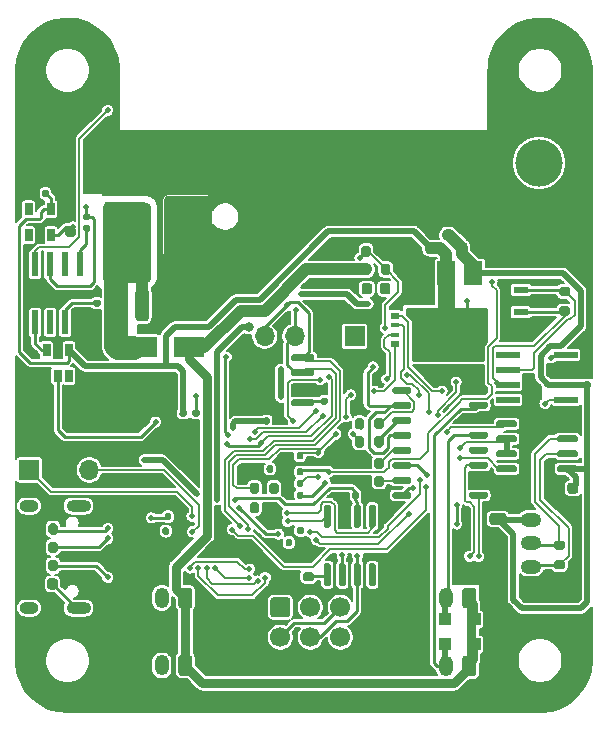
<source format=gbr>
G04 #@! TF.GenerationSoftware,KiCad,Pcbnew,5.1.9-73d0e3b20d~88~ubuntu20.04.1*
G04 #@! TF.CreationDate,2021-04-08T00:26:52+08:00*
G04 #@! TF.ProjectId,AbsoluteEncoderBoard,4162736f-6c75-4746-9545-6e636f646572,rev?*
G04 #@! TF.SameCoordinates,Original*
G04 #@! TF.FileFunction,Copper,L2,Bot*
G04 #@! TF.FilePolarity,Positive*
%FSLAX46Y46*%
G04 Gerber Fmt 4.6, Leading zero omitted, Abs format (unit mm)*
G04 Created by KiCad (PCBNEW 5.1.9-73d0e3b20d~88~ubuntu20.04.1) date 2021-04-08 00:26:52*
%MOMM*%
%LPD*%
G01*
G04 APERTURE LIST*
G04 #@! TA.AperFunction,ComponentPad*
%ADD10C,4.000000*%
G04 #@! TD*
G04 #@! TA.AperFunction,ComponentPad*
%ADD11R,3.800000X3.800000*%
G04 #@! TD*
G04 #@! TA.AperFunction,ComponentPad*
%ADD12C,1.700000*%
G04 #@! TD*
G04 #@! TA.AperFunction,SMDPad,CuDef*
%ADD13R,0.650000X1.060000*%
G04 #@! TD*
G04 #@! TA.AperFunction,SMDPad,CuDef*
%ADD14R,2.500000X1.800000*%
G04 #@! TD*
G04 #@! TA.AperFunction,SMDPad,CuDef*
%ADD15R,3.500000X2.300000*%
G04 #@! TD*
G04 #@! TA.AperFunction,SMDPad,CuDef*
%ADD16R,1.500000X2.000000*%
G04 #@! TD*
G04 #@! TA.AperFunction,SMDPad,CuDef*
%ADD17R,3.800000X2.000000*%
G04 #@! TD*
G04 #@! TA.AperFunction,SMDPad,CuDef*
%ADD18R,2.000000X0.600000*%
G04 #@! TD*
G04 #@! TA.AperFunction,SMDPad,CuDef*
%ADD19R,0.600000X2.000000*%
G04 #@! TD*
G04 #@! TA.AperFunction,SMDPad,CuDef*
%ADD20R,0.800000X0.500000*%
G04 #@! TD*
G04 #@! TA.AperFunction,SMDPad,CuDef*
%ADD21R,0.800000X0.400000*%
G04 #@! TD*
G04 #@! TA.AperFunction,ComponentPad*
%ADD22O,1.200000X1.750000*%
G04 #@! TD*
G04 #@! TA.AperFunction,ComponentPad*
%ADD23O,1.700000X1.700000*%
G04 #@! TD*
G04 #@! TA.AperFunction,ComponentPad*
%ADD24R,1.700000X1.700000*%
G04 #@! TD*
G04 #@! TA.AperFunction,ComponentPad*
%ADD25C,3.700000*%
G04 #@! TD*
G04 #@! TA.AperFunction,ComponentPad*
%ADD26O,2.100000X1.000000*%
G04 #@! TD*
G04 #@! TA.AperFunction,ComponentPad*
%ADD27O,1.600000X1.000000*%
G04 #@! TD*
G04 #@! TA.AperFunction,ComponentPad*
%ADD28O,1.750000X1.200000*%
G04 #@! TD*
G04 #@! TA.AperFunction,SMDPad,CuDef*
%ADD29R,1.000000X1.000000*%
G04 #@! TD*
G04 #@! TA.AperFunction,SMDPad,CuDef*
%ADD30R,1.300000X0.600000*%
G04 #@! TD*
G04 #@! TA.AperFunction,ViaPad*
%ADD31C,0.800000*%
G04 #@! TD*
G04 #@! TA.AperFunction,ViaPad*
%ADD32C,0.508000*%
G04 #@! TD*
G04 #@! TA.AperFunction,Conductor*
%ADD33C,1.000000*%
G04 #@! TD*
G04 #@! TA.AperFunction,Conductor*
%ADD34C,0.254000*%
G04 #@! TD*
G04 #@! TA.AperFunction,Conductor*
%ADD35C,0.500000*%
G04 #@! TD*
G04 #@! TA.AperFunction,Conductor*
%ADD36C,5.000000*%
G04 #@! TD*
G04 #@! TA.AperFunction,Conductor*
%ADD37C,2.000000*%
G04 #@! TD*
G04 #@! TA.AperFunction,Conductor*
%ADD38C,0.150000*%
G04 #@! TD*
G04 #@! TA.AperFunction,Conductor*
%ADD39C,0.200000*%
G04 #@! TD*
G04 #@! TA.AperFunction,Conductor*
%ADD40C,0.800000*%
G04 #@! TD*
G04 #@! TA.AperFunction,Conductor*
%ADD41C,0.250000*%
G04 #@! TD*
G04 #@! TA.AperFunction,Conductor*
%ADD42C,0.100000*%
G04 #@! TD*
G04 APERTURE END LIST*
D10*
X169926000Y-47832000D03*
D11*
X169926000Y-52832000D03*
G04 #@! TA.AperFunction,ComponentPad*
G36*
G01*
X147415240Y-84624600D02*
X148615240Y-84624600D01*
G75*
G02*
X148865240Y-84874600I0J-250000D01*
G01*
X148865240Y-86074600D01*
G75*
G02*
X148615240Y-86324600I-250000J0D01*
G01*
X147415240Y-86324600D01*
G75*
G02*
X147165240Y-86074600I0J250000D01*
G01*
X147165240Y-84874600D01*
G75*
G02*
X147415240Y-84624600I250000J0D01*
G01*
G37*
G04 #@! TD.AperFunction*
D12*
X150555240Y-85474600D03*
X153095240Y-85474600D03*
X148015240Y-88014600D03*
X150555240Y-88014600D03*
X153095240Y-88014600D03*
G04 #@! TA.AperFunction,SMDPad,CuDef*
G36*
G01*
X146860000Y-73950000D02*
X146860000Y-73610000D01*
G75*
G02*
X147000000Y-73470000I140000J0D01*
G01*
X147280000Y-73470000D01*
G75*
G02*
X147420000Y-73610000I0J-140000D01*
G01*
X147420000Y-73950000D01*
G75*
G02*
X147280000Y-74090000I-140000J0D01*
G01*
X147000000Y-74090000D01*
G75*
G02*
X146860000Y-73950000I0J140000D01*
G01*
G37*
G04 #@! TD.AperFunction*
G04 #@! TA.AperFunction,SMDPad,CuDef*
G36*
G01*
X145900000Y-73950000D02*
X145900000Y-73610000D01*
G75*
G02*
X146040000Y-73470000I140000J0D01*
G01*
X146320000Y-73470000D01*
G75*
G02*
X146460000Y-73610000I0J-140000D01*
G01*
X146460000Y-73950000D01*
G75*
G02*
X146320000Y-74090000I-140000J0D01*
G01*
X146040000Y-74090000D01*
G75*
G02*
X145900000Y-73950000I0J140000D01*
G01*
G37*
G04 #@! TD.AperFunction*
G04 #@! TA.AperFunction,SMDPad,CuDef*
G36*
G01*
X139630000Y-69725000D02*
X139970000Y-69725000D01*
G75*
G02*
X140110000Y-69865000I0J-140000D01*
G01*
X140110000Y-70145000D01*
G75*
G02*
X139970000Y-70285000I-140000J0D01*
G01*
X139630000Y-70285000D01*
G75*
G02*
X139490000Y-70145000I0J140000D01*
G01*
X139490000Y-69865000D01*
G75*
G02*
X139630000Y-69725000I140000J0D01*
G01*
G37*
G04 #@! TD.AperFunction*
G04 #@! TA.AperFunction,SMDPad,CuDef*
G36*
G01*
X139630000Y-68765000D02*
X139970000Y-68765000D01*
G75*
G02*
X140110000Y-68905000I0J-140000D01*
G01*
X140110000Y-69185000D01*
G75*
G02*
X139970000Y-69325000I-140000J0D01*
G01*
X139630000Y-69325000D01*
G75*
G02*
X139490000Y-69185000I0J140000D01*
G01*
X139490000Y-68905000D01*
G75*
G02*
X139630000Y-68765000I140000J0D01*
G01*
G37*
G04 #@! TD.AperFunction*
G04 #@! TA.AperFunction,SMDPad,CuDef*
G36*
G01*
X147530000Y-69860000D02*
X147530000Y-69520000D01*
G75*
G02*
X147670000Y-69380000I140000J0D01*
G01*
X147950000Y-69380000D01*
G75*
G02*
X148090000Y-69520000I0J-140000D01*
G01*
X148090000Y-69860000D01*
G75*
G02*
X147950000Y-70000000I-140000J0D01*
G01*
X147670000Y-70000000D01*
G75*
G02*
X147530000Y-69860000I0J140000D01*
G01*
G37*
G04 #@! TD.AperFunction*
G04 #@! TA.AperFunction,SMDPad,CuDef*
G36*
G01*
X146570000Y-69860000D02*
X146570000Y-69520000D01*
G75*
G02*
X146710000Y-69380000I140000J0D01*
G01*
X146990000Y-69380000D01*
G75*
G02*
X147130000Y-69520000I0J-140000D01*
G01*
X147130000Y-69860000D01*
G75*
G02*
X146990000Y-70000000I-140000J0D01*
G01*
X146710000Y-70000000D01*
G75*
G02*
X146570000Y-69860000I0J140000D01*
G01*
G37*
G04 #@! TD.AperFunction*
G04 #@! TA.AperFunction,SMDPad,CuDef*
G36*
G01*
X139175000Y-77970000D02*
X139175000Y-77630000D01*
G75*
G02*
X139315000Y-77490000I140000J0D01*
G01*
X139595000Y-77490000D01*
G75*
G02*
X139735000Y-77630000I0J-140000D01*
G01*
X139735000Y-77970000D01*
G75*
G02*
X139595000Y-78110000I-140000J0D01*
G01*
X139315000Y-78110000D01*
G75*
G02*
X139175000Y-77970000I0J140000D01*
G01*
G37*
G04 #@! TD.AperFunction*
G04 #@! TA.AperFunction,SMDPad,CuDef*
G36*
G01*
X138215000Y-77970000D02*
X138215000Y-77630000D01*
G75*
G02*
X138355000Y-77490000I140000J0D01*
G01*
X138635000Y-77490000D01*
G75*
G02*
X138775000Y-77630000I0J-140000D01*
G01*
X138775000Y-77970000D01*
G75*
G02*
X138635000Y-78110000I-140000J0D01*
G01*
X138355000Y-78110000D01*
G75*
G02*
X138215000Y-77970000I0J140000D01*
G01*
G37*
G04 #@! TD.AperFunction*
G04 #@! TA.AperFunction,SMDPad,CuDef*
G36*
G01*
X149000000Y-72480000D02*
X149000000Y-72820000D01*
G75*
G02*
X148860000Y-72960000I-140000J0D01*
G01*
X148580000Y-72960000D01*
G75*
G02*
X148440000Y-72820000I0J140000D01*
G01*
X148440000Y-72480000D01*
G75*
G02*
X148580000Y-72340000I140000J0D01*
G01*
X148860000Y-72340000D01*
G75*
G02*
X149000000Y-72480000I0J-140000D01*
G01*
G37*
G04 #@! TD.AperFunction*
G04 #@! TA.AperFunction,SMDPad,CuDef*
G36*
G01*
X149960000Y-72480000D02*
X149960000Y-72820000D01*
G75*
G02*
X149820000Y-72960000I-140000J0D01*
G01*
X149540000Y-72960000D01*
G75*
G02*
X149400000Y-72820000I0J140000D01*
G01*
X149400000Y-72480000D01*
G75*
G02*
X149540000Y-72340000I140000J0D01*
G01*
X149820000Y-72340000D01*
G75*
G02*
X149960000Y-72480000I0J-140000D01*
G01*
G37*
G04 #@! TD.AperFunction*
G04 #@! TA.AperFunction,SMDPad,CuDef*
G36*
G01*
X149025000Y-78805000D02*
X149025000Y-79145000D01*
G75*
G02*
X148885000Y-79285000I-140000J0D01*
G01*
X148605000Y-79285000D01*
G75*
G02*
X148465000Y-79145000I0J140000D01*
G01*
X148465000Y-78805000D01*
G75*
G02*
X148605000Y-78665000I140000J0D01*
G01*
X148885000Y-78665000D01*
G75*
G02*
X149025000Y-78805000I0J-140000D01*
G01*
G37*
G04 #@! TD.AperFunction*
G04 #@! TA.AperFunction,SMDPad,CuDef*
G36*
G01*
X149985000Y-78805000D02*
X149985000Y-79145000D01*
G75*
G02*
X149845000Y-79285000I-140000J0D01*
G01*
X149565000Y-79285000D01*
G75*
G02*
X149425000Y-79145000I0J140000D01*
G01*
X149425000Y-78805000D01*
G75*
G02*
X149565000Y-78665000I140000J0D01*
G01*
X149845000Y-78665000D01*
G75*
G02*
X149985000Y-78805000I0J-140000D01*
G01*
G37*
G04 #@! TD.AperFunction*
G04 #@! TA.AperFunction,SMDPad,CuDef*
G36*
G01*
X140705000Y-69725000D02*
X141045000Y-69725000D01*
G75*
G02*
X141185000Y-69865000I0J-140000D01*
G01*
X141185000Y-70145000D01*
G75*
G02*
X141045000Y-70285000I-140000J0D01*
G01*
X140705000Y-70285000D01*
G75*
G02*
X140565000Y-70145000I0J140000D01*
G01*
X140565000Y-69865000D01*
G75*
G02*
X140705000Y-69725000I140000J0D01*
G01*
G37*
G04 #@! TD.AperFunction*
G04 #@! TA.AperFunction,SMDPad,CuDef*
G36*
G01*
X140705000Y-68765000D02*
X141045000Y-68765000D01*
G75*
G02*
X141185000Y-68905000I0J-140000D01*
G01*
X141185000Y-69185000D01*
G75*
G02*
X141045000Y-69325000I-140000J0D01*
G01*
X140705000Y-69325000D01*
G75*
G02*
X140565000Y-69185000I0J140000D01*
G01*
X140565000Y-68905000D01*
G75*
G02*
X140705000Y-68765000I140000J0D01*
G01*
G37*
G04 #@! TD.AperFunction*
G04 #@! TA.AperFunction,SMDPad,CuDef*
G36*
G01*
X149425000Y-80170000D02*
X149425000Y-79830000D01*
G75*
G02*
X149565000Y-79690000I140000J0D01*
G01*
X149845000Y-79690000D01*
G75*
G02*
X149985000Y-79830000I0J-140000D01*
G01*
X149985000Y-80170000D01*
G75*
G02*
X149845000Y-80310000I-140000J0D01*
G01*
X149565000Y-80310000D01*
G75*
G02*
X149425000Y-80170000I0J140000D01*
G01*
G37*
G04 #@! TD.AperFunction*
G04 #@! TA.AperFunction,SMDPad,CuDef*
G36*
G01*
X148465000Y-80170000D02*
X148465000Y-79830000D01*
G75*
G02*
X148605000Y-79690000I140000J0D01*
G01*
X148885000Y-79690000D01*
G75*
G02*
X149025000Y-79830000I0J-140000D01*
G01*
X149025000Y-80170000D01*
G75*
G02*
X148885000Y-80310000I-140000J0D01*
G01*
X148605000Y-80310000D01*
G75*
G02*
X148465000Y-80170000I0J140000D01*
G01*
G37*
G04 #@! TD.AperFunction*
G04 #@! TA.AperFunction,SMDPad,CuDef*
G36*
G01*
X139000000Y-79195000D02*
X139000000Y-78855000D01*
G75*
G02*
X139140000Y-78715000I140000J0D01*
G01*
X139420000Y-78715000D01*
G75*
G02*
X139560000Y-78855000I0J-140000D01*
G01*
X139560000Y-79195000D01*
G75*
G02*
X139420000Y-79335000I-140000J0D01*
G01*
X139140000Y-79335000D01*
G75*
G02*
X139000000Y-79195000I0J140000D01*
G01*
G37*
G04 #@! TD.AperFunction*
G04 #@! TA.AperFunction,SMDPad,CuDef*
G36*
G01*
X138040000Y-79195000D02*
X138040000Y-78855000D01*
G75*
G02*
X138180000Y-78715000I140000J0D01*
G01*
X138460000Y-78715000D01*
G75*
G02*
X138600000Y-78855000I0J-140000D01*
G01*
X138600000Y-79195000D01*
G75*
G02*
X138460000Y-79335000I-140000J0D01*
G01*
X138180000Y-79335000D01*
G75*
G02*
X138040000Y-79195000I0J140000D01*
G01*
G37*
G04 #@! TD.AperFunction*
G04 #@! TA.AperFunction,SMDPad,CuDef*
G36*
G01*
X151920000Y-67350000D02*
X151580000Y-67350000D01*
G75*
G02*
X151440000Y-67210000I0J140000D01*
G01*
X151440000Y-66930000D01*
G75*
G02*
X151580000Y-66790000I140000J0D01*
G01*
X151920000Y-66790000D01*
G75*
G02*
X152060000Y-66930000I0J-140000D01*
G01*
X152060000Y-67210000D01*
G75*
G02*
X151920000Y-67350000I-140000J0D01*
G01*
G37*
G04 #@! TD.AperFunction*
G04 #@! TA.AperFunction,SMDPad,CuDef*
G36*
G01*
X151920000Y-68310000D02*
X151580000Y-68310000D01*
G75*
G02*
X151440000Y-68170000I0J140000D01*
G01*
X151440000Y-67890000D01*
G75*
G02*
X151580000Y-67750000I140000J0D01*
G01*
X151920000Y-67750000D01*
G75*
G02*
X152060000Y-67890000I0J-140000D01*
G01*
X152060000Y-68170000D01*
G75*
G02*
X151920000Y-68310000I-140000J0D01*
G01*
G37*
G04 #@! TD.AperFunction*
G04 #@! TA.AperFunction,SMDPad,CuDef*
G36*
G01*
X149010000Y-74830000D02*
X149010000Y-75170000D01*
G75*
G02*
X148870000Y-75310000I-140000J0D01*
G01*
X148590000Y-75310000D01*
G75*
G02*
X148450000Y-75170000I0J140000D01*
G01*
X148450000Y-74830000D01*
G75*
G02*
X148590000Y-74690000I140000J0D01*
G01*
X148870000Y-74690000D01*
G75*
G02*
X149010000Y-74830000I0J-140000D01*
G01*
G37*
G04 #@! TD.AperFunction*
G04 #@! TA.AperFunction,SMDPad,CuDef*
G36*
G01*
X149970000Y-74830000D02*
X149970000Y-75170000D01*
G75*
G02*
X149830000Y-75310000I-140000J0D01*
G01*
X149550000Y-75310000D01*
G75*
G02*
X149410000Y-75170000I0J140000D01*
G01*
X149410000Y-74830000D01*
G75*
G02*
X149550000Y-74690000I140000J0D01*
G01*
X149830000Y-74690000D01*
G75*
G02*
X149970000Y-74830000I0J-140000D01*
G01*
G37*
G04 #@! TD.AperFunction*
G04 #@! TA.AperFunction,SMDPad,CuDef*
G36*
G01*
X173830000Y-66345000D02*
X174170000Y-66345000D01*
G75*
G02*
X174310000Y-66485000I0J-140000D01*
G01*
X174310000Y-66765000D01*
G75*
G02*
X174170000Y-66905000I-140000J0D01*
G01*
X173830000Y-66905000D01*
G75*
G02*
X173690000Y-66765000I0J140000D01*
G01*
X173690000Y-66485000D01*
G75*
G02*
X173830000Y-66345000I140000J0D01*
G01*
G37*
G04 #@! TD.AperFunction*
G04 #@! TA.AperFunction,SMDPad,CuDef*
G36*
G01*
X173830000Y-65385000D02*
X174170000Y-65385000D01*
G75*
G02*
X174310000Y-65525000I0J-140000D01*
G01*
X174310000Y-65805000D01*
G75*
G02*
X174170000Y-65945000I-140000J0D01*
G01*
X173830000Y-65945000D01*
G75*
G02*
X173690000Y-65805000I0J140000D01*
G01*
X173690000Y-65525000D01*
G75*
G02*
X173830000Y-65385000I140000J0D01*
G01*
G37*
G04 #@! TD.AperFunction*
G04 #@! TA.AperFunction,SMDPad,CuDef*
G36*
G01*
X153700000Y-75830000D02*
X153700000Y-76170000D01*
G75*
G02*
X153560000Y-76310000I-140000J0D01*
G01*
X153280000Y-76310000D01*
G75*
G02*
X153140000Y-76170000I0J140000D01*
G01*
X153140000Y-75830000D01*
G75*
G02*
X153280000Y-75690000I140000J0D01*
G01*
X153560000Y-75690000D01*
G75*
G02*
X153700000Y-75830000I0J-140000D01*
G01*
G37*
G04 #@! TD.AperFunction*
G04 #@! TA.AperFunction,SMDPad,CuDef*
G36*
G01*
X154660000Y-75830000D02*
X154660000Y-76170000D01*
G75*
G02*
X154520000Y-76310000I-140000J0D01*
G01*
X154240000Y-76310000D01*
G75*
G02*
X154100000Y-76170000I0J140000D01*
G01*
X154100000Y-75830000D01*
G75*
G02*
X154240000Y-75690000I140000J0D01*
G01*
X154520000Y-75690000D01*
G75*
G02*
X154660000Y-75830000I0J-140000D01*
G01*
G37*
G04 #@! TD.AperFunction*
G04 #@! TA.AperFunction,SMDPad,CuDef*
G36*
G01*
X127450000Y-50280000D02*
X127450000Y-50620000D01*
G75*
G02*
X127310000Y-50760000I-140000J0D01*
G01*
X127030000Y-50760000D01*
G75*
G02*
X126890000Y-50620000I0J140000D01*
G01*
X126890000Y-50280000D01*
G75*
G02*
X127030000Y-50140000I140000J0D01*
G01*
X127310000Y-50140000D01*
G75*
G02*
X127450000Y-50280000I0J-140000D01*
G01*
G37*
G04 #@! TD.AperFunction*
G04 #@! TA.AperFunction,SMDPad,CuDef*
G36*
G01*
X128410000Y-50280000D02*
X128410000Y-50620000D01*
G75*
G02*
X128270000Y-50760000I-140000J0D01*
G01*
X127990000Y-50760000D01*
G75*
G02*
X127850000Y-50620000I0J140000D01*
G01*
X127850000Y-50280000D01*
G75*
G02*
X127990000Y-50140000I140000J0D01*
G01*
X128270000Y-50140000D01*
G75*
G02*
X128410000Y-50280000I0J-140000D01*
G01*
G37*
G04 #@! TD.AperFunction*
G04 #@! TA.AperFunction,SMDPad,CuDef*
G36*
G01*
X149010000Y-75830000D02*
X149010000Y-76170000D01*
G75*
G02*
X148870000Y-76310000I-140000J0D01*
G01*
X148590000Y-76310000D01*
G75*
G02*
X148450000Y-76170000I0J140000D01*
G01*
X148450000Y-75830000D01*
G75*
G02*
X148590000Y-75690000I140000J0D01*
G01*
X148870000Y-75690000D01*
G75*
G02*
X149010000Y-75830000I0J-140000D01*
G01*
G37*
G04 #@! TD.AperFunction*
G04 #@! TA.AperFunction,SMDPad,CuDef*
G36*
G01*
X149970000Y-75830000D02*
X149970000Y-76170000D01*
G75*
G02*
X149830000Y-76310000I-140000J0D01*
G01*
X149550000Y-76310000D01*
G75*
G02*
X149410000Y-76170000I0J140000D01*
G01*
X149410000Y-75830000D01*
G75*
G02*
X149550000Y-75690000I140000J0D01*
G01*
X149830000Y-75690000D01*
G75*
G02*
X149970000Y-75830000I0J-140000D01*
G01*
G37*
G04 #@! TD.AperFunction*
G04 #@! TA.AperFunction,SMDPad,CuDef*
G36*
G01*
X131790000Y-52700000D02*
X131450000Y-52700000D01*
G75*
G02*
X131310000Y-52560000I0J140000D01*
G01*
X131310000Y-52280000D01*
G75*
G02*
X131450000Y-52140000I140000J0D01*
G01*
X131790000Y-52140000D01*
G75*
G02*
X131930000Y-52280000I0J-140000D01*
G01*
X131930000Y-52560000D01*
G75*
G02*
X131790000Y-52700000I-140000J0D01*
G01*
G37*
G04 #@! TD.AperFunction*
G04 #@! TA.AperFunction,SMDPad,CuDef*
G36*
G01*
X131790000Y-53660000D02*
X131450000Y-53660000D01*
G75*
G02*
X131310000Y-53520000I0J140000D01*
G01*
X131310000Y-53240000D01*
G75*
G02*
X131450000Y-53100000I140000J0D01*
G01*
X131790000Y-53100000D01*
G75*
G02*
X131930000Y-53240000I0J-140000D01*
G01*
X131930000Y-53520000D01*
G75*
G02*
X131790000Y-53660000I-140000J0D01*
G01*
G37*
G04 #@! TD.AperFunction*
D13*
X130125000Y-63700000D03*
X128225000Y-63700000D03*
X128225000Y-65900000D03*
X129175000Y-65900000D03*
X130125000Y-65900000D03*
G04 #@! TA.AperFunction,SMDPad,CuDef*
G36*
G01*
X132670000Y-59050000D02*
X132330000Y-59050000D01*
G75*
G02*
X132190000Y-58910000I0J140000D01*
G01*
X132190000Y-58630000D01*
G75*
G02*
X132330000Y-58490000I140000J0D01*
G01*
X132670000Y-58490000D01*
G75*
G02*
X132810000Y-58630000I0J-140000D01*
G01*
X132810000Y-58910000D01*
G75*
G02*
X132670000Y-59050000I-140000J0D01*
G01*
G37*
G04 #@! TD.AperFunction*
G04 #@! TA.AperFunction,SMDPad,CuDef*
G36*
G01*
X132670000Y-60010000D02*
X132330000Y-60010000D01*
G75*
G02*
X132190000Y-59870000I0J140000D01*
G01*
X132190000Y-59590000D01*
G75*
G02*
X132330000Y-59450000I140000J0D01*
G01*
X132670000Y-59450000D01*
G75*
G02*
X132810000Y-59590000I0J-140000D01*
G01*
X132810000Y-59870000D01*
G75*
G02*
X132670000Y-60010000I-140000J0D01*
G01*
G37*
G04 #@! TD.AperFunction*
G04 #@! TA.AperFunction,SMDPad,CuDef*
G36*
G01*
X149010000Y-73830000D02*
X149010000Y-74170000D01*
G75*
G02*
X148870000Y-74310000I-140000J0D01*
G01*
X148590000Y-74310000D01*
G75*
G02*
X148450000Y-74170000I0J140000D01*
G01*
X148450000Y-73830000D01*
G75*
G02*
X148590000Y-73690000I140000J0D01*
G01*
X148870000Y-73690000D01*
G75*
G02*
X149010000Y-73830000I0J-140000D01*
G01*
G37*
G04 #@! TD.AperFunction*
G04 #@! TA.AperFunction,SMDPad,CuDef*
G36*
G01*
X149970000Y-73830000D02*
X149970000Y-74170000D01*
G75*
G02*
X149830000Y-74310000I-140000J0D01*
G01*
X149550000Y-74310000D01*
G75*
G02*
X149410000Y-74170000I0J140000D01*
G01*
X149410000Y-73830000D01*
G75*
G02*
X149550000Y-73690000I140000J0D01*
G01*
X149830000Y-73690000D01*
G75*
G02*
X149970000Y-73830000I0J-140000D01*
G01*
G37*
G04 #@! TD.AperFunction*
G04 #@! TA.AperFunction,SMDPad,CuDef*
G36*
G01*
X138700000Y-61000001D02*
X138700000Y-58799999D01*
G75*
G02*
X138949999Y-58550000I249999J0D01*
G01*
X139600001Y-58550000D01*
G75*
G02*
X139850000Y-58799999I0J-249999D01*
G01*
X139850000Y-61000001D01*
G75*
G02*
X139600001Y-61250000I-249999J0D01*
G01*
X138949999Y-61250000D01*
G75*
G02*
X138700000Y-61000001I0J249999D01*
G01*
G37*
G04 #@! TD.AperFunction*
G04 #@! TA.AperFunction,SMDPad,CuDef*
G36*
G01*
X135750000Y-61000001D02*
X135750000Y-58799999D01*
G75*
G02*
X135999999Y-58550000I249999J0D01*
G01*
X136650001Y-58550000D01*
G75*
G02*
X136900000Y-58799999I0J-249999D01*
G01*
X136900000Y-61000001D01*
G75*
G02*
X136650001Y-61250000I-249999J0D01*
G01*
X135999999Y-61250000D01*
G75*
G02*
X135750000Y-61000001I0J249999D01*
G01*
G37*
G04 #@! TD.AperFunction*
D14*
X136325000Y-63475000D03*
X140325000Y-63475000D03*
D15*
X134860000Y-52290000D03*
X140260000Y-52290000D03*
G04 #@! TA.AperFunction,SMDPad,CuDef*
G36*
G01*
X156440840Y-58750000D02*
X156440840Y-58250000D01*
G75*
G02*
X156665840Y-58025000I225000J0D01*
G01*
X157115840Y-58025000D01*
G75*
G02*
X157340840Y-58250000I0J-225000D01*
G01*
X157340840Y-58750000D01*
G75*
G02*
X157115840Y-58975000I-225000J0D01*
G01*
X156665840Y-58975000D01*
G75*
G02*
X156440840Y-58750000I0J225000D01*
G01*
G37*
G04 #@! TD.AperFunction*
G04 #@! TA.AperFunction,SMDPad,CuDef*
G36*
G01*
X154890840Y-58750000D02*
X154890840Y-58250000D01*
G75*
G02*
X155115840Y-58025000I225000J0D01*
G01*
X155565840Y-58025000D01*
G75*
G02*
X155790840Y-58250000I0J-225000D01*
G01*
X155790840Y-58750000D01*
G75*
G02*
X155565840Y-58975000I-225000J0D01*
G01*
X155115840Y-58975000D01*
G75*
G02*
X154890840Y-58750000I0J225000D01*
G01*
G37*
G04 #@! TD.AperFunction*
G04 #@! TA.AperFunction,SMDPad,CuDef*
G36*
G01*
X164000000Y-76132500D02*
X164000000Y-75857500D01*
G75*
G02*
X164137500Y-75720000I137500J0D01*
G01*
X165462500Y-75720000D01*
G75*
G02*
X165600000Y-75857500I0J-137500D01*
G01*
X165600000Y-76132500D01*
G75*
G02*
X165462500Y-76270000I-137500J0D01*
G01*
X164137500Y-76270000D01*
G75*
G02*
X164000000Y-76132500I0J137500D01*
G01*
G37*
G04 #@! TD.AperFunction*
G04 #@! TA.AperFunction,SMDPad,CuDef*
G36*
G01*
X164000000Y-74862500D02*
X164000000Y-74587500D01*
G75*
G02*
X164137500Y-74450000I137500J0D01*
G01*
X165462500Y-74450000D01*
G75*
G02*
X165600000Y-74587500I0J-137500D01*
G01*
X165600000Y-74862500D01*
G75*
G02*
X165462500Y-75000000I-137500J0D01*
G01*
X164137500Y-75000000D01*
G75*
G02*
X164000000Y-74862500I0J137500D01*
G01*
G37*
G04 #@! TD.AperFunction*
G04 #@! TA.AperFunction,SMDPad,CuDef*
G36*
G01*
X164000000Y-73592500D02*
X164000000Y-73317500D01*
G75*
G02*
X164137500Y-73180000I137500J0D01*
G01*
X165462500Y-73180000D01*
G75*
G02*
X165600000Y-73317500I0J-137500D01*
G01*
X165600000Y-73592500D01*
G75*
G02*
X165462500Y-73730000I-137500J0D01*
G01*
X164137500Y-73730000D01*
G75*
G02*
X164000000Y-73592500I0J137500D01*
G01*
G37*
G04 #@! TD.AperFunction*
G04 #@! TA.AperFunction,SMDPad,CuDef*
G36*
G01*
X164000000Y-72322500D02*
X164000000Y-72047500D01*
G75*
G02*
X164137500Y-71910000I137500J0D01*
G01*
X165462500Y-71910000D01*
G75*
G02*
X165600000Y-72047500I0J-137500D01*
G01*
X165600000Y-72322500D01*
G75*
G02*
X165462500Y-72460000I-137500J0D01*
G01*
X164137500Y-72460000D01*
G75*
G02*
X164000000Y-72322500I0J137500D01*
G01*
G37*
G04 #@! TD.AperFunction*
G04 #@! TA.AperFunction,SMDPad,CuDef*
G36*
G01*
X164000000Y-71052500D02*
X164000000Y-70777500D01*
G75*
G02*
X164137500Y-70640000I137500J0D01*
G01*
X165462500Y-70640000D01*
G75*
G02*
X165600000Y-70777500I0J-137500D01*
G01*
X165600000Y-71052500D01*
G75*
G02*
X165462500Y-71190000I-137500J0D01*
G01*
X164137500Y-71190000D01*
G75*
G02*
X164000000Y-71052500I0J137500D01*
G01*
G37*
G04 #@! TD.AperFunction*
G04 #@! TA.AperFunction,SMDPad,CuDef*
G36*
G01*
X164000000Y-69782500D02*
X164000000Y-69507500D01*
G75*
G02*
X164137500Y-69370000I137500J0D01*
G01*
X165462500Y-69370000D01*
G75*
G02*
X165600000Y-69507500I0J-137500D01*
G01*
X165600000Y-69782500D01*
G75*
G02*
X165462500Y-69920000I-137500J0D01*
G01*
X164137500Y-69920000D01*
G75*
G02*
X164000000Y-69782500I0J137500D01*
G01*
G37*
G04 #@! TD.AperFunction*
G04 #@! TA.AperFunction,SMDPad,CuDef*
G36*
G01*
X164000000Y-68512500D02*
X164000000Y-68237500D01*
G75*
G02*
X164137500Y-68100000I137500J0D01*
G01*
X165462500Y-68100000D01*
G75*
G02*
X165600000Y-68237500I0J-137500D01*
G01*
X165600000Y-68512500D01*
G75*
G02*
X165462500Y-68650000I-137500J0D01*
G01*
X164137500Y-68650000D01*
G75*
G02*
X164000000Y-68512500I0J137500D01*
G01*
G37*
G04 #@! TD.AperFunction*
G04 #@! TA.AperFunction,SMDPad,CuDef*
G36*
G01*
X164000000Y-67242500D02*
X164000000Y-66967500D01*
G75*
G02*
X164137500Y-66830000I137500J0D01*
G01*
X165462500Y-66830000D01*
G75*
G02*
X165600000Y-66967500I0J-137500D01*
G01*
X165600000Y-67242500D01*
G75*
G02*
X165462500Y-67380000I-137500J0D01*
G01*
X164137500Y-67380000D01*
G75*
G02*
X164000000Y-67242500I0J137500D01*
G01*
G37*
G04 #@! TD.AperFunction*
G04 #@! TA.AperFunction,SMDPad,CuDef*
G36*
G01*
X157500000Y-67242500D02*
X157500000Y-66967500D01*
G75*
G02*
X157637500Y-66830000I137500J0D01*
G01*
X158962500Y-66830000D01*
G75*
G02*
X159100000Y-66967500I0J-137500D01*
G01*
X159100000Y-67242500D01*
G75*
G02*
X158962500Y-67380000I-137500J0D01*
G01*
X157637500Y-67380000D01*
G75*
G02*
X157500000Y-67242500I0J137500D01*
G01*
G37*
G04 #@! TD.AperFunction*
G04 #@! TA.AperFunction,SMDPad,CuDef*
G36*
G01*
X157500000Y-68512500D02*
X157500000Y-68237500D01*
G75*
G02*
X157637500Y-68100000I137500J0D01*
G01*
X158962500Y-68100000D01*
G75*
G02*
X159100000Y-68237500I0J-137500D01*
G01*
X159100000Y-68512500D01*
G75*
G02*
X158962500Y-68650000I-137500J0D01*
G01*
X157637500Y-68650000D01*
G75*
G02*
X157500000Y-68512500I0J137500D01*
G01*
G37*
G04 #@! TD.AperFunction*
G04 #@! TA.AperFunction,SMDPad,CuDef*
G36*
G01*
X157500000Y-69782500D02*
X157500000Y-69507500D01*
G75*
G02*
X157637500Y-69370000I137500J0D01*
G01*
X158962500Y-69370000D01*
G75*
G02*
X159100000Y-69507500I0J-137500D01*
G01*
X159100000Y-69782500D01*
G75*
G02*
X158962500Y-69920000I-137500J0D01*
G01*
X157637500Y-69920000D01*
G75*
G02*
X157500000Y-69782500I0J137500D01*
G01*
G37*
G04 #@! TD.AperFunction*
G04 #@! TA.AperFunction,SMDPad,CuDef*
G36*
G01*
X157500000Y-71052500D02*
X157500000Y-70777500D01*
G75*
G02*
X157637500Y-70640000I137500J0D01*
G01*
X158962500Y-70640000D01*
G75*
G02*
X159100000Y-70777500I0J-137500D01*
G01*
X159100000Y-71052500D01*
G75*
G02*
X158962500Y-71190000I-137500J0D01*
G01*
X157637500Y-71190000D01*
G75*
G02*
X157500000Y-71052500I0J137500D01*
G01*
G37*
G04 #@! TD.AperFunction*
G04 #@! TA.AperFunction,SMDPad,CuDef*
G36*
G01*
X157500000Y-72322500D02*
X157500000Y-72047500D01*
G75*
G02*
X157637500Y-71910000I137500J0D01*
G01*
X158962500Y-71910000D01*
G75*
G02*
X159100000Y-72047500I0J-137500D01*
G01*
X159100000Y-72322500D01*
G75*
G02*
X158962500Y-72460000I-137500J0D01*
G01*
X157637500Y-72460000D01*
G75*
G02*
X157500000Y-72322500I0J137500D01*
G01*
G37*
G04 #@! TD.AperFunction*
G04 #@! TA.AperFunction,SMDPad,CuDef*
G36*
G01*
X157500000Y-73592500D02*
X157500000Y-73317500D01*
G75*
G02*
X157637500Y-73180000I137500J0D01*
G01*
X158962500Y-73180000D01*
G75*
G02*
X159100000Y-73317500I0J-137500D01*
G01*
X159100000Y-73592500D01*
G75*
G02*
X158962500Y-73730000I-137500J0D01*
G01*
X157637500Y-73730000D01*
G75*
G02*
X157500000Y-73592500I0J137500D01*
G01*
G37*
G04 #@! TD.AperFunction*
G04 #@! TA.AperFunction,SMDPad,CuDef*
G36*
G01*
X157500000Y-74862500D02*
X157500000Y-74587500D01*
G75*
G02*
X157637500Y-74450000I137500J0D01*
G01*
X158962500Y-74450000D01*
G75*
G02*
X159100000Y-74587500I0J-137500D01*
G01*
X159100000Y-74862500D01*
G75*
G02*
X158962500Y-75000000I-137500J0D01*
G01*
X157637500Y-75000000D01*
G75*
G02*
X157500000Y-74862500I0J137500D01*
G01*
G37*
G04 #@! TD.AperFunction*
G04 #@! TA.AperFunction,SMDPad,CuDef*
G36*
G01*
X157500000Y-76132500D02*
X157500000Y-75857500D01*
G75*
G02*
X157637500Y-75720000I137500J0D01*
G01*
X158962500Y-75720000D01*
G75*
G02*
X159100000Y-75857500I0J-137500D01*
G01*
X159100000Y-76132500D01*
G75*
G02*
X158962500Y-76270000I-137500J0D01*
G01*
X157637500Y-76270000D01*
G75*
G02*
X157500000Y-76132500I0J137500D01*
G01*
G37*
G04 #@! TD.AperFunction*
G04 #@! TA.AperFunction,SMDPad,CuDef*
G36*
G01*
X148950000Y-68305000D02*
X148950000Y-68005000D01*
G75*
G02*
X149100000Y-67855000I150000J0D01*
G01*
X150750000Y-67855000D01*
G75*
G02*
X150900000Y-68005000I0J-150000D01*
G01*
X150900000Y-68305000D01*
G75*
G02*
X150750000Y-68455000I-150000J0D01*
G01*
X149100000Y-68455000D01*
G75*
G02*
X148950000Y-68305000I0J150000D01*
G01*
G37*
G04 #@! TD.AperFunction*
G04 #@! TA.AperFunction,SMDPad,CuDef*
G36*
G01*
X148950000Y-67035000D02*
X148950000Y-66735000D01*
G75*
G02*
X149100000Y-66585000I150000J0D01*
G01*
X150750000Y-66585000D01*
G75*
G02*
X150900000Y-66735000I0J-150000D01*
G01*
X150900000Y-67035000D01*
G75*
G02*
X150750000Y-67185000I-150000J0D01*
G01*
X149100000Y-67185000D01*
G75*
G02*
X148950000Y-67035000I0J150000D01*
G01*
G37*
G04 #@! TD.AperFunction*
G04 #@! TA.AperFunction,SMDPad,CuDef*
G36*
G01*
X148950000Y-65765000D02*
X148950000Y-65465000D01*
G75*
G02*
X149100000Y-65315000I150000J0D01*
G01*
X150750000Y-65315000D01*
G75*
G02*
X150900000Y-65465000I0J-150000D01*
G01*
X150900000Y-65765000D01*
G75*
G02*
X150750000Y-65915000I-150000J0D01*
G01*
X149100000Y-65915000D01*
G75*
G02*
X148950000Y-65765000I0J150000D01*
G01*
G37*
G04 #@! TD.AperFunction*
G04 #@! TA.AperFunction,SMDPad,CuDef*
G36*
G01*
X148950000Y-64495000D02*
X148950000Y-64195000D01*
G75*
G02*
X149100000Y-64045000I150000J0D01*
G01*
X150750000Y-64045000D01*
G75*
G02*
X150900000Y-64195000I0J-150000D01*
G01*
X150900000Y-64495000D01*
G75*
G02*
X150750000Y-64645000I-150000J0D01*
G01*
X149100000Y-64645000D01*
G75*
G02*
X148950000Y-64495000I0J150000D01*
G01*
G37*
G04 #@! TD.AperFunction*
G04 #@! TA.AperFunction,SMDPad,CuDef*
G36*
G01*
X144000000Y-64495000D02*
X144000000Y-64195000D01*
G75*
G02*
X144150000Y-64045000I150000J0D01*
G01*
X145800000Y-64045000D01*
G75*
G02*
X145950000Y-64195000I0J-150000D01*
G01*
X145950000Y-64495000D01*
G75*
G02*
X145800000Y-64645000I-150000J0D01*
G01*
X144150000Y-64645000D01*
G75*
G02*
X144000000Y-64495000I0J150000D01*
G01*
G37*
G04 #@! TD.AperFunction*
G04 #@! TA.AperFunction,SMDPad,CuDef*
G36*
G01*
X144000000Y-65765000D02*
X144000000Y-65465000D01*
G75*
G02*
X144150000Y-65315000I150000J0D01*
G01*
X145800000Y-65315000D01*
G75*
G02*
X145950000Y-65465000I0J-150000D01*
G01*
X145950000Y-65765000D01*
G75*
G02*
X145800000Y-65915000I-150000J0D01*
G01*
X144150000Y-65915000D01*
G75*
G02*
X144000000Y-65765000I0J150000D01*
G01*
G37*
G04 #@! TD.AperFunction*
G04 #@! TA.AperFunction,SMDPad,CuDef*
G36*
G01*
X144000000Y-67035000D02*
X144000000Y-66735000D01*
G75*
G02*
X144150000Y-66585000I150000J0D01*
G01*
X145800000Y-66585000D01*
G75*
G02*
X145950000Y-66735000I0J-150000D01*
G01*
X145950000Y-67035000D01*
G75*
G02*
X145800000Y-67185000I-150000J0D01*
G01*
X144150000Y-67185000D01*
G75*
G02*
X144000000Y-67035000I0J150000D01*
G01*
G37*
G04 #@! TD.AperFunction*
G04 #@! TA.AperFunction,SMDPad,CuDef*
G36*
G01*
X144000000Y-68305000D02*
X144000000Y-68005000D01*
G75*
G02*
X144150000Y-67855000I150000J0D01*
G01*
X145800000Y-67855000D01*
G75*
G02*
X145950000Y-68005000I0J-150000D01*
G01*
X145950000Y-68305000D01*
G75*
G02*
X145800000Y-68455000I-150000J0D01*
G01*
X144150000Y-68455000D01*
G75*
G02*
X144000000Y-68305000I0J150000D01*
G01*
G37*
G04 #@! TD.AperFunction*
D16*
X159763400Y-57190000D03*
X164363400Y-57190000D03*
X162063400Y-57190000D03*
D17*
X162063400Y-63490000D03*
G04 #@! TA.AperFunction,SMDPad,CuDef*
G36*
G01*
X171450000Y-73905000D02*
X171450000Y-73605000D01*
G75*
G02*
X171600000Y-73455000I150000J0D01*
G01*
X173050000Y-73455000D01*
G75*
G02*
X173200000Y-73605000I0J-150000D01*
G01*
X173200000Y-73905000D01*
G75*
G02*
X173050000Y-74055000I-150000J0D01*
G01*
X171600000Y-74055000D01*
G75*
G02*
X171450000Y-73905000I0J150000D01*
G01*
G37*
G04 #@! TD.AperFunction*
G04 #@! TA.AperFunction,SMDPad,CuDef*
G36*
G01*
X171450000Y-72635000D02*
X171450000Y-72335000D01*
G75*
G02*
X171600000Y-72185000I150000J0D01*
G01*
X173050000Y-72185000D01*
G75*
G02*
X173200000Y-72335000I0J-150000D01*
G01*
X173200000Y-72635000D01*
G75*
G02*
X173050000Y-72785000I-150000J0D01*
G01*
X171600000Y-72785000D01*
G75*
G02*
X171450000Y-72635000I0J150000D01*
G01*
G37*
G04 #@! TD.AperFunction*
G04 #@! TA.AperFunction,SMDPad,CuDef*
G36*
G01*
X171450000Y-71365000D02*
X171450000Y-71065000D01*
G75*
G02*
X171600000Y-70915000I150000J0D01*
G01*
X173050000Y-70915000D01*
G75*
G02*
X173200000Y-71065000I0J-150000D01*
G01*
X173200000Y-71365000D01*
G75*
G02*
X173050000Y-71515000I-150000J0D01*
G01*
X171600000Y-71515000D01*
G75*
G02*
X171450000Y-71365000I0J150000D01*
G01*
G37*
G04 #@! TD.AperFunction*
G04 #@! TA.AperFunction,SMDPad,CuDef*
G36*
G01*
X171450000Y-70095000D02*
X171450000Y-69795000D01*
G75*
G02*
X171600000Y-69645000I150000J0D01*
G01*
X173050000Y-69645000D01*
G75*
G02*
X173200000Y-69795000I0J-150000D01*
G01*
X173200000Y-70095000D01*
G75*
G02*
X173050000Y-70245000I-150000J0D01*
G01*
X171600000Y-70245000D01*
G75*
G02*
X171450000Y-70095000I0J150000D01*
G01*
G37*
G04 #@! TD.AperFunction*
G04 #@! TA.AperFunction,SMDPad,CuDef*
G36*
G01*
X166300000Y-70095000D02*
X166300000Y-69795000D01*
G75*
G02*
X166450000Y-69645000I150000J0D01*
G01*
X167900000Y-69645000D01*
G75*
G02*
X168050000Y-69795000I0J-150000D01*
G01*
X168050000Y-70095000D01*
G75*
G02*
X167900000Y-70245000I-150000J0D01*
G01*
X166450000Y-70245000D01*
G75*
G02*
X166300000Y-70095000I0J150000D01*
G01*
G37*
G04 #@! TD.AperFunction*
G04 #@! TA.AperFunction,SMDPad,CuDef*
G36*
G01*
X166300000Y-71365000D02*
X166300000Y-71065000D01*
G75*
G02*
X166450000Y-70915000I150000J0D01*
G01*
X167900000Y-70915000D01*
G75*
G02*
X168050000Y-71065000I0J-150000D01*
G01*
X168050000Y-71365000D01*
G75*
G02*
X167900000Y-71515000I-150000J0D01*
G01*
X166450000Y-71515000D01*
G75*
G02*
X166300000Y-71365000I0J150000D01*
G01*
G37*
G04 #@! TD.AperFunction*
G04 #@! TA.AperFunction,SMDPad,CuDef*
G36*
G01*
X166300000Y-72635000D02*
X166300000Y-72335000D01*
G75*
G02*
X166450000Y-72185000I150000J0D01*
G01*
X167900000Y-72185000D01*
G75*
G02*
X168050000Y-72335000I0J-150000D01*
G01*
X168050000Y-72635000D01*
G75*
G02*
X167900000Y-72785000I-150000J0D01*
G01*
X166450000Y-72785000D01*
G75*
G02*
X166300000Y-72635000I0J150000D01*
G01*
G37*
G04 #@! TD.AperFunction*
G04 #@! TA.AperFunction,SMDPad,CuDef*
G36*
G01*
X166300000Y-73905000D02*
X166300000Y-73605000D01*
G75*
G02*
X166450000Y-73455000I150000J0D01*
G01*
X167900000Y-73455000D01*
G75*
G02*
X168050000Y-73605000I0J-150000D01*
G01*
X168050000Y-73905000D01*
G75*
G02*
X167900000Y-74055000I-150000J0D01*
G01*
X166450000Y-74055000D01*
G75*
G02*
X166300000Y-73905000I0J150000D01*
G01*
G37*
G04 #@! TD.AperFunction*
D18*
X172200000Y-66635000D03*
X167300000Y-64095000D03*
X167300000Y-65365000D03*
X167300000Y-66635000D03*
X167300000Y-67905000D03*
X172200000Y-67905000D03*
X172200000Y-65365000D03*
X172200000Y-64095000D03*
G04 #@! TA.AperFunction,SMDPad,CuDef*
G36*
G01*
X151845000Y-81750000D02*
X152145000Y-81750000D01*
G75*
G02*
X152295000Y-81900000I0J-150000D01*
G01*
X152295000Y-83550000D01*
G75*
G02*
X152145000Y-83700000I-150000J0D01*
G01*
X151845000Y-83700000D01*
G75*
G02*
X151695000Y-83550000I0J150000D01*
G01*
X151695000Y-81900000D01*
G75*
G02*
X151845000Y-81750000I150000J0D01*
G01*
G37*
G04 #@! TD.AperFunction*
G04 #@! TA.AperFunction,SMDPad,CuDef*
G36*
G01*
X153115000Y-81750000D02*
X153415000Y-81750000D01*
G75*
G02*
X153565000Y-81900000I0J-150000D01*
G01*
X153565000Y-83550000D01*
G75*
G02*
X153415000Y-83700000I-150000J0D01*
G01*
X153115000Y-83700000D01*
G75*
G02*
X152965000Y-83550000I0J150000D01*
G01*
X152965000Y-81900000D01*
G75*
G02*
X153115000Y-81750000I150000J0D01*
G01*
G37*
G04 #@! TD.AperFunction*
G04 #@! TA.AperFunction,SMDPad,CuDef*
G36*
G01*
X154385000Y-81750000D02*
X154685000Y-81750000D01*
G75*
G02*
X154835000Y-81900000I0J-150000D01*
G01*
X154835000Y-83550000D01*
G75*
G02*
X154685000Y-83700000I-150000J0D01*
G01*
X154385000Y-83700000D01*
G75*
G02*
X154235000Y-83550000I0J150000D01*
G01*
X154235000Y-81900000D01*
G75*
G02*
X154385000Y-81750000I150000J0D01*
G01*
G37*
G04 #@! TD.AperFunction*
G04 #@! TA.AperFunction,SMDPad,CuDef*
G36*
G01*
X155655000Y-81750000D02*
X155955000Y-81750000D01*
G75*
G02*
X156105000Y-81900000I0J-150000D01*
G01*
X156105000Y-83550000D01*
G75*
G02*
X155955000Y-83700000I-150000J0D01*
G01*
X155655000Y-83700000D01*
G75*
G02*
X155505000Y-83550000I0J150000D01*
G01*
X155505000Y-81900000D01*
G75*
G02*
X155655000Y-81750000I150000J0D01*
G01*
G37*
G04 #@! TD.AperFunction*
G04 #@! TA.AperFunction,SMDPad,CuDef*
G36*
G01*
X155655000Y-76800000D02*
X155955000Y-76800000D01*
G75*
G02*
X156105000Y-76950000I0J-150000D01*
G01*
X156105000Y-78600000D01*
G75*
G02*
X155955000Y-78750000I-150000J0D01*
G01*
X155655000Y-78750000D01*
G75*
G02*
X155505000Y-78600000I0J150000D01*
G01*
X155505000Y-76950000D01*
G75*
G02*
X155655000Y-76800000I150000J0D01*
G01*
G37*
G04 #@! TD.AperFunction*
G04 #@! TA.AperFunction,SMDPad,CuDef*
G36*
G01*
X154385000Y-76800000D02*
X154685000Y-76800000D01*
G75*
G02*
X154835000Y-76950000I0J-150000D01*
G01*
X154835000Y-78600000D01*
G75*
G02*
X154685000Y-78750000I-150000J0D01*
G01*
X154385000Y-78750000D01*
G75*
G02*
X154235000Y-78600000I0J150000D01*
G01*
X154235000Y-76950000D01*
G75*
G02*
X154385000Y-76800000I150000J0D01*
G01*
G37*
G04 #@! TD.AperFunction*
G04 #@! TA.AperFunction,SMDPad,CuDef*
G36*
G01*
X153115000Y-76800000D02*
X153415000Y-76800000D01*
G75*
G02*
X153565000Y-76950000I0J-150000D01*
G01*
X153565000Y-78600000D01*
G75*
G02*
X153415000Y-78750000I-150000J0D01*
G01*
X153115000Y-78750000D01*
G75*
G02*
X152965000Y-78600000I0J150000D01*
G01*
X152965000Y-76950000D01*
G75*
G02*
X153115000Y-76800000I150000J0D01*
G01*
G37*
G04 #@! TD.AperFunction*
G04 #@! TA.AperFunction,SMDPad,CuDef*
G36*
G01*
X151845000Y-76800000D02*
X152145000Y-76800000D01*
G75*
G02*
X152295000Y-76950000I0J-150000D01*
G01*
X152295000Y-78600000D01*
G75*
G02*
X152145000Y-78750000I-150000J0D01*
G01*
X151845000Y-78750000D01*
G75*
G02*
X151695000Y-78600000I0J150000D01*
G01*
X151695000Y-76950000D01*
G75*
G02*
X151845000Y-76800000I150000J0D01*
G01*
G37*
G04 #@! TD.AperFunction*
D13*
X128600000Y-51775000D03*
X126700000Y-51775000D03*
X126700000Y-53975000D03*
X127650000Y-53975000D03*
X128600000Y-53975000D03*
D19*
X128540000Y-61350000D03*
X131080000Y-56450000D03*
X129810000Y-56450000D03*
X128540000Y-56450000D03*
X127270000Y-56450000D03*
X127270000Y-61350000D03*
X129810000Y-61350000D03*
X131080000Y-61350000D03*
D20*
X157750000Y-60800000D03*
D21*
X157750000Y-61600000D03*
D20*
X157750000Y-63200000D03*
D21*
X157750000Y-62400000D03*
D20*
X155950000Y-60800000D03*
D21*
X155950000Y-62400000D03*
X155950000Y-61600000D03*
D20*
X155950000Y-63200000D03*
G04 #@! TA.AperFunction,SMDPad,CuDef*
G36*
G01*
X155125000Y-69650000D02*
X155125000Y-70200000D01*
G75*
G02*
X154925000Y-70400000I-200000J0D01*
G01*
X154525000Y-70400000D01*
G75*
G02*
X154325000Y-70200000I0J200000D01*
G01*
X154325000Y-69650000D01*
G75*
G02*
X154525000Y-69450000I200000J0D01*
G01*
X154925000Y-69450000D01*
G75*
G02*
X155125000Y-69650000I0J-200000D01*
G01*
G37*
G04 #@! TD.AperFunction*
G04 #@! TA.AperFunction,SMDPad,CuDef*
G36*
G01*
X156775000Y-69650000D02*
X156775000Y-70200000D01*
G75*
G02*
X156575000Y-70400000I-200000J0D01*
G01*
X156175000Y-70400000D01*
G75*
G02*
X155975000Y-70200000I0J200000D01*
G01*
X155975000Y-69650000D01*
G75*
G02*
X156175000Y-69450000I200000J0D01*
G01*
X156575000Y-69450000D01*
G75*
G02*
X156775000Y-69650000I0J-200000D01*
G01*
G37*
G04 #@! TD.AperFunction*
G04 #@! TA.AperFunction,SMDPad,CuDef*
G36*
G01*
X155125000Y-71200000D02*
X155125000Y-71750000D01*
G75*
G02*
X154925000Y-71950000I-200000J0D01*
G01*
X154525000Y-71950000D01*
G75*
G02*
X154325000Y-71750000I0J200000D01*
G01*
X154325000Y-71200000D01*
G75*
G02*
X154525000Y-71000000I200000J0D01*
G01*
X154925000Y-71000000D01*
G75*
G02*
X155125000Y-71200000I0J-200000D01*
G01*
G37*
G04 #@! TD.AperFunction*
G04 #@! TA.AperFunction,SMDPad,CuDef*
G36*
G01*
X156775000Y-71200000D02*
X156775000Y-71750000D01*
G75*
G02*
X156575000Y-71950000I-200000J0D01*
G01*
X156175000Y-71950000D01*
G75*
G02*
X155975000Y-71750000I0J200000D01*
G01*
X155975000Y-71200000D01*
G75*
G02*
X156175000Y-71000000I200000J0D01*
G01*
X156575000Y-71000000D01*
G75*
G02*
X156775000Y-71200000I0J-200000D01*
G01*
G37*
G04 #@! TD.AperFunction*
G04 #@! TA.AperFunction,SMDPad,CuDef*
G36*
G01*
X155125000Y-73000000D02*
X155125000Y-73550000D01*
G75*
G02*
X154925000Y-73750000I-200000J0D01*
G01*
X154525000Y-73750000D01*
G75*
G02*
X154325000Y-73550000I0J200000D01*
G01*
X154325000Y-73000000D01*
G75*
G02*
X154525000Y-72800000I200000J0D01*
G01*
X154925000Y-72800000D01*
G75*
G02*
X155125000Y-73000000I0J-200000D01*
G01*
G37*
G04 #@! TD.AperFunction*
G04 #@! TA.AperFunction,SMDPad,CuDef*
G36*
G01*
X156775000Y-73000000D02*
X156775000Y-73550000D01*
G75*
G02*
X156575000Y-73750000I-200000J0D01*
G01*
X156175000Y-73750000D01*
G75*
G02*
X155975000Y-73550000I0J200000D01*
G01*
X155975000Y-73000000D01*
G75*
G02*
X156175000Y-72800000I200000J0D01*
G01*
X156575000Y-72800000D01*
G75*
G02*
X156775000Y-73000000I0J-200000D01*
G01*
G37*
G04 #@! TD.AperFunction*
G04 #@! TA.AperFunction,SMDPad,CuDef*
G36*
G01*
X155125000Y-74525000D02*
X155125000Y-75075000D01*
G75*
G02*
X154925000Y-75275000I-200000J0D01*
G01*
X154525000Y-75275000D01*
G75*
G02*
X154325000Y-75075000I0J200000D01*
G01*
X154325000Y-74525000D01*
G75*
G02*
X154525000Y-74325000I200000J0D01*
G01*
X154925000Y-74325000D01*
G75*
G02*
X155125000Y-74525000I0J-200000D01*
G01*
G37*
G04 #@! TD.AperFunction*
G04 #@! TA.AperFunction,SMDPad,CuDef*
G36*
G01*
X156775000Y-74525000D02*
X156775000Y-75075000D01*
G75*
G02*
X156575000Y-75275000I-200000J0D01*
G01*
X156175000Y-75275000D01*
G75*
G02*
X155975000Y-75075000I0J200000D01*
G01*
X155975000Y-74525000D01*
G75*
G02*
X156175000Y-74325000I200000J0D01*
G01*
X156575000Y-74325000D01*
G75*
G02*
X156775000Y-74525000I0J-200000D01*
G01*
G37*
G04 #@! TD.AperFunction*
G04 #@! TA.AperFunction,SMDPad,CuDef*
G36*
G01*
X146225000Y-75125000D02*
X146225000Y-75675000D01*
G75*
G02*
X146025000Y-75875000I-200000J0D01*
G01*
X145625000Y-75875000D01*
G75*
G02*
X145425000Y-75675000I0J200000D01*
G01*
X145425000Y-75125000D01*
G75*
G02*
X145625000Y-74925000I200000J0D01*
G01*
X146025000Y-74925000D01*
G75*
G02*
X146225000Y-75125000I0J-200000D01*
G01*
G37*
G04 #@! TD.AperFunction*
G04 #@! TA.AperFunction,SMDPad,CuDef*
G36*
G01*
X147875000Y-75125000D02*
X147875000Y-75675000D01*
G75*
G02*
X147675000Y-75875000I-200000J0D01*
G01*
X147275000Y-75875000D01*
G75*
G02*
X147075000Y-75675000I0J200000D01*
G01*
X147075000Y-75125000D01*
G75*
G02*
X147275000Y-74925000I200000J0D01*
G01*
X147675000Y-74925000D01*
G75*
G02*
X147875000Y-75125000I0J-200000D01*
G01*
G37*
G04 #@! TD.AperFunction*
G04 #@! TA.AperFunction,SMDPad,CuDef*
G36*
G01*
X146225000Y-76775000D02*
X146225000Y-77325000D01*
G75*
G02*
X146025000Y-77525000I-200000J0D01*
G01*
X145625000Y-77525000D01*
G75*
G02*
X145425000Y-77325000I0J200000D01*
G01*
X145425000Y-76775000D01*
G75*
G02*
X145625000Y-76575000I200000J0D01*
G01*
X146025000Y-76575000D01*
G75*
G02*
X146225000Y-76775000I0J-200000D01*
G01*
G37*
G04 #@! TD.AperFunction*
G04 #@! TA.AperFunction,SMDPad,CuDef*
G36*
G01*
X147875000Y-76775000D02*
X147875000Y-77325000D01*
G75*
G02*
X147675000Y-77525000I-200000J0D01*
G01*
X147275000Y-77525000D01*
G75*
G02*
X147075000Y-77325000I0J200000D01*
G01*
X147075000Y-76775000D01*
G75*
G02*
X147275000Y-76575000I200000J0D01*
G01*
X147675000Y-76575000D01*
G75*
G02*
X147875000Y-76775000I0J-200000D01*
G01*
G37*
G04 #@! TD.AperFunction*
G04 #@! TA.AperFunction,SMDPad,CuDef*
G36*
G01*
X155688300Y-55066480D02*
X155688300Y-55616480D01*
G75*
G02*
X155488300Y-55816480I-200000J0D01*
G01*
X155088300Y-55816480D01*
G75*
G02*
X154888300Y-55616480I0J200000D01*
G01*
X154888300Y-55066480D01*
G75*
G02*
X155088300Y-54866480I200000J0D01*
G01*
X155488300Y-54866480D01*
G75*
G02*
X155688300Y-55066480I0J-200000D01*
G01*
G37*
G04 #@! TD.AperFunction*
G04 #@! TA.AperFunction,SMDPad,CuDef*
G36*
G01*
X157338300Y-55066480D02*
X157338300Y-55616480D01*
G75*
G02*
X157138300Y-55816480I-200000J0D01*
G01*
X156738300Y-55816480D01*
G75*
G02*
X156538300Y-55616480I0J200000D01*
G01*
X156538300Y-55066480D01*
G75*
G02*
X156738300Y-54866480I200000J0D01*
G01*
X157138300Y-54866480D01*
G75*
G02*
X157338300Y-55066480I0J-200000D01*
G01*
G37*
G04 #@! TD.AperFunction*
G04 #@! TA.AperFunction,SMDPad,CuDef*
G36*
G01*
X155693380Y-56595560D02*
X155693380Y-57145560D01*
G75*
G02*
X155493380Y-57345560I-200000J0D01*
G01*
X155093380Y-57345560D01*
G75*
G02*
X154893380Y-57145560I0J200000D01*
G01*
X154893380Y-56595560D01*
G75*
G02*
X155093380Y-56395560I200000J0D01*
G01*
X155493380Y-56395560D01*
G75*
G02*
X155693380Y-56595560I0J-200000D01*
G01*
G37*
G04 #@! TD.AperFunction*
G04 #@! TA.AperFunction,SMDPad,CuDef*
G36*
G01*
X157343380Y-56595560D02*
X157343380Y-57145560D01*
G75*
G02*
X157143380Y-57345560I-200000J0D01*
G01*
X156743380Y-57345560D01*
G75*
G02*
X156543380Y-57145560I0J200000D01*
G01*
X156543380Y-56595560D01*
G75*
G02*
X156743380Y-56395560I200000J0D01*
G01*
X157143380Y-56395560D01*
G75*
G02*
X157343380Y-56595560I0J-200000D01*
G01*
G37*
G04 #@! TD.AperFunction*
G04 #@! TA.AperFunction,SMDPad,CuDef*
G36*
G01*
X128375000Y-82225000D02*
X128375000Y-81675000D01*
G75*
G02*
X128575000Y-81475000I200000J0D01*
G01*
X128975000Y-81475000D01*
G75*
G02*
X129175000Y-81675000I0J-200000D01*
G01*
X129175000Y-82225000D01*
G75*
G02*
X128975000Y-82425000I-200000J0D01*
G01*
X128575000Y-82425000D01*
G75*
G02*
X128375000Y-82225000I0J200000D01*
G01*
G37*
G04 #@! TD.AperFunction*
G04 #@! TA.AperFunction,SMDPad,CuDef*
G36*
G01*
X126725000Y-82225000D02*
X126725000Y-81675000D01*
G75*
G02*
X126925000Y-81475000I200000J0D01*
G01*
X127325000Y-81475000D01*
G75*
G02*
X127525000Y-81675000I0J-200000D01*
G01*
X127525000Y-82225000D01*
G75*
G02*
X127325000Y-82425000I-200000J0D01*
G01*
X126925000Y-82425000D01*
G75*
G02*
X126725000Y-82225000I0J200000D01*
G01*
G37*
G04 #@! TD.AperFunction*
G04 #@! TA.AperFunction,SMDPad,CuDef*
G36*
G01*
X128365000Y-80675000D02*
X128365000Y-80125000D01*
G75*
G02*
X128565000Y-79925000I200000J0D01*
G01*
X128965000Y-79925000D01*
G75*
G02*
X129165000Y-80125000I0J-200000D01*
G01*
X129165000Y-80675000D01*
G75*
G02*
X128965000Y-80875000I-200000J0D01*
G01*
X128565000Y-80875000D01*
G75*
G02*
X128365000Y-80675000I0J200000D01*
G01*
G37*
G04 #@! TD.AperFunction*
G04 #@! TA.AperFunction,SMDPad,CuDef*
G36*
G01*
X126715000Y-80675000D02*
X126715000Y-80125000D01*
G75*
G02*
X126915000Y-79925000I200000J0D01*
G01*
X127315000Y-79925000D01*
G75*
G02*
X127515000Y-80125000I0J-200000D01*
G01*
X127515000Y-80675000D01*
G75*
G02*
X127315000Y-80875000I-200000J0D01*
G01*
X126915000Y-80875000D01*
G75*
G02*
X126715000Y-80675000I0J200000D01*
G01*
G37*
G04 #@! TD.AperFunction*
G04 #@! TA.AperFunction,SMDPad,CuDef*
G36*
G01*
X127525000Y-78575000D02*
X127525000Y-79125000D01*
G75*
G02*
X127325000Y-79325000I-200000J0D01*
G01*
X126925000Y-79325000D01*
G75*
G02*
X126725000Y-79125000I0J200000D01*
G01*
X126725000Y-78575000D01*
G75*
G02*
X126925000Y-78375000I200000J0D01*
G01*
X127325000Y-78375000D01*
G75*
G02*
X127525000Y-78575000I0J-200000D01*
G01*
G37*
G04 #@! TD.AperFunction*
G04 #@! TA.AperFunction,SMDPad,CuDef*
G36*
G01*
X129175000Y-78575000D02*
X129175000Y-79125000D01*
G75*
G02*
X128975000Y-79325000I-200000J0D01*
G01*
X128575000Y-79325000D01*
G75*
G02*
X128375000Y-79125000I0J200000D01*
G01*
X128375000Y-78575000D01*
G75*
G02*
X128575000Y-78375000I200000J0D01*
G01*
X128975000Y-78375000D01*
G75*
G02*
X129175000Y-78575000I0J-200000D01*
G01*
G37*
G04 #@! TD.AperFunction*
G04 #@! TA.AperFunction,SMDPad,CuDef*
G36*
G01*
X171375000Y-81475000D02*
X171925000Y-81475000D01*
G75*
G02*
X172125000Y-81675000I0J-200000D01*
G01*
X172125000Y-82075000D01*
G75*
G02*
X171925000Y-82275000I-200000J0D01*
G01*
X171375000Y-82275000D01*
G75*
G02*
X171175000Y-82075000I0J200000D01*
G01*
X171175000Y-81675000D01*
G75*
G02*
X171375000Y-81475000I200000J0D01*
G01*
G37*
G04 #@! TD.AperFunction*
G04 #@! TA.AperFunction,SMDPad,CuDef*
G36*
G01*
X171375000Y-79825000D02*
X171925000Y-79825000D01*
G75*
G02*
X172125000Y-80025000I0J-200000D01*
G01*
X172125000Y-80425000D01*
G75*
G02*
X171925000Y-80625000I-200000J0D01*
G01*
X171375000Y-80625000D01*
G75*
G02*
X171175000Y-80425000I0J200000D01*
G01*
X171175000Y-80025000D01*
G75*
G02*
X171375000Y-79825000I200000J0D01*
G01*
G37*
G04 #@! TD.AperFunction*
G04 #@! TA.AperFunction,SMDPad,CuDef*
G36*
G01*
X171825000Y-59975000D02*
X172375000Y-59975000D01*
G75*
G02*
X172575000Y-60175000I0J-200000D01*
G01*
X172575000Y-60575000D01*
G75*
G02*
X172375000Y-60775000I-200000J0D01*
G01*
X171825000Y-60775000D01*
G75*
G02*
X171625000Y-60575000I0J200000D01*
G01*
X171625000Y-60175000D01*
G75*
G02*
X171825000Y-59975000I200000J0D01*
G01*
G37*
G04 #@! TD.AperFunction*
G04 #@! TA.AperFunction,SMDPad,CuDef*
G36*
G01*
X171825000Y-58325000D02*
X172375000Y-58325000D01*
G75*
G02*
X172575000Y-58525000I0J-200000D01*
G01*
X172575000Y-58925000D01*
G75*
G02*
X172375000Y-59125000I-200000J0D01*
G01*
X171825000Y-59125000D01*
G75*
G02*
X171625000Y-58925000I0J200000D01*
G01*
X171625000Y-58525000D01*
G75*
G02*
X171825000Y-58325000I200000J0D01*
G01*
G37*
G04 #@! TD.AperFunction*
G04 #@! TA.AperFunction,SMDPad,CuDef*
G36*
G01*
X150125000Y-82475000D02*
X150675000Y-82475000D01*
G75*
G02*
X150875000Y-82675000I0J-200000D01*
G01*
X150875000Y-83075000D01*
G75*
G02*
X150675000Y-83275000I-200000J0D01*
G01*
X150125000Y-83275000D01*
G75*
G02*
X149925000Y-83075000I0J200000D01*
G01*
X149925000Y-82675000D01*
G75*
G02*
X150125000Y-82475000I200000J0D01*
G01*
G37*
G04 #@! TD.AperFunction*
G04 #@! TA.AperFunction,SMDPad,CuDef*
G36*
G01*
X150125000Y-80825000D02*
X150675000Y-80825000D01*
G75*
G02*
X150875000Y-81025000I0J-200000D01*
G01*
X150875000Y-81425000D01*
G75*
G02*
X150675000Y-81625000I-200000J0D01*
G01*
X150125000Y-81625000D01*
G75*
G02*
X149925000Y-81425000I0J200000D01*
G01*
X149925000Y-81025000D01*
G75*
G02*
X150125000Y-80825000I200000J0D01*
G01*
G37*
G04 #@! TD.AperFunction*
G04 #@! TA.AperFunction,SMDPad,CuDef*
G36*
G01*
X129975000Y-53325000D02*
X130525000Y-53325000D01*
G75*
G02*
X130725000Y-53525000I0J-200000D01*
G01*
X130725000Y-53925000D01*
G75*
G02*
X130525000Y-54125000I-200000J0D01*
G01*
X129975000Y-54125000D01*
G75*
G02*
X129775000Y-53925000I0J200000D01*
G01*
X129775000Y-53525000D01*
G75*
G02*
X129975000Y-53325000I200000J0D01*
G01*
G37*
G04 #@! TD.AperFunction*
G04 #@! TA.AperFunction,SMDPad,CuDef*
G36*
G01*
X129975000Y-51675000D02*
X130525000Y-51675000D01*
G75*
G02*
X130725000Y-51875000I0J-200000D01*
G01*
X130725000Y-52275000D01*
G75*
G02*
X130525000Y-52475000I-200000J0D01*
G01*
X129975000Y-52475000D01*
G75*
G02*
X129775000Y-52275000I0J200000D01*
G01*
X129775000Y-51875000D01*
G75*
G02*
X129975000Y-51675000I200000J0D01*
G01*
G37*
G04 #@! TD.AperFunction*
D22*
X162025000Y-90437400D03*
G04 #@! TA.AperFunction,ComponentPad*
G36*
G01*
X164625000Y-89812399D02*
X164625000Y-91062401D01*
G75*
G02*
X164375001Y-91312400I-249999J0D01*
G01*
X163674999Y-91312400D01*
G75*
G02*
X163425000Y-91062401I0J249999D01*
G01*
X163425000Y-89812399D01*
G75*
G02*
X163674999Y-89562400I249999J0D01*
G01*
X164375001Y-89562400D01*
G75*
G02*
X164625000Y-89812399I0J-249999D01*
G01*
G37*
G04 #@! TD.AperFunction*
X162025000Y-84700000D03*
G04 #@! TA.AperFunction,ComponentPad*
G36*
G01*
X164625000Y-84074999D02*
X164625000Y-85325001D01*
G75*
G02*
X164375001Y-85575000I-249999J0D01*
G01*
X163674999Y-85575000D01*
G75*
G02*
X163425000Y-85325001I0J249999D01*
G01*
X163425000Y-84074999D01*
G75*
G02*
X163674999Y-83825000I249999J0D01*
G01*
X164375001Y-83825000D01*
G75*
G02*
X164625000Y-84074999I0J-249999D01*
G01*
G37*
G04 #@! TD.AperFunction*
X135975000Y-90400000D03*
X137975000Y-90400000D03*
G04 #@! TA.AperFunction,ComponentPad*
G36*
G01*
X140575000Y-89774999D02*
X140575000Y-91025001D01*
G75*
G02*
X140325001Y-91275000I-249999J0D01*
G01*
X139624999Y-91275000D01*
G75*
G02*
X139375000Y-91025001I0J249999D01*
G01*
X139375000Y-89774999D01*
G75*
G02*
X139624999Y-89525000I249999J0D01*
G01*
X140325001Y-89525000D01*
G75*
G02*
X140575000Y-89774999I0J-249999D01*
G01*
G37*
G04 #@! TD.AperFunction*
X135975000Y-84700000D03*
X137975000Y-84700000D03*
G04 #@! TA.AperFunction,ComponentPad*
G36*
G01*
X140575000Y-84074999D02*
X140575000Y-85325001D01*
G75*
G02*
X140325001Y-85575000I-249999J0D01*
G01*
X139624999Y-85575000D01*
G75*
G02*
X139375000Y-85325001I0J249999D01*
G01*
X139375000Y-84074999D01*
G75*
G02*
X139624999Y-83825000I249999J0D01*
G01*
X140325001Y-83825000D01*
G75*
G02*
X140575000Y-84074999I0J-249999D01*
G01*
G37*
G04 #@! TD.AperFunction*
D23*
X131840000Y-73850000D03*
X129300000Y-73850000D03*
D24*
X126760000Y-73850000D03*
D25*
X140574000Y-55880000D03*
G04 #@! TA.AperFunction,ComponentPad*
G36*
G01*
X136474000Y-57730000D02*
X133274000Y-57730000D01*
G75*
G02*
X133024000Y-57480000I0J250000D01*
G01*
X133024000Y-54280000D01*
G75*
G02*
X133274000Y-54030000I250000J0D01*
G01*
X136474000Y-54030000D01*
G75*
G02*
X136724000Y-54280000I0J-250000D01*
G01*
X136724000Y-57480000D01*
G75*
G02*
X136474000Y-57730000I-250000J0D01*
G01*
G37*
G04 #@! TD.AperFunction*
D26*
X130930000Y-85545000D03*
X130930000Y-76905000D03*
D27*
X126750000Y-76905000D03*
X126750000Y-85545000D03*
D28*
X169250000Y-78050000D03*
X169250000Y-80050000D03*
X169250000Y-82050000D03*
G04 #@! TA.AperFunction,ComponentPad*
G36*
G01*
X169875001Y-84650000D02*
X168624999Y-84650000D01*
G75*
G02*
X168375000Y-84400001I0J249999D01*
G01*
X168375000Y-83699999D01*
G75*
G02*
X168624999Y-83450000I249999J0D01*
G01*
X169875001Y-83450000D01*
G75*
G02*
X170125000Y-83699999I0J-249999D01*
G01*
X170125000Y-84400001D01*
G75*
G02*
X169875001Y-84650000I-249999J0D01*
G01*
G37*
G04 #@! TD.AperFunction*
D23*
X146690000Y-62530000D03*
X149230000Y-62530000D03*
X151770000Y-62530000D03*
D24*
X154310000Y-62530000D03*
D29*
X162000000Y-88625000D03*
X164500000Y-88625000D03*
X162000000Y-86500000D03*
X164500000Y-86500000D03*
D30*
X168375000Y-60500000D03*
X168375000Y-58600000D03*
X170475000Y-59550000D03*
G04 #@! TA.AperFunction,SMDPad,CuDef*
G36*
G01*
X159650000Y-54825000D02*
X159650000Y-55325000D01*
G75*
G02*
X159425000Y-55550000I-225000J0D01*
G01*
X158975000Y-55550000D01*
G75*
G02*
X158750000Y-55325000I0J225000D01*
G01*
X158750000Y-54825000D01*
G75*
G02*
X158975000Y-54600000I225000J0D01*
G01*
X159425000Y-54600000D01*
G75*
G02*
X159650000Y-54825000I0J-225000D01*
G01*
G37*
G04 #@! TD.AperFunction*
G04 #@! TA.AperFunction,SMDPad,CuDef*
G36*
G01*
X161200000Y-54825000D02*
X161200000Y-55325000D01*
G75*
G02*
X160975000Y-55550000I-225000J0D01*
G01*
X160525000Y-55550000D01*
G75*
G02*
X160300000Y-55325000I0J225000D01*
G01*
X160300000Y-54825000D01*
G75*
G02*
X160525000Y-54600000I225000J0D01*
G01*
X160975000Y-54600000D01*
G75*
G02*
X161200000Y-54825000I0J-225000D01*
G01*
G37*
G04 #@! TD.AperFunction*
G04 #@! TA.AperFunction,SMDPad,CuDef*
G36*
G01*
X164500000Y-55325000D02*
X164500000Y-54825000D01*
G75*
G02*
X164725000Y-54600000I225000J0D01*
G01*
X165175000Y-54600000D01*
G75*
G02*
X165400000Y-54825000I0J-225000D01*
G01*
X165400000Y-55325000D01*
G75*
G02*
X165175000Y-55550000I-225000J0D01*
G01*
X164725000Y-55550000D01*
G75*
G02*
X164500000Y-55325000I0J225000D01*
G01*
G37*
G04 #@! TD.AperFunction*
G04 #@! TA.AperFunction,SMDPad,CuDef*
G36*
G01*
X162950000Y-55325000D02*
X162950000Y-54825000D01*
G75*
G02*
X163175000Y-54600000I225000J0D01*
G01*
X163625000Y-54600000D01*
G75*
G02*
X163850000Y-54825000I0J-225000D01*
G01*
X163850000Y-55325000D01*
G75*
G02*
X163625000Y-55550000I-225000J0D01*
G01*
X163175000Y-55550000D01*
G75*
G02*
X162950000Y-55325000I0J225000D01*
G01*
G37*
G04 #@! TD.AperFunction*
G04 #@! TA.AperFunction,SMDPad,CuDef*
G36*
G01*
X128275000Y-83750000D02*
X128275000Y-83250000D01*
G75*
G02*
X128500000Y-83025000I225000J0D01*
G01*
X128950000Y-83025000D01*
G75*
G02*
X129175000Y-83250000I0J-225000D01*
G01*
X129175000Y-83750000D01*
G75*
G02*
X128950000Y-83975000I-225000J0D01*
G01*
X128500000Y-83975000D01*
G75*
G02*
X128275000Y-83750000I0J225000D01*
G01*
G37*
G04 #@! TD.AperFunction*
G04 #@! TA.AperFunction,SMDPad,CuDef*
G36*
G01*
X126725000Y-83750000D02*
X126725000Y-83250000D01*
G75*
G02*
X126950000Y-83025000I225000J0D01*
G01*
X127400000Y-83025000D01*
G75*
G02*
X127625000Y-83250000I0J-225000D01*
G01*
X127625000Y-83750000D01*
G75*
G02*
X127400000Y-83975000I-225000J0D01*
G01*
X126950000Y-83975000D01*
G75*
G02*
X126725000Y-83750000I0J225000D01*
G01*
G37*
G04 #@! TD.AperFunction*
G04 #@! TA.AperFunction,SMDPad,CuDef*
G36*
G01*
X165975000Y-79400000D02*
X166925000Y-79400000D01*
G75*
G02*
X167175000Y-79650000I0J-250000D01*
G01*
X167175000Y-80150000D01*
G75*
G02*
X166925000Y-80400000I-250000J0D01*
G01*
X165975000Y-80400000D01*
G75*
G02*
X165725000Y-80150000I0J250000D01*
G01*
X165725000Y-79650000D01*
G75*
G02*
X165975000Y-79400000I250000J0D01*
G01*
G37*
G04 #@! TD.AperFunction*
G04 #@! TA.AperFunction,SMDPad,CuDef*
G36*
G01*
X165975000Y-77500000D02*
X166925000Y-77500000D01*
G75*
G02*
X167175000Y-77750000I0J-250000D01*
G01*
X167175000Y-78250000D01*
G75*
G02*
X166925000Y-78500000I-250000J0D01*
G01*
X165975000Y-78500000D01*
G75*
G02*
X165725000Y-78250000I0J250000D01*
G01*
X165725000Y-77750000D01*
G75*
G02*
X165975000Y-77500000I250000J0D01*
G01*
G37*
G04 #@! TD.AperFunction*
G04 #@! TA.AperFunction,SMDPad,CuDef*
G36*
G01*
X171675000Y-75150000D02*
X171675000Y-75650000D01*
G75*
G02*
X171450000Y-75875000I-225000J0D01*
G01*
X171000000Y-75875000D01*
G75*
G02*
X170775000Y-75650000I0J225000D01*
G01*
X170775000Y-75150000D01*
G75*
G02*
X171000000Y-74925000I225000J0D01*
G01*
X171450000Y-74925000D01*
G75*
G02*
X171675000Y-75150000I0J-225000D01*
G01*
G37*
G04 #@! TD.AperFunction*
G04 #@! TA.AperFunction,SMDPad,CuDef*
G36*
G01*
X173225000Y-75150000D02*
X173225000Y-75650000D01*
G75*
G02*
X173000000Y-75875000I-225000J0D01*
G01*
X172550000Y-75875000D01*
G75*
G02*
X172325000Y-75650000I0J225000D01*
G01*
X172325000Y-75150000D01*
G75*
G02*
X172550000Y-74925000I225000J0D01*
G01*
X173000000Y-74925000D01*
G75*
G02*
X173225000Y-75150000I0J-225000D01*
G01*
G37*
G04 #@! TD.AperFunction*
D31*
X162175000Y-53975000D03*
D32*
X149230000Y-68180000D03*
X136500000Y-73000000D03*
X142664020Y-76375000D03*
X144204032Y-76412261D03*
X140921562Y-75878438D03*
D31*
X145370000Y-61760000D03*
D32*
X148049998Y-67700000D03*
X148040000Y-65330959D03*
X137500000Y-67200000D03*
X146250000Y-73800000D03*
X154750000Y-86525000D03*
X148750000Y-79025000D03*
X148550000Y-75950000D03*
X144000000Y-65550000D03*
X164300000Y-72170000D03*
X139330000Y-79070000D03*
X165600000Y-79725000D03*
X151710000Y-67150000D03*
X147490000Y-76900000D03*
X137500000Y-66600000D03*
X134500000Y-65975000D03*
X137500000Y-65975000D03*
X164800000Y-67100000D03*
X164225000Y-67100000D03*
X170225000Y-59525000D03*
X157100000Y-55025000D03*
X157100000Y-54475000D03*
X159625000Y-56700000D03*
X138950000Y-51250000D03*
X127850000Y-59925000D03*
X127850000Y-59400000D03*
X167140000Y-74710000D03*
X171230000Y-75400000D03*
X153430000Y-76610000D03*
X154720000Y-73270000D03*
X153430000Y-76000000D03*
X158225000Y-54475000D03*
X157950000Y-56875000D03*
X164800000Y-52750000D03*
X163150000Y-52750000D03*
X163700000Y-52750000D03*
X164800000Y-52050000D03*
X164250000Y-52050000D03*
X164800000Y-51400000D03*
X164250000Y-51400000D03*
X163700000Y-51400000D03*
X160650000Y-52500000D03*
X159000000Y-52500000D03*
X160100000Y-52500000D03*
X159550000Y-52500000D03*
X156750000Y-52500000D03*
X155100000Y-52500000D03*
X156200000Y-52500000D03*
X155650000Y-52500000D03*
X148950000Y-52450000D03*
X147300000Y-52450000D03*
X148400000Y-52450000D03*
X147850000Y-52450000D03*
X152850000Y-52450000D03*
X152300000Y-52450000D03*
X151750000Y-52450000D03*
X151200000Y-52450000D03*
D31*
X146950000Y-54950000D03*
X146950000Y-56150000D03*
X159382280Y-57388720D03*
D32*
X163150000Y-53400000D03*
X163700000Y-53400000D03*
X164250000Y-53400000D03*
X152850000Y-74700000D03*
X153460000Y-74680000D03*
X155270000Y-75990000D03*
X155870000Y-76000000D03*
X155390000Y-75360000D03*
X170830000Y-73820000D03*
X171890000Y-77130000D03*
X136275000Y-61900000D03*
X136900000Y-61900000D03*
X132800000Y-64300000D03*
X132500000Y-63600000D03*
X132500000Y-62800000D03*
X132500000Y-62050000D03*
X132500000Y-61350000D03*
X132500000Y-60650000D03*
X126550000Y-68650000D03*
X127150000Y-68650000D03*
X127750000Y-68650000D03*
X128350000Y-68650000D03*
X126550000Y-69250000D03*
X127150000Y-69250000D03*
X127750000Y-69250000D03*
X128350000Y-69250000D03*
X126550000Y-69850000D03*
X127150000Y-69850000D03*
X127750000Y-69850000D03*
X128350000Y-69850000D03*
X126550000Y-70450000D03*
X127150000Y-70450000D03*
X127750000Y-70450000D03*
X128350000Y-70450000D03*
X126550000Y-71050000D03*
X127150000Y-71050000D03*
X127750000Y-71050000D03*
X128350000Y-71050000D03*
X129950000Y-68600000D03*
X130550000Y-68600000D03*
X131150000Y-68600000D03*
X131750000Y-68600000D03*
X132350000Y-68600000D03*
X132950000Y-68600000D03*
X133550000Y-68600000D03*
X134150000Y-68600000D03*
X129950000Y-69200000D03*
X130550000Y-69200000D03*
X131150000Y-69200000D03*
X131750000Y-69200000D03*
X132350000Y-69200000D03*
X132950000Y-69200000D03*
X133550000Y-69200000D03*
X134150000Y-69200000D03*
X129950000Y-69800000D03*
X130550000Y-69800000D03*
X131150000Y-69800000D03*
X131750000Y-69800000D03*
X132350000Y-69800000D03*
X132950000Y-69800000D03*
X133550000Y-69800000D03*
X134150000Y-69800000D03*
X129950000Y-70400000D03*
X130550000Y-70400000D03*
X131150000Y-70400000D03*
X131750000Y-70400000D03*
X132350000Y-70400000D03*
X132950000Y-70400000D03*
X133550000Y-70400000D03*
X134150000Y-70400000D03*
X139550000Y-51250000D03*
X140150000Y-51250000D03*
X140750000Y-51250000D03*
X138950000Y-51850000D03*
X139550000Y-51850000D03*
X140150000Y-51850000D03*
X140750000Y-51850000D03*
X138950000Y-52450000D03*
X139550000Y-52450000D03*
X140150000Y-52450000D03*
X140750000Y-52450000D03*
X138950000Y-53050000D03*
X139550000Y-53050000D03*
X140150000Y-53050000D03*
X140750000Y-53050000D03*
X138850000Y-58750000D03*
X139450000Y-58750000D03*
X140050000Y-58750000D03*
X140650000Y-58750000D03*
X141250000Y-58750000D03*
X141850000Y-58750000D03*
X138850000Y-59350000D03*
X139450000Y-59350000D03*
X140050000Y-59350000D03*
X140650000Y-59350000D03*
X141250000Y-59350000D03*
X141850000Y-59350000D03*
X138850000Y-59950000D03*
X139450000Y-59950000D03*
X140050000Y-59950000D03*
X140650000Y-59950000D03*
X141250000Y-59950000D03*
X141850000Y-59950000D03*
X138850000Y-60550000D03*
X139450000Y-60550000D03*
X140050000Y-60550000D03*
X140650000Y-60550000D03*
X141250000Y-60550000D03*
X141850000Y-60550000D03*
X145370000Y-64940000D03*
X145360000Y-64350000D03*
X151600000Y-63950000D03*
X156150000Y-57450000D03*
X158975000Y-58125000D03*
X157650000Y-54475000D03*
X157650000Y-55025000D03*
X158225000Y-55025000D03*
X160775000Y-58450000D03*
X156225000Y-60200000D03*
X157900000Y-60025000D03*
X154200000Y-54400000D03*
X154225000Y-54950000D03*
X167393999Y-52256001D03*
X167393999Y-52856001D03*
X167393999Y-53456001D03*
X167393999Y-54056001D03*
X167393999Y-54656001D03*
X172650000Y-50975000D03*
X172650000Y-51575000D03*
X172650000Y-52175000D03*
X172650000Y-52775000D03*
X172650000Y-53375000D03*
X172650000Y-53975000D03*
X173750000Y-56750000D03*
X167240000Y-61490000D03*
X169500000Y-59525000D03*
X171025000Y-59525000D03*
X169425000Y-57975000D03*
X167325000Y-57925000D03*
X166925000Y-59575000D03*
X173625000Y-62800000D03*
X169275000Y-66100000D03*
X168950000Y-66675000D03*
X169625000Y-66675000D03*
X135100000Y-65975000D03*
X135700000Y-65975000D03*
X136300000Y-65975000D03*
X136900000Y-65975000D03*
X134500000Y-66575000D03*
X135100000Y-66575000D03*
X135700000Y-66575000D03*
X136300000Y-66575000D03*
X136900000Y-66575000D03*
X134500000Y-67175000D03*
X135100000Y-67175000D03*
X135700000Y-67175000D03*
X136300000Y-67175000D03*
X136900000Y-67175000D03*
D31*
X140660000Y-71980000D03*
X140660000Y-72920000D03*
X140670000Y-73880000D03*
D32*
X146790000Y-76910000D03*
X144750000Y-73750000D03*
X153720000Y-65600000D03*
X153720000Y-66150000D03*
X156230000Y-66170000D03*
X141300000Y-85450000D03*
X142000000Y-85450000D03*
X141290000Y-86250000D03*
X142025000Y-86250000D03*
X141260000Y-87190000D03*
X142025000Y-87200000D03*
X141280000Y-88050000D03*
X142050000Y-88050000D03*
X145425000Y-81550000D03*
X146200000Y-81550000D03*
X147000000Y-81550000D03*
X154700000Y-87600000D03*
X155330000Y-87150000D03*
X155525000Y-86500000D03*
X155620000Y-84450000D03*
X157075000Y-81550000D03*
X145850000Y-67610000D03*
X146540000Y-67610000D03*
X147240000Y-67610000D03*
X145140000Y-67600000D03*
X147960000Y-63230000D03*
X152950000Y-61800000D03*
X152950000Y-60300000D03*
X163020000Y-79350000D03*
X163700000Y-79350000D03*
X163000000Y-80200000D03*
X163700000Y-80200000D03*
X164150000Y-83000000D03*
X164900000Y-83000000D03*
X165750000Y-84350000D03*
X166350000Y-84350000D03*
X165750000Y-85050000D03*
X166350000Y-82100000D03*
X160100000Y-83550000D03*
X142775000Y-77875000D03*
X142775000Y-77250000D03*
X139600000Y-76800000D03*
X135530000Y-79050000D03*
X136660000Y-79050000D03*
X139125000Y-80175000D03*
X144750000Y-74300000D03*
X144750000Y-74850000D03*
X151350000Y-73175000D03*
X146675000Y-74625000D03*
X153300000Y-73320000D03*
X137180000Y-74730000D03*
X135510000Y-72930000D03*
X133370000Y-85570000D03*
X133360000Y-84890000D03*
X126290000Y-75610000D03*
X126950000Y-75590000D03*
X130290000Y-74950000D03*
X130890000Y-74940000D03*
X158880000Y-80240000D03*
X160210000Y-78410000D03*
X173960000Y-64900000D03*
X170680000Y-69740000D03*
X166000000Y-69190000D03*
X164775000Y-69650000D03*
X166275000Y-75675000D03*
X168710000Y-76470000D03*
X170970000Y-84020000D03*
X171540000Y-84030000D03*
X171260000Y-83470000D03*
X166380000Y-87840000D03*
X167220000Y-86860000D03*
X157400000Y-86675000D03*
X167240000Y-62470000D03*
X167910000Y-62460000D03*
X168630000Y-62470000D03*
X169300000Y-62460000D03*
X170910000Y-61110000D03*
X168780000Y-71470000D03*
X169600000Y-71460000D03*
X171220000Y-86460000D03*
X171820000Y-86490000D03*
X155050000Y-93350000D03*
X141760000Y-90140000D03*
X140030000Y-92400000D03*
X135670000Y-87290000D03*
X136530000Y-87280000D03*
X137400000Y-87280000D03*
X135720000Y-81750000D03*
X136590000Y-81740000D03*
X137440000Y-81750000D03*
X134200000Y-84500000D03*
X137530000Y-61890000D03*
X147990000Y-61850000D03*
X144000000Y-64990000D03*
X146063806Y-54833806D03*
X145598807Y-55298807D03*
X145138806Y-55758806D03*
X144673806Y-56223806D03*
X143975024Y-56294976D03*
X146538806Y-54358806D03*
X146978806Y-53918806D03*
X147130000Y-53210000D03*
X150080000Y-52460000D03*
X153970000Y-52470000D03*
X157890000Y-52460000D03*
X161590000Y-52500000D03*
X160100000Y-82650000D03*
X163150000Y-82575000D03*
X148550000Y-72800000D03*
X135975000Y-80400000D03*
X136625000Y-80425000D03*
X137250000Y-80425000D03*
X155825000Y-81200000D03*
X156475000Y-81275000D03*
X138100000Y-87300000D03*
X173200000Y-76500000D03*
X168775000Y-72925000D03*
X168725000Y-75825000D03*
X138950000Y-65975000D03*
X164325000Y-66275000D03*
X164900000Y-66300000D03*
X173750000Y-57350000D03*
X135650000Y-88100000D03*
X136525000Y-88100000D03*
X137400000Y-88100000D03*
X138100000Y-88100000D03*
X163800000Y-59575000D03*
X139700005Y-69099995D03*
X149700000Y-79000022D03*
X144546417Y-77031981D03*
X138300000Y-79100000D03*
X148735054Y-79964968D03*
X158295968Y-70900000D03*
X145825000Y-75400000D03*
X146850003Y-69764179D03*
X151240000Y-72370000D03*
X152713014Y-70826986D03*
X155880000Y-65120000D03*
X147850000Y-79275002D03*
X160120980Y-63900019D03*
X143978985Y-70297099D03*
X154429440Y-56870560D03*
X155034520Y-56865480D03*
X163200000Y-72850000D03*
X163234166Y-71994464D03*
X162136391Y-70610283D03*
X143504010Y-71635137D03*
X146401362Y-71570601D03*
X152180968Y-65983055D03*
X137450000Y-69800000D03*
X148600000Y-77500000D03*
X170914577Y-64364577D03*
X170424067Y-68224067D03*
X148626362Y-78207521D03*
X133400000Y-43400000D03*
X151800386Y-74920989D03*
X143553684Y-70863138D03*
X143442811Y-64302811D03*
X130480000Y-53280000D03*
X140849991Y-67600000D03*
X137099997Y-77900003D03*
X147500000Y-75410000D03*
X147091222Y-73802896D03*
X154765834Y-55915474D03*
X151222443Y-74466978D03*
X156891610Y-61808022D03*
X151374805Y-66218342D03*
X149120000Y-69720000D03*
X151635782Y-69254041D03*
X153970000Y-67496000D03*
X145485404Y-71246959D03*
X153588947Y-69354532D03*
X145846935Y-70606226D03*
X151026876Y-68867508D03*
X160601732Y-68909021D03*
X158750933Y-65774067D03*
X161343146Y-69174990D03*
X162900000Y-66425000D03*
X133400000Y-78800000D03*
X148550000Y-59900000D03*
X145268990Y-78873409D03*
X149368733Y-60345990D03*
X144612953Y-78607145D03*
X140575000Y-79081010D03*
X140540626Y-77779435D03*
X133400000Y-79650000D03*
X133400000Y-82950000D03*
X145850000Y-77050000D03*
X166375000Y-66450000D03*
X168200000Y-60500000D03*
X168200000Y-58600000D03*
X154550000Y-81125000D03*
X153250000Y-81079041D03*
X126700000Y-51800000D03*
X131600000Y-51625000D03*
X164800000Y-81175000D03*
X164038433Y-81161567D03*
X154210000Y-70811941D03*
X154825000Y-70175000D03*
X150525000Y-79100000D03*
X159881109Y-74704472D03*
X140351877Y-82146059D03*
X145404021Y-82258419D03*
X160350000Y-75300000D03*
X143965934Y-78894630D03*
X141059770Y-82133117D03*
X146744858Y-82958022D03*
X141767713Y-82142964D03*
X146099880Y-83250055D03*
X158890648Y-77535865D03*
X142500000Y-82150000D03*
X151079010Y-79776268D03*
X145404021Y-82985892D03*
X155981010Y-67175000D03*
X157025000Y-66175000D03*
X165950515Y-57894010D03*
X152107525Y-73988371D03*
X155450000Y-59775000D03*
X149782906Y-58952405D03*
X159737990Y-67475738D03*
X161704010Y-67175000D03*
X126700000Y-53975000D03*
X131080000Y-56450000D03*
X156900000Y-58399994D03*
X155340840Y-58400450D03*
X167400000Y-64100000D03*
X162950000Y-78425000D03*
X159291989Y-75357328D03*
X162949996Y-76850000D03*
X160443990Y-74275000D03*
D33*
X163400000Y-55550000D02*
X164363400Y-56513400D01*
X164363400Y-56513400D02*
X164363400Y-57190000D01*
X163400000Y-55075000D02*
X163400000Y-55550000D01*
X162300000Y-53975000D02*
X163400000Y-55075000D01*
X162175000Y-53975000D02*
X162300000Y-53975000D01*
D34*
X154535000Y-77775000D02*
X154535000Y-76535000D01*
X154380000Y-76380000D02*
X154380000Y-76000000D01*
X154535000Y-76535000D02*
X154380000Y-76380000D01*
X173845000Y-66635000D02*
X174000000Y-66480000D01*
D35*
X172200000Y-66635000D02*
X173845000Y-66635000D01*
D34*
X166500000Y-78050000D02*
X166450000Y-78000000D01*
D35*
X169250000Y-78050000D02*
X166500000Y-78050000D01*
X174000000Y-66625000D02*
X174000000Y-72955000D01*
X136500000Y-73000000D02*
X136500000Y-73000000D01*
D34*
X154380000Y-76000000D02*
X154380000Y-75690000D01*
X147870306Y-76225000D02*
X144391293Y-76225000D01*
X154380000Y-75690000D02*
X154052990Y-75362990D01*
X154052990Y-75362990D02*
X152185640Y-75362990D01*
X152185640Y-75362990D02*
X150788630Y-76760000D01*
X150788630Y-76760000D02*
X148405306Y-76760000D01*
X148405306Y-76760000D02*
X147870306Y-76225000D01*
X144391293Y-76225000D02*
X144204032Y-76412261D01*
D35*
X136500000Y-73000000D02*
X138043124Y-73000000D01*
X138043124Y-73000000D02*
X140921562Y-75878438D01*
D34*
X149380000Y-68030000D02*
X149230000Y-68180000D01*
X151750000Y-68030000D02*
X149380000Y-68030000D01*
D35*
X144754317Y-61760000D02*
X145370000Y-61760000D01*
X142664020Y-63850297D02*
X144754317Y-61760000D01*
X142664020Y-76375000D02*
X142664020Y-63850297D01*
X148049998Y-67700000D02*
X148049998Y-65450002D01*
X173995000Y-73755000D02*
X174000000Y-73750000D01*
X172325000Y-73755000D02*
X173995000Y-73755000D01*
X174000000Y-72955000D02*
X174000000Y-73750000D01*
X173050000Y-74480000D02*
X172325000Y-73755000D01*
X173050000Y-75125000D02*
X173050000Y-74480000D01*
X172775000Y-75400000D02*
X173050000Y-75125000D01*
X167725000Y-79275000D02*
X166450000Y-78000000D01*
X167725000Y-84825000D02*
X167725000Y-79275000D01*
X168450000Y-85550000D02*
X167725000Y-84825000D01*
X173475000Y-85550000D02*
X168450000Y-85550000D01*
X174000000Y-85025000D02*
X173475000Y-85550000D01*
X174000000Y-73750000D02*
X174000000Y-85025000D01*
X170700000Y-66635000D02*
X172200000Y-66635000D01*
X164363400Y-57190000D02*
X171959254Y-57190000D01*
X170075011Y-64162221D02*
X170075011Y-66010011D01*
X170075011Y-66010011D02*
X170700000Y-66635000D01*
X173475000Y-61650000D02*
X171780001Y-63344999D01*
X171780001Y-63344999D02*
X170892233Y-63344999D01*
X171959254Y-57190000D02*
X173475000Y-58705746D01*
X173475000Y-58705746D02*
X173475000Y-61650000D01*
X170892233Y-63344999D02*
X170075011Y-64162221D01*
D36*
X168137998Y-53000000D02*
X170664000Y-53000000D01*
X165000000Y-49862002D02*
X167393999Y-52256001D01*
X165000000Y-48000000D02*
X165000000Y-49862002D01*
X164725010Y-47725010D02*
X165000000Y-48000000D01*
X147274990Y-47725010D02*
X164725010Y-47725010D01*
X147274990Y-47725010D02*
X135000000Y-47725010D01*
D37*
X140200000Y-55506000D02*
X140574000Y-55880000D01*
X140200000Y-51750000D02*
X140200000Y-55506000D01*
D33*
X139275000Y-57179000D02*
X140574000Y-55880000D01*
X139275000Y-59900000D02*
X139275000Y-58325000D01*
X139275000Y-58325000D02*
X139275000Y-57179000D01*
D36*
X167393999Y-52256001D02*
X168137998Y-53000000D01*
X147274990Y-53622623D02*
X146978806Y-53918806D01*
X140988976Y-56294976D02*
X140574000Y-55880000D01*
X147274990Y-47725010D02*
X147130000Y-53210000D01*
X144602637Y-56294976D02*
X143975024Y-56294976D01*
X146063806Y-54833806D02*
X145598807Y-55298807D01*
X145598807Y-55298807D02*
X145138806Y-55758806D01*
X145138806Y-55758806D02*
X144673806Y-56223806D01*
X144673806Y-56223806D02*
X144602637Y-56294976D01*
X143975024Y-56294976D02*
X140988976Y-56294976D01*
X146538806Y-54358806D02*
X146063806Y-54833806D01*
X146978806Y-53918806D02*
X146538806Y-54358806D01*
X147130000Y-53210000D02*
X147274990Y-53622623D01*
D34*
X128600000Y-50832500D02*
X128217500Y-50450000D01*
X128600000Y-51775000D02*
X128600000Y-50832500D01*
D33*
X162050000Y-57176600D02*
X162063400Y-57190000D01*
X162050000Y-55575000D02*
X162050000Y-57176600D01*
X161550000Y-55075000D02*
X162050000Y-55575000D01*
X160750000Y-55075000D02*
X161550000Y-55075000D01*
D34*
X163800000Y-59575000D02*
X163800000Y-60550000D01*
X148745000Y-80000000D02*
X148745000Y-79955022D01*
X130125000Y-64600000D02*
X130125000Y-63700000D01*
X129950000Y-64775000D02*
X130125000Y-64600000D01*
X125925000Y-53200000D02*
X125925000Y-63900000D01*
X125925000Y-63900000D02*
X126800000Y-64775000D01*
X126492999Y-52632001D02*
X125925000Y-53200000D01*
X127617999Y-52632001D02*
X126492999Y-52632001D01*
X127750000Y-52000000D02*
X127750000Y-52500000D01*
X127750000Y-52500000D02*
X127617999Y-52632001D01*
X127975000Y-51775000D02*
X127750000Y-52000000D01*
X126800000Y-64775000D02*
X129950000Y-64775000D01*
X128600000Y-51775000D02*
X127975000Y-51775000D01*
D38*
X148745000Y-80000000D02*
X148735054Y-79990054D01*
X148735054Y-79990054D02*
X148735054Y-79964968D01*
D34*
X146850000Y-69764176D02*
X146850003Y-69764179D01*
X146850000Y-69730000D02*
X146850000Y-69764176D01*
D38*
X151480000Y-72060000D02*
X152713014Y-70826986D01*
X151400000Y-72060000D02*
X151480000Y-72060000D01*
X151400000Y-72210000D02*
X151240000Y-72370000D01*
X151400000Y-72060000D02*
X151400000Y-72210000D01*
D34*
X155400000Y-65600000D02*
X155880000Y-65120000D01*
X155400000Y-68274886D02*
X155400000Y-65600000D01*
X158275000Y-68425000D02*
X155550114Y-68425000D01*
X155550114Y-68425000D02*
X155400000Y-68274886D01*
X157172990Y-71977010D02*
X157172990Y-71077010D01*
X155975000Y-72400000D02*
X156750000Y-72400000D01*
X155550000Y-69529694D02*
X155550000Y-71975000D01*
X157335000Y-70915000D02*
X158300000Y-70915000D01*
X156119694Y-68960000D02*
X155550000Y-69529694D01*
X157172990Y-71077010D02*
X157335000Y-70915000D01*
X156750000Y-72400000D02*
X157172990Y-71977010D01*
X156810000Y-68960000D02*
X156119694Y-68960000D01*
X155550000Y-71975000D02*
X155975000Y-72400000D01*
X157360000Y-68410000D02*
X156810000Y-68960000D01*
X158060000Y-68410000D02*
X157360000Y-68410000D01*
X144546417Y-77031981D02*
X146789438Y-79275002D01*
X146789438Y-79275002D02*
X147850000Y-79275002D01*
D35*
X139365000Y-65075000D02*
X139800000Y-65510000D01*
X131500000Y-65075000D02*
X139365000Y-65075000D01*
X139800000Y-65510000D02*
X139800000Y-69045000D01*
X130125000Y-63700000D02*
X131500000Y-65075000D01*
X152080000Y-53650000D02*
X159325000Y-53650000D01*
X146300000Y-59430000D02*
X152080000Y-53650000D01*
X144288478Y-59430000D02*
X146300000Y-59430000D01*
X139115019Y-61724979D02*
X141993499Y-61724979D01*
X138325000Y-62514998D02*
X139115019Y-61724979D01*
X159325000Y-53650000D02*
X160750000Y-55075000D01*
X138325000Y-65000000D02*
X138325000Y-62514998D01*
X141993499Y-61724979D02*
X144288478Y-59430000D01*
X146840000Y-69740000D02*
X144200000Y-69740000D01*
X146850000Y-69730000D02*
X146840000Y-69740000D01*
X143978985Y-69961015D02*
X143978985Y-70297099D01*
X144200000Y-69740000D02*
X143978985Y-69961015D01*
D38*
X145825000Y-75400000D02*
X144310000Y-75400000D01*
X144310000Y-75400000D02*
X144051018Y-75141018D01*
X144051018Y-75141018D02*
X144051018Y-73438982D01*
X144560000Y-72930000D02*
X147080000Y-72930000D01*
X147080000Y-72930000D02*
X147950000Y-72060000D01*
X144051018Y-73438982D02*
X144560000Y-72930000D01*
X147950000Y-72060000D02*
X151400000Y-72060000D01*
D39*
X149680000Y-72650000D02*
X149680000Y-72520000D01*
X149830000Y-72370000D02*
X151240000Y-72370000D01*
X149680000Y-72520000D02*
X149830000Y-72370000D01*
D33*
X154429440Y-56870560D02*
X155293380Y-56870560D01*
D35*
X164500000Y-85175000D02*
X164025000Y-84700000D01*
X164500000Y-86700000D02*
X164500000Y-85175000D01*
X164500000Y-89962400D02*
X164025000Y-90437400D01*
X164500000Y-88400000D02*
X164500000Y-89962400D01*
D40*
X164186600Y-90437400D02*
X164186600Y-84706600D01*
X162711590Y-91912410D02*
X164186600Y-90437400D01*
X141399910Y-91912410D02*
X162711590Y-91912410D01*
X139975000Y-90487500D02*
X141399910Y-91912410D01*
X164186600Y-84706600D02*
X164180000Y-84700000D01*
X139975000Y-84700000D02*
X139975000Y-90487500D01*
D33*
X140325000Y-63475000D02*
X141586996Y-63475000D01*
X150202958Y-56870560D02*
X154429440Y-56870560D01*
X141586996Y-63475000D02*
X144681985Y-60380011D01*
X144681985Y-60380011D02*
X146693508Y-60380010D01*
X146693508Y-60380010D02*
X150202958Y-56870560D01*
D40*
X140325000Y-63475000D02*
X140325000Y-64479021D01*
X141799989Y-65954010D02*
X141799989Y-79459966D01*
X139200000Y-82059955D02*
X139200000Y-83925000D01*
X139200000Y-83925000D02*
X139975000Y-84700000D01*
X140325000Y-64479021D02*
X141799989Y-65954010D01*
X141799989Y-79459966D02*
X139200000Y-82059955D01*
D38*
X167175000Y-73755000D02*
X166483378Y-73755000D01*
X166483378Y-73755000D02*
X165578378Y-72850000D01*
X165578378Y-72850000D02*
X163200000Y-72850000D01*
D35*
X167175000Y-72485000D02*
X167175000Y-71215000D01*
D38*
X166875000Y-71515000D02*
X163713630Y-71515000D01*
X167175000Y-71215000D02*
X166875000Y-71515000D01*
X163713630Y-71515000D02*
X163234166Y-71994464D01*
X162501674Y-70245000D02*
X162136391Y-70610283D01*
X167175000Y-69945000D02*
X166875000Y-70245000D01*
X166875000Y-70245000D02*
X162501674Y-70245000D01*
D34*
X146143994Y-71827969D02*
X146401362Y-71570601D01*
X143504010Y-71635137D02*
X143696842Y-71827969D01*
X143696842Y-71827969D02*
X146143994Y-71827969D01*
D38*
X152358346Y-68809075D02*
X152359966Y-68807455D01*
X150641448Y-71009969D02*
X152358346Y-69293071D01*
X152359966Y-68807455D02*
X152359966Y-66162053D01*
X152358346Y-69293071D02*
X152358346Y-68809075D01*
X146401362Y-71570601D02*
X146961994Y-71009969D01*
X146961994Y-71009969D02*
X150641448Y-71009969D01*
X152359966Y-66162053D02*
X152180968Y-65983055D01*
D34*
X129175000Y-70475000D02*
X129769731Y-71069731D01*
X129175000Y-65900000D02*
X129175000Y-70475000D01*
X129769731Y-71069731D02*
X136180269Y-71069731D01*
X136180269Y-71069731D02*
X137450000Y-69800000D01*
D38*
X155405000Y-79150000D02*
X155805000Y-78750000D01*
X155805000Y-78750000D02*
X155805000Y-77775000D01*
X152850000Y-79150000D02*
X155405000Y-79150000D01*
X152321048Y-76524990D02*
X152650000Y-76853942D01*
X151668952Y-76524990D02*
X152321048Y-76524990D01*
X152650000Y-78950000D02*
X152850000Y-79150000D01*
X151419990Y-76773952D02*
X151668952Y-76524990D01*
X152650000Y-76853942D02*
X152650000Y-78950000D01*
X151419990Y-77280010D02*
X151419990Y-76773952D01*
X151200000Y-77500000D02*
X151419990Y-77280010D01*
X148600000Y-77500000D02*
X151200000Y-77500000D01*
X172200000Y-64095000D02*
X171184154Y-64095000D01*
X171184154Y-64095000D02*
X170914577Y-64364577D01*
X170743134Y-67905000D02*
X170424067Y-68224067D01*
X172200000Y-67905000D02*
X170743134Y-67905000D01*
X151995000Y-77775000D02*
X151562479Y-78207521D01*
X151562479Y-78207521D02*
X148626362Y-78207521D01*
X133146001Y-43653999D02*
X133400000Y-43400000D01*
X131009001Y-45790999D02*
X133146001Y-43653999D01*
X131009001Y-54112765D02*
X131009001Y-45790999D01*
X127600000Y-54970000D02*
X130151766Y-54970000D01*
X130151766Y-54970000D02*
X131009001Y-54112765D01*
X127270000Y-55300000D02*
X127600000Y-54970000D01*
X127270000Y-56450000D02*
X127270000Y-55300000D01*
D34*
X129175000Y-53975000D02*
X129425000Y-53725000D01*
X128625000Y-53975000D02*
X129175000Y-53975000D01*
X128600000Y-53975000D02*
X129175000Y-53975000D01*
X143299685Y-64445937D02*
X143442811Y-64302811D01*
X143299685Y-70609139D02*
X143299685Y-64445937D01*
X143553684Y-70863138D02*
X143299685Y-70609139D01*
X150696375Y-76025000D02*
X151800386Y-74920989D01*
X149700000Y-76025000D02*
X150696375Y-76025000D01*
X129860000Y-53290000D02*
X130485976Y-53290000D01*
D41*
X130250000Y-53525976D02*
X130485976Y-53290000D01*
X130250000Y-53725000D02*
X130250000Y-53525976D01*
D34*
X129175000Y-53975000D02*
X129860000Y-53290000D01*
X140900000Y-69100000D02*
X140900000Y-67650009D01*
X137459207Y-77900003D02*
X137099997Y-77900003D01*
X138324997Y-77900003D02*
X137459207Y-77900003D01*
X138350000Y-77875000D02*
X138324997Y-77900003D01*
D38*
X147490000Y-75400000D02*
X147500000Y-75410000D01*
X147475000Y-75400000D02*
X147490000Y-75400000D01*
X147140000Y-73780000D02*
X147114118Y-73780000D01*
X147114118Y-73780000D02*
X147091222Y-73802896D01*
X155288300Y-55341480D02*
X155414300Y-55341480D01*
X155414300Y-55341480D02*
X156943380Y-56870560D01*
X155288300Y-55341480D02*
X154765834Y-55863946D01*
X154765834Y-55863946D02*
X154765834Y-55915474D01*
X156891610Y-59908390D02*
X156891610Y-61808022D01*
X158000000Y-57927180D02*
X158000000Y-58800000D01*
X158000000Y-58800000D02*
X156891610Y-59908390D01*
X156943380Y-56870560D02*
X158000000Y-57927180D01*
X148656001Y-66493999D02*
X148931658Y-66218342D01*
X149120000Y-69720000D02*
X148656001Y-69256001D01*
X148656001Y-69256001D02*
X148656001Y-66493999D01*
X148931658Y-66218342D02*
X151374805Y-66218342D01*
X150258022Y-74466978D02*
X151222443Y-74466978D01*
X149700000Y-75025000D02*
X150258022Y-74466978D01*
X153588947Y-67877053D02*
X153588947Y-69354532D01*
X153970000Y-67496000D02*
X153588947Y-67877053D01*
X151635782Y-69254041D02*
X150229863Y-70659960D01*
X150229863Y-70659960D02*
X146543516Y-70659960D01*
X146543516Y-70659960D02*
X145956517Y-71246959D01*
X145956517Y-71246959D02*
X145485404Y-71246959D01*
X146143212Y-70309949D02*
X149584435Y-70309949D01*
X145846935Y-70606226D02*
X146143212Y-70309949D01*
X149584435Y-70309949D02*
X151026876Y-68867508D01*
X159004077Y-65774067D02*
X158750933Y-65774067D01*
X160601732Y-67371722D02*
X159004077Y-65774067D01*
X160601732Y-68909021D02*
X160601732Y-67371722D01*
X162900000Y-67275000D02*
X162900000Y-66425000D01*
X161343146Y-68831854D02*
X162900000Y-67275000D01*
X161343146Y-69174990D02*
X161343146Y-68831854D01*
D34*
X133200000Y-79000000D02*
X133400000Y-78800000D01*
X128700000Y-79000000D02*
X133200000Y-79000000D01*
X146690000Y-61760000D02*
X146690000Y-62530000D01*
X148550000Y-59900000D02*
X146690000Y-61760000D01*
X149518626Y-59646001D02*
X148803999Y-59646001D01*
X150407001Y-60534376D02*
X149518626Y-59646001D01*
X150407001Y-63862999D02*
X150407001Y-60534376D01*
X149925000Y-64345000D02*
X150407001Y-63862999D01*
X148803999Y-59646001D02*
X148550000Y-59900000D01*
D38*
X143675022Y-73159988D02*
X143675022Y-76920231D01*
X143675022Y-76920231D02*
X145268990Y-78514199D01*
X153059988Y-65459988D02*
X153059988Y-69100567D01*
X150225000Y-64645000D02*
X152245000Y-64645000D01*
X144255021Y-72579989D02*
X143675022Y-73159988D01*
X150931406Y-71709991D02*
X147595019Y-71709991D01*
X147595019Y-71709991D02*
X146725022Y-72579988D01*
X146725022Y-72579988D02*
X144255021Y-72579989D01*
X153059945Y-69581452D02*
X150931406Y-71709991D01*
X153059945Y-69100610D02*
X153059945Y-69581452D01*
X153059988Y-69100567D02*
X153059945Y-69100610D01*
X145268990Y-78514199D02*
X145268990Y-78873409D01*
X152245000Y-64645000D02*
X153059988Y-65459988D01*
X149925000Y-64345000D02*
X150225000Y-64645000D01*
D34*
X149230000Y-62530000D02*
X149230000Y-60484723D01*
X149230000Y-60484723D02*
X149368733Y-60345990D01*
X149230000Y-62530000D02*
X148622990Y-63137010D01*
X148622990Y-64923108D02*
X149314882Y-65615000D01*
X148622990Y-63137010D02*
X148622990Y-64923108D01*
X149314882Y-65615000D02*
X149925000Y-65615000D01*
D38*
X152709977Y-68952434D02*
X152708357Y-68954054D01*
X152294766Y-65315000D02*
X152709977Y-65730211D01*
X152708357Y-68954054D02*
X152708357Y-69438050D01*
X144110041Y-72229979D02*
X143325011Y-73015009D01*
X152709977Y-65730211D02*
X152709977Y-68952434D01*
X152708357Y-69438050D02*
X150786427Y-71359980D01*
X146580042Y-72229978D02*
X144110041Y-72229979D01*
X143325011Y-77319203D02*
X144612953Y-78607145D01*
X149925000Y-65615000D02*
X150225000Y-65315000D01*
X147450040Y-71359980D02*
X146580042Y-72229978D01*
X150786427Y-71359980D02*
X147450040Y-71359980D01*
X150225000Y-65315000D02*
X152294766Y-65315000D01*
X143325011Y-73015009D02*
X143325011Y-77319203D01*
X138144990Y-73850000D02*
X141104001Y-76809011D01*
X131840000Y-73850000D02*
X138144990Y-73850000D01*
X141104001Y-76809011D02*
X141104001Y-78552009D01*
X141104001Y-78552009D02*
X140575000Y-79081010D01*
X126760000Y-73850000D02*
X128610000Y-75700000D01*
X128610000Y-75700000D02*
X139264182Y-75700000D01*
X139264182Y-75700000D02*
X140540626Y-76976444D01*
X140540626Y-76976444D02*
X140540626Y-77779435D01*
D34*
X132700000Y-80350000D02*
X133400000Y-79650000D01*
X128750000Y-80350000D02*
X132700000Y-80350000D01*
X132400000Y-81950000D02*
X133400000Y-82950000D01*
X128800000Y-81950000D02*
X132400000Y-81950000D01*
X145825000Y-77050000D02*
X145850000Y-77050000D01*
X171975000Y-60500000D02*
X172100000Y-60375000D01*
X168200000Y-60500000D02*
X171975000Y-60500000D01*
D39*
X166194998Y-63360000D02*
X165999999Y-63554999D01*
X172100000Y-60375000D02*
X172100000Y-60775000D01*
X165999999Y-63554999D02*
X165999999Y-66034999D01*
X172100000Y-60775000D02*
X169515000Y-63360000D01*
X166600000Y-66635000D02*
X167300000Y-66635000D01*
X169515000Y-63360000D02*
X166194998Y-63360000D01*
X165999999Y-66034999D02*
X166600000Y-66635000D01*
D34*
X171975000Y-58600000D02*
X172100000Y-58725000D01*
X168200000Y-58600000D02*
X168200000Y-58600000D01*
X168200000Y-58600000D02*
X171975000Y-58600000D01*
D39*
X168094399Y-65365000D02*
X167300000Y-65365000D01*
X167300000Y-65365000D02*
X168075700Y-65365000D01*
X172924989Y-59549989D02*
X172100000Y-58725000D01*
X172924989Y-60732133D02*
X172924989Y-59549989D01*
X172582112Y-61075010D02*
X172924989Y-60732133D01*
X172365690Y-61075010D02*
X172582112Y-61075010D01*
X169525000Y-63915700D02*
X172365690Y-61075010D01*
X169525000Y-65175000D02*
X169525000Y-63915700D01*
X169335000Y-65365000D02*
X169525000Y-65175000D01*
X167300000Y-65365000D02*
X169335000Y-65365000D01*
D41*
X153659241Y-86649601D02*
X154535000Y-85773842D01*
X152721237Y-86649601D02*
X153659241Y-86649601D01*
X154535000Y-85773842D02*
X154535000Y-82725000D01*
X151356238Y-88014600D02*
X152721237Y-86649601D01*
X150555240Y-88014600D02*
X151356238Y-88014600D01*
D34*
X154550000Y-82710000D02*
X154535000Y-82725000D01*
X154550000Y-81125000D02*
X154550000Y-82710000D01*
X153265000Y-81094041D02*
X153250000Y-81079041D01*
X153265000Y-82725000D02*
X153265000Y-81094041D01*
X169425000Y-80225000D02*
X169250000Y-80050000D01*
X171650000Y-80225000D02*
X169425000Y-80225000D01*
D39*
X170816800Y-71215000D02*
X169575000Y-72456800D01*
X171650000Y-78618200D02*
X171650000Y-80225000D01*
X172325000Y-71215000D02*
X170816800Y-71215000D01*
X169575000Y-72456800D02*
X169575000Y-76543200D01*
X169575000Y-76543200D02*
X171650000Y-78618200D01*
D34*
X169425000Y-81875000D02*
X169250000Y-82050000D01*
X171650000Y-81875000D02*
X169425000Y-81875000D01*
D39*
X172425010Y-81099990D02*
X171650000Y-81875000D01*
X172425010Y-78756810D02*
X172425010Y-81099990D01*
X170025000Y-76356800D02*
X172425010Y-78756810D01*
X170025000Y-73000000D02*
X170025000Y-76356800D01*
X170540000Y-72485000D02*
X170025000Y-73000000D01*
X172325000Y-72485000D02*
X170540000Y-72485000D01*
D34*
X131600000Y-52420000D02*
X131600000Y-51625000D01*
X128540000Y-57704000D02*
X128540000Y-56450000D01*
X129136000Y-58300000D02*
X128540000Y-57704000D01*
X131892068Y-58300000D02*
X129136000Y-58300000D01*
X132280000Y-52605000D02*
X132280000Y-57912068D01*
X132280000Y-57912068D02*
X131892068Y-58300000D01*
X131600000Y-52420000D02*
X132095000Y-52420000D01*
X132095000Y-52420000D02*
X132280000Y-52605000D01*
D38*
X164800000Y-75995000D02*
X164800000Y-76700000D01*
X164800000Y-76700000D02*
X164800000Y-81175000D01*
X163845000Y-73455000D02*
X163650001Y-73649999D01*
X164075000Y-76600000D02*
X164425000Y-76950000D01*
X163800000Y-76600000D02*
X164075000Y-76600000D01*
X164425000Y-80775000D02*
X164038433Y-81161567D01*
X164800000Y-73455000D02*
X163845000Y-73455000D01*
X163650001Y-76450001D02*
X163800000Y-76600000D01*
X163650001Y-73649999D02*
X163650001Y-76450001D01*
X164425000Y-76950000D02*
X164425000Y-80775000D01*
X154825000Y-71426941D02*
X154210000Y-70811941D01*
X154825000Y-71650000D02*
X154825000Y-71426941D01*
X154825000Y-70100000D02*
X154825000Y-70175000D01*
X151582872Y-79525000D02*
X156400000Y-79525000D01*
X156400000Y-79525000D02*
X157100000Y-78825000D01*
X150525000Y-79100000D02*
X151157872Y-79100000D01*
X157100000Y-78578378D02*
X159820999Y-75857379D01*
X151157872Y-79100000D02*
X151582872Y-79525000D01*
X157100000Y-78825000D02*
X157100000Y-78578378D01*
X159820999Y-75857379D02*
X159820999Y-74764582D01*
X159820999Y-74764582D02*
X159881109Y-74704472D01*
X145044811Y-82258419D02*
X145404021Y-82258419D01*
X140351877Y-82146059D02*
X140351877Y-82059677D01*
X144390508Y-81604116D02*
X145044811Y-82258419D01*
X140807438Y-81604116D02*
X144390508Y-81604116D01*
X140351877Y-82059677D02*
X140807438Y-81604116D01*
X157050000Y-80550000D02*
X152221766Y-80550000D01*
X150746766Y-82025000D02*
X148298774Y-82025000D01*
X148298774Y-82025000D02*
X145676185Y-79402411D01*
X145676185Y-79402411D02*
X144473715Y-79402411D01*
X160350000Y-75300000D02*
X160350000Y-77250000D01*
X160350000Y-77250000D02*
X157050000Y-80550000D01*
X144473715Y-79402411D02*
X143965934Y-78894630D01*
X152221766Y-80550000D02*
X150746766Y-82025000D01*
X141059770Y-82819179D02*
X142715947Y-84475356D01*
X146744858Y-83388066D02*
X146744858Y-82958022D01*
X142715947Y-84475356D02*
X145657568Y-84475356D01*
X141059770Y-82133117D02*
X141059770Y-82819179D01*
X145657568Y-84475356D02*
X146744858Y-83388066D01*
X141767713Y-83032132D02*
X142267108Y-83531527D01*
X142267108Y-83531527D02*
X145818408Y-83531527D01*
X145818408Y-83531527D02*
X146099880Y-83250055D01*
X141767713Y-82142964D02*
X141767713Y-83032132D01*
X156325333Y-80101180D02*
X151403922Y-80101180D01*
X158890648Y-77535865D02*
X156325333Y-80101180D01*
X151403922Y-80101180D02*
X151079010Y-79776268D01*
X142500000Y-82150000D02*
X143335892Y-82985892D01*
X143335892Y-82985892D02*
X145404021Y-82985892D01*
X157750000Y-63200000D02*
X157750000Y-66207924D01*
X157750000Y-66207924D02*
X156782924Y-67175000D01*
X156782924Y-67175000D02*
X155981010Y-67175000D01*
X157278999Y-65921001D02*
X157025000Y-66175000D01*
X156825000Y-63420002D02*
X157278999Y-63874001D01*
X157750000Y-62400000D02*
X157200000Y-62400000D01*
X157278999Y-63874001D02*
X157278999Y-65921001D01*
X156825000Y-62775000D02*
X156825000Y-63420002D01*
X157200000Y-62400000D02*
X156825000Y-62775000D01*
X152144164Y-74025010D02*
X152107525Y-73988371D01*
X157224990Y-73699990D02*
X157150010Y-73699990D01*
X156771756Y-74025010D02*
X152144164Y-74025010D01*
X160525000Y-72250000D02*
X159870010Y-72904990D01*
X163125000Y-68150000D02*
X160525000Y-70750000D01*
X163125000Y-68141632D02*
X163125000Y-68150000D01*
X165600000Y-66470999D02*
X165628921Y-66470999D01*
X159870010Y-72904990D02*
X157466632Y-72904990D01*
X166325000Y-58627705D02*
X166325000Y-62699653D01*
X157466632Y-72904990D02*
X157224990Y-73146632D01*
X165904001Y-66746079D02*
X165904001Y-67384377D01*
X166325000Y-62699653D02*
X165600000Y-63424653D01*
X165600000Y-63424653D02*
X165600000Y-66470999D01*
X156776766Y-74020000D02*
X156771756Y-74025010D01*
X160525000Y-70750000D02*
X160525000Y-72250000D01*
X165628921Y-66470999D02*
X165904001Y-66746079D01*
X165904001Y-67384377D02*
X165575000Y-67713378D01*
X165575000Y-67713378D02*
X165575000Y-67725000D01*
X165575000Y-67725000D02*
X165475010Y-67824990D01*
X157150010Y-73699990D02*
X156830000Y-74020000D01*
X165950515Y-58253220D02*
X166325000Y-58627705D01*
X165475010Y-67824990D02*
X163441642Y-67824990D01*
X156830000Y-74020000D02*
X156776766Y-74020000D01*
X157224990Y-73146632D02*
X157224990Y-73699990D01*
X165950515Y-57894010D02*
X165950515Y-58253220D01*
X163441642Y-67824990D02*
X163125000Y-68141632D01*
D34*
X149789033Y-73885967D02*
X152005121Y-73885967D01*
X152005121Y-73885967D02*
X152107525Y-73988371D01*
X149650000Y-74025000D02*
X149789033Y-73885967D01*
D35*
X154500000Y-59775000D02*
X153677405Y-58952405D01*
X153677405Y-58952405D02*
X149782906Y-58952405D01*
X155450000Y-59775000D02*
X154500000Y-59775000D01*
D34*
X127270000Y-63170000D02*
X127270000Y-61350000D01*
X127800000Y-63700000D02*
X127270000Y-63170000D01*
X128225000Y-63700000D02*
X127800000Y-63700000D01*
D38*
X159176452Y-66554990D02*
X159737990Y-67116528D01*
X159737990Y-67116528D02*
X159737990Y-67475738D01*
X158221932Y-65520146D02*
X158221932Y-66029856D01*
X158221932Y-66029856D02*
X158747066Y-66554990D01*
X158747066Y-66554990D02*
X159176452Y-66554990D01*
X158469990Y-65272088D02*
X158221932Y-65520146D01*
X158469990Y-61769990D02*
X158469990Y-65272088D01*
X157750000Y-61600000D02*
X158300000Y-61600000D01*
X158300000Y-61600000D02*
X158469990Y-61769990D01*
D35*
X162000000Y-84725000D02*
X162025000Y-84700000D01*
X162000000Y-86700000D02*
X162000000Y-84725000D01*
D34*
X162685000Y-70915000D02*
X164800000Y-70915000D01*
X162180000Y-71420000D02*
X162685000Y-70915000D01*
X162180000Y-84545000D02*
X162180000Y-71420000D01*
X162025000Y-84700000D02*
X162180000Y-84545000D01*
D38*
X157533529Y-72185000D02*
X158300000Y-72185000D01*
X156475000Y-73200000D02*
X156518529Y-73200000D01*
X156518529Y-73200000D02*
X157533529Y-72185000D01*
X158413378Y-67105000D02*
X158300000Y-67105000D01*
X159375010Y-68066632D02*
X158413378Y-67105000D01*
X156475000Y-69925000D02*
X156493528Y-69925000D01*
X159133368Y-68925010D02*
X159375010Y-68683368D01*
X157493518Y-68925010D02*
X159133368Y-68925010D01*
X156493528Y-69925000D02*
X157493518Y-68925010D01*
X159375010Y-68683368D02*
X159375010Y-68066632D01*
X161700000Y-67175000D02*
X161704010Y-67175000D01*
X160900000Y-67175000D02*
X161700000Y-67175000D01*
X158820000Y-65095000D02*
X160900000Y-67175000D01*
X158820000Y-61320000D02*
X158820000Y-65095000D01*
X158300000Y-60800000D02*
X158820000Y-61320000D01*
X157750000Y-60800000D02*
X158300000Y-60800000D01*
D35*
X162000000Y-90412400D02*
X162025000Y-90437400D01*
X162000000Y-88400000D02*
X162000000Y-90412400D01*
D34*
X161025000Y-70900000D02*
X163275000Y-68650000D01*
X164525000Y-68650000D02*
X164800000Y-68375000D01*
X163275000Y-68650000D02*
X164525000Y-68650000D01*
X161025000Y-90200000D02*
X161025000Y-70900000D01*
X161262400Y-90437400D02*
X161025000Y-90200000D01*
X162025000Y-90437400D02*
X161262400Y-90437400D01*
X131080000Y-56450000D02*
X131080000Y-56450000D01*
D37*
X134125000Y-56629000D02*
X134874000Y-55880000D01*
D34*
X131600000Y-53380000D02*
X131600000Y-54175000D01*
D33*
X136325000Y-57331000D02*
X134874000Y-55880000D01*
X136325000Y-59900000D02*
X136325000Y-57331000D01*
D37*
X134100000Y-56654000D02*
X134874000Y-55880000D01*
X134100000Y-63350000D02*
X134100000Y-56654000D01*
X134250000Y-63500000D02*
X134100000Y-63350000D01*
X135650000Y-63500000D02*
X134250000Y-63500000D01*
D34*
X131080000Y-55196000D02*
X131600000Y-54676000D01*
X131080000Y-56450000D02*
X131080000Y-55196000D01*
X131600000Y-54676000D02*
X131600000Y-53380000D01*
X132500000Y-59730000D02*
X130370000Y-59730000D01*
X129810000Y-60290000D02*
X129810000Y-61350000D01*
X130370000Y-59730000D02*
X129810000Y-60290000D01*
X128725000Y-83500000D02*
X128725000Y-83570000D01*
X130770000Y-85545000D02*
X130930000Y-85545000D01*
X128725000Y-83500000D02*
X130770000Y-85545000D01*
X126387990Y-77267010D02*
X126750000Y-76905000D01*
X126750000Y-85545000D02*
X126387990Y-85182990D01*
D35*
X156890840Y-58402180D02*
X156893026Y-58399994D01*
X156893026Y-58399994D02*
X156900000Y-58399994D01*
D34*
X151870000Y-82850000D02*
X151995000Y-82725000D01*
X150400000Y-82850000D02*
X151870000Y-82850000D01*
D38*
X158275000Y-74750000D02*
X158300000Y-74725000D01*
X156475000Y-74750000D02*
X158275000Y-74750000D01*
D34*
X156475000Y-71525000D02*
X156475000Y-71132932D01*
X156475000Y-71132932D02*
X157962932Y-69645000D01*
X157962932Y-69645000D02*
X158300000Y-69645000D01*
X151732241Y-86837599D02*
X153095240Y-85474600D01*
X149192241Y-86837599D02*
X151732241Y-86837599D01*
X148015240Y-88014600D02*
X149192241Y-86837599D01*
X158937672Y-75357328D02*
X159291989Y-75357328D01*
X158300000Y-75995000D02*
X158937672Y-75357328D01*
X162950000Y-78425000D02*
X162950000Y-76850004D01*
X162950000Y-76850004D02*
X162949996Y-76850000D01*
X159623990Y-73455000D02*
X160443990Y-74275000D01*
X158300000Y-73455000D02*
X159623990Y-73455000D01*
X162673000Y-60075000D02*
X162675440Y-60099776D01*
X162682667Y-60123601D01*
X162694403Y-60145557D01*
X162710197Y-60164803D01*
X162729443Y-60180597D01*
X162751399Y-60192333D01*
X162775224Y-60199560D01*
X162800000Y-60202000D01*
X165416200Y-60202000D01*
X165416200Y-63039940D01*
X165329710Y-63126430D01*
X165314368Y-63139021D01*
X165264132Y-63200234D01*
X165226803Y-63270071D01*
X165203817Y-63345848D01*
X165198000Y-63404907D01*
X165198000Y-63404914D01*
X165196056Y-63424653D01*
X165198000Y-63444392D01*
X165198000Y-64556400D01*
X159222000Y-64556400D01*
X159222000Y-61339739D01*
X159223944Y-61319999D01*
X159222000Y-61300260D01*
X159222000Y-61300253D01*
X159216183Y-61241194D01*
X159193197Y-61165417D01*
X159155868Y-61095580D01*
X159105632Y-61034368D01*
X159090296Y-61021782D01*
X158759045Y-60690532D01*
X158758757Y-60202000D01*
X161318320Y-60202000D01*
X161343096Y-60199560D01*
X161366921Y-60192333D01*
X161388877Y-60180597D01*
X161408123Y-60164803D01*
X161423917Y-60145557D01*
X161435653Y-60123601D01*
X161442880Y-60099776D01*
X161445320Y-60075282D01*
X161453519Y-56377600D01*
X162673000Y-56377600D01*
X162673000Y-60075000D01*
G04 #@! TA.AperFunction,Conductor*
D42*
G36*
X162673000Y-60075000D02*
G01*
X162675440Y-60099776D01*
X162682667Y-60123601D01*
X162694403Y-60145557D01*
X162710197Y-60164803D01*
X162729443Y-60180597D01*
X162751399Y-60192333D01*
X162775224Y-60199560D01*
X162800000Y-60202000D01*
X165416200Y-60202000D01*
X165416200Y-63039940D01*
X165329710Y-63126430D01*
X165314368Y-63139021D01*
X165264132Y-63200234D01*
X165226803Y-63270071D01*
X165203817Y-63345848D01*
X165198000Y-63404907D01*
X165198000Y-63404914D01*
X165196056Y-63424653D01*
X165198000Y-63444392D01*
X165198000Y-64556400D01*
X159222000Y-64556400D01*
X159222000Y-61339739D01*
X159223944Y-61319999D01*
X159222000Y-61300260D01*
X159222000Y-61300253D01*
X159216183Y-61241194D01*
X159193197Y-61165417D01*
X159155868Y-61095580D01*
X159105632Y-61034368D01*
X159090296Y-61021782D01*
X158759045Y-60690532D01*
X158758757Y-60202000D01*
X161318320Y-60202000D01*
X161343096Y-60199560D01*
X161366921Y-60192333D01*
X161388877Y-60180597D01*
X161408123Y-60164803D01*
X161423917Y-60145557D01*
X161435653Y-60123601D01*
X161442880Y-60099776D01*
X161445320Y-60075282D01*
X161453519Y-56377600D01*
X162673000Y-56377600D01*
X162673000Y-60075000D01*
G37*
G04 #@! TD.AperFunction*
D40*
X136578928Y-51556760D02*
X136602236Y-51566430D01*
X136622243Y-51581811D01*
X136637579Y-51601850D01*
X136647199Y-51625183D01*
X136653848Y-51676475D01*
X136641144Y-57486467D01*
X136634350Y-57537440D01*
X136624734Y-57560625D01*
X136609465Y-57580553D01*
X136589578Y-57595871D01*
X136566414Y-57605547D01*
X136515463Y-57612469D01*
X133327142Y-57627509D01*
X133307000Y-57624944D01*
X133307000Y-52655443D01*
X133311968Y-52605000D01*
X133309416Y-52579086D01*
X133309981Y-52573865D01*
X133319859Y-51551445D01*
X133330839Y-51550000D01*
X136527649Y-51550000D01*
X136578928Y-51556760D01*
G04 #@! TA.AperFunction,Conductor*
D42*
G36*
X136578928Y-51556760D02*
G01*
X136602236Y-51566430D01*
X136622243Y-51581811D01*
X136637579Y-51601850D01*
X136647199Y-51625183D01*
X136653848Y-51676475D01*
X136641144Y-57486467D01*
X136634350Y-57537440D01*
X136624734Y-57560625D01*
X136609465Y-57580553D01*
X136589578Y-57595871D01*
X136566414Y-57605547D01*
X136515463Y-57612469D01*
X133327142Y-57627509D01*
X133307000Y-57624944D01*
X133307000Y-52655443D01*
X133311968Y-52605000D01*
X133309416Y-52579086D01*
X133309981Y-52573865D01*
X133319859Y-51551445D01*
X133330839Y-51550000D01*
X136527649Y-51550000D01*
X136578928Y-51556760D01*
G37*
G04 #@! TD.AperFunction*
D34*
X141796257Y-50740769D02*
X141885955Y-50777923D01*
X141962976Y-50837024D01*
X142022077Y-50914045D01*
X142059231Y-51003743D01*
X142073000Y-51108328D01*
X142073000Y-55341672D01*
X142059231Y-55446257D01*
X142022077Y-55535955D01*
X141962976Y-55612976D01*
X141885955Y-55672077D01*
X141796257Y-55709231D01*
X141691672Y-55723000D01*
X138608328Y-55723000D01*
X138503743Y-55709231D01*
X138414045Y-55672077D01*
X138337024Y-55612976D01*
X138277923Y-55535955D01*
X138240769Y-55446257D01*
X138227000Y-55341672D01*
X138227000Y-51108328D01*
X138240769Y-51003743D01*
X138277923Y-50914045D01*
X138337024Y-50837024D01*
X138414045Y-50777923D01*
X138503743Y-50740769D01*
X138608328Y-50727000D01*
X141691672Y-50727000D01*
X141796257Y-50740769D01*
G04 #@! TA.AperFunction,Conductor*
D42*
G36*
X141796257Y-50740769D02*
G01*
X141885955Y-50777923D01*
X141962976Y-50837024D01*
X142022077Y-50914045D01*
X142059231Y-51003743D01*
X142073000Y-51108328D01*
X142073000Y-55341672D01*
X142059231Y-55446257D01*
X142022077Y-55535955D01*
X141962976Y-55612976D01*
X141885955Y-55672077D01*
X141796257Y-55709231D01*
X141691672Y-55723000D01*
X138608328Y-55723000D01*
X138503743Y-55709231D01*
X138414045Y-55672077D01*
X138337024Y-55612976D01*
X138277923Y-55535955D01*
X138240769Y-55446257D01*
X138227000Y-55341672D01*
X138227000Y-51108328D01*
X138240769Y-51003743D01*
X138277923Y-50914045D01*
X138337024Y-50837024D01*
X138414045Y-50777923D01*
X138503743Y-50740769D01*
X138608328Y-50727000D01*
X141691672Y-50727000D01*
X141796257Y-50740769D01*
G37*
G04 #@! TD.AperFunction*
D39*
X169525012Y-65982993D02*
X169522351Y-66010011D01*
X169525012Y-66037029D01*
X169532970Y-66117830D01*
X169563854Y-66219640D01*
X169564420Y-66221505D01*
X169615490Y-66317053D01*
X169666998Y-66379815D01*
X169667004Y-66379821D01*
X169684222Y-66400801D01*
X169705202Y-66418019D01*
X170050000Y-66762818D01*
X170050000Y-67814659D01*
X169993747Y-67870912D01*
X169933118Y-67961649D01*
X169891356Y-68062471D01*
X169870067Y-68169503D01*
X169870067Y-68278631D01*
X169891356Y-68385663D01*
X169933118Y-68486485D01*
X169993747Y-68577222D01*
X170070912Y-68654387D01*
X170161649Y-68715016D01*
X170262471Y-68756778D01*
X170369503Y-68778067D01*
X170478631Y-68778067D01*
X170585663Y-68756778D01*
X170686485Y-68715016D01*
X170777222Y-68654387D01*
X170854387Y-68577222D01*
X170915016Y-68486485D01*
X170956778Y-68385663D01*
X170957441Y-68382332D01*
X170986842Y-68418158D01*
X171032523Y-68455647D01*
X171084640Y-68483504D01*
X171141190Y-68500659D01*
X171200000Y-68506451D01*
X173200000Y-68506451D01*
X173258810Y-68500659D01*
X173315360Y-68483504D01*
X173367477Y-68455647D01*
X173413158Y-68418158D01*
X173450000Y-68373265D01*
X173450001Y-70860272D01*
X173425368Y-70814187D01*
X173369224Y-70745776D01*
X173300813Y-70689632D01*
X173222763Y-70647914D01*
X173138074Y-70622224D01*
X173050000Y-70613549D01*
X171600000Y-70613549D01*
X171511926Y-70622224D01*
X171427237Y-70647914D01*
X171349187Y-70689632D01*
X171280776Y-70745776D01*
X171224632Y-70814187D01*
X171224197Y-70815000D01*
X170836435Y-70815000D01*
X170816799Y-70813066D01*
X170797163Y-70815000D01*
X170797153Y-70815000D01*
X170738386Y-70820788D01*
X170662986Y-70843660D01*
X170593497Y-70880803D01*
X170532589Y-70930789D01*
X170520063Y-70946052D01*
X169306052Y-72160063D01*
X169290789Y-72172589D01*
X169240803Y-72233498D01*
X169203660Y-72302987D01*
X169182064Y-72374181D01*
X169180788Y-72378387D01*
X169173065Y-72456800D01*
X169175000Y-72476446D01*
X169175001Y-76523544D01*
X169173065Y-76543200D01*
X169180788Y-76621613D01*
X169203661Y-76697014D01*
X169240803Y-76766502D01*
X169278265Y-76812150D01*
X169278268Y-76812153D01*
X169290790Y-76827411D01*
X169306048Y-76839933D01*
X169621240Y-77155125D01*
X169569207Y-77150000D01*
X168930793Y-77150000D01*
X168798569Y-77163023D01*
X168628919Y-77214486D01*
X168472568Y-77298057D01*
X168335525Y-77410525D01*
X168262095Y-77500000D01*
X167413645Y-77500000D01*
X167383515Y-77443630D01*
X167314935Y-77360065D01*
X167231370Y-77291485D01*
X167136031Y-77240526D01*
X167032583Y-77209145D01*
X166925000Y-77198549D01*
X165975000Y-77198549D01*
X165867417Y-77209145D01*
X165763969Y-77240526D01*
X165668630Y-77291485D01*
X165585065Y-77360065D01*
X165516485Y-77443630D01*
X165465526Y-77538969D01*
X165434145Y-77642417D01*
X165423549Y-77750000D01*
X165423549Y-78250000D01*
X165434145Y-78357583D01*
X165465526Y-78461031D01*
X165516485Y-78556370D01*
X165585065Y-78639935D01*
X165668630Y-78708515D01*
X165763969Y-78759474D01*
X165867417Y-78790855D01*
X165975000Y-78801451D01*
X166473634Y-78801451D01*
X167175001Y-79502819D01*
X167175000Y-84797992D01*
X167172340Y-84825000D01*
X167175000Y-84852008D01*
X167175000Y-84852017D01*
X167182958Y-84932818D01*
X167214408Y-85036493D01*
X167246953Y-85097381D01*
X167265479Y-85132042D01*
X167281391Y-85151430D01*
X167334210Y-85215790D01*
X167355196Y-85233013D01*
X168041992Y-85919810D01*
X168059210Y-85940790D01*
X168080190Y-85958008D01*
X168080195Y-85958013D01*
X168142958Y-86009521D01*
X168238505Y-86060592D01*
X168342178Y-86092041D01*
X168342181Y-86092042D01*
X168422982Y-86100000D01*
X168422989Y-86100000D01*
X168450000Y-86102660D01*
X168477011Y-86100000D01*
X173447992Y-86100000D01*
X173475000Y-86102660D01*
X173502008Y-86100000D01*
X173502018Y-86100000D01*
X173582819Y-86092042D01*
X173686494Y-86060592D01*
X173782042Y-86009521D01*
X173865790Y-85940790D01*
X173883012Y-85919805D01*
X174369809Y-85433009D01*
X174375001Y-85428748D01*
X174375001Y-89994039D01*
X174295512Y-90827185D01*
X174061598Y-91624524D01*
X173681133Y-92363243D01*
X173167842Y-93016693D01*
X172540247Y-93561292D01*
X171820992Y-93977392D01*
X171036031Y-94249977D01*
X170209297Y-94369848D01*
X169998460Y-94375000D01*
X130005950Y-94375000D01*
X129172815Y-94295512D01*
X128375476Y-94061598D01*
X127636757Y-93681133D01*
X126983307Y-93167842D01*
X126438708Y-92540247D01*
X126022608Y-91820992D01*
X125750023Y-91036031D01*
X125630152Y-90209297D01*
X125625000Y-89998460D01*
X125625000Y-89812866D01*
X128100000Y-89812866D01*
X128100000Y-90187134D01*
X128173016Y-90554209D01*
X128316242Y-90899987D01*
X128524174Y-91211179D01*
X128788821Y-91475826D01*
X129100013Y-91683758D01*
X129445791Y-91826984D01*
X129812866Y-91900000D01*
X130187134Y-91900000D01*
X130554209Y-91826984D01*
X130899987Y-91683758D01*
X131211179Y-91475826D01*
X131475826Y-91211179D01*
X131683758Y-90899987D01*
X131826984Y-90554209D01*
X131900000Y-90187134D01*
X131900000Y-90080793D01*
X137075000Y-90080793D01*
X137075000Y-90719206D01*
X137088023Y-90851430D01*
X137139486Y-91021080D01*
X137223057Y-91177431D01*
X137335525Y-91314475D01*
X137472568Y-91426943D01*
X137628919Y-91510514D01*
X137798569Y-91561977D01*
X137975000Y-91579354D01*
X138151430Y-91561977D01*
X138321080Y-91510514D01*
X138477431Y-91426943D01*
X138614475Y-91314475D01*
X138726943Y-91177432D01*
X138810514Y-91021081D01*
X138861977Y-90851431D01*
X138875000Y-90719207D01*
X138875000Y-90080793D01*
X138861977Y-89948569D01*
X138810514Y-89778919D01*
X138726943Y-89622568D01*
X138614475Y-89485525D01*
X138477432Y-89373057D01*
X138321081Y-89289486D01*
X138151431Y-89238023D01*
X137975000Y-89220646D01*
X137798570Y-89238023D01*
X137628920Y-89289486D01*
X137472569Y-89373057D01*
X137335526Y-89485525D01*
X137223058Y-89622568D01*
X137139486Y-89778919D01*
X137088023Y-89948569D01*
X137075000Y-90080793D01*
X131900000Y-90080793D01*
X131900000Y-89812866D01*
X131826984Y-89445791D01*
X131683758Y-89100013D01*
X131475826Y-88788821D01*
X131211179Y-88524174D01*
X130899987Y-88316242D01*
X130554209Y-88173016D01*
X130187134Y-88100000D01*
X129812866Y-88100000D01*
X129445791Y-88173016D01*
X129100013Y-88316242D01*
X128788821Y-88524174D01*
X128524174Y-88788821D01*
X128316242Y-89100013D01*
X128173016Y-89445791D01*
X128100000Y-89812866D01*
X125625000Y-89812866D01*
X125625000Y-85545000D01*
X125646130Y-85545000D01*
X125661576Y-85701827D01*
X125707321Y-85852628D01*
X125781607Y-85991606D01*
X125881578Y-86113422D01*
X126003394Y-86213393D01*
X126142372Y-86287679D01*
X126293173Y-86333424D01*
X126410707Y-86345000D01*
X127089293Y-86345000D01*
X127206827Y-86333424D01*
X127357628Y-86287679D01*
X127496606Y-86213393D01*
X127618422Y-86113422D01*
X127718393Y-85991606D01*
X127792679Y-85852628D01*
X127838424Y-85701827D01*
X127853870Y-85545000D01*
X127838424Y-85388173D01*
X127792679Y-85237372D01*
X127718393Y-85098394D01*
X127618422Y-84976578D01*
X127496606Y-84876607D01*
X127357628Y-84802321D01*
X127206827Y-84756576D01*
X127089293Y-84745000D01*
X126410707Y-84745000D01*
X126293173Y-84756576D01*
X126142372Y-84802321D01*
X126003394Y-84876607D01*
X125881578Y-84976578D01*
X125781607Y-85098394D01*
X125707321Y-85237372D01*
X125661576Y-85388173D01*
X125646130Y-85545000D01*
X125625000Y-85545000D01*
X125625000Y-83250000D01*
X127973549Y-83250000D01*
X127973549Y-83750000D01*
X127983665Y-83852705D01*
X128013623Y-83951464D01*
X128062272Y-84042481D01*
X128127743Y-84122257D01*
X128207519Y-84187728D01*
X128298536Y-84236377D01*
X128397295Y-84266335D01*
X128500000Y-84276451D01*
X128897583Y-84276451D01*
X129715176Y-85094045D01*
X129711607Y-85098394D01*
X129637321Y-85237372D01*
X129591576Y-85388173D01*
X129576130Y-85545000D01*
X129591576Y-85701827D01*
X129637321Y-85852628D01*
X129711607Y-85991606D01*
X129811578Y-86113422D01*
X129933394Y-86213393D01*
X130072372Y-86287679D01*
X130223173Y-86333424D01*
X130340707Y-86345000D01*
X131519293Y-86345000D01*
X131636827Y-86333424D01*
X131787628Y-86287679D01*
X131926606Y-86213393D01*
X132048422Y-86113422D01*
X132148393Y-85991606D01*
X132222679Y-85852628D01*
X132268424Y-85701827D01*
X132283870Y-85545000D01*
X132268424Y-85388173D01*
X132222679Y-85237372D01*
X132148393Y-85098394D01*
X132048422Y-84976578D01*
X131926606Y-84876607D01*
X131787628Y-84802321D01*
X131636827Y-84756576D01*
X131519293Y-84745000D01*
X130573869Y-84745000D01*
X130551064Y-84722196D01*
X130582306Y-84715981D01*
X130696048Y-84668868D01*
X130798414Y-84600469D01*
X130885469Y-84513414D01*
X130953868Y-84411048D01*
X131000981Y-84297306D01*
X131025000Y-84176557D01*
X131025000Y-84053443D01*
X131000981Y-83932694D01*
X130953868Y-83818952D01*
X130885469Y-83716586D01*
X130798414Y-83629531D01*
X130696048Y-83561132D01*
X130582306Y-83514019D01*
X130461557Y-83490000D01*
X130338443Y-83490000D01*
X130217694Y-83514019D01*
X130103952Y-83561132D01*
X130001586Y-83629531D01*
X129914531Y-83716586D01*
X129846132Y-83818952D01*
X129799019Y-83932694D01*
X129792804Y-83963936D01*
X129476451Y-83647583D01*
X129476451Y-83250000D01*
X129466335Y-83147295D01*
X129436377Y-83048536D01*
X129387728Y-82957519D01*
X129322257Y-82877743D01*
X129242481Y-82812272D01*
X129151464Y-82763623D01*
X129052705Y-82733665D01*
X128977232Y-82726231D01*
X129072828Y-82716816D01*
X129166897Y-82688280D01*
X129253591Y-82641941D01*
X129329579Y-82579579D01*
X129391941Y-82503591D01*
X129438280Y-82416897D01*
X129450383Y-82377000D01*
X132223132Y-82377000D01*
X132846000Y-82999869D01*
X132846000Y-83004564D01*
X132867289Y-83111596D01*
X132909051Y-83212418D01*
X132969680Y-83303155D01*
X133046845Y-83380320D01*
X133137582Y-83440949D01*
X133238404Y-83482711D01*
X133345436Y-83504000D01*
X133454564Y-83504000D01*
X133561596Y-83482711D01*
X133662418Y-83440949D01*
X133753155Y-83380320D01*
X133830320Y-83303155D01*
X133890949Y-83212418D01*
X133932711Y-83111596D01*
X133954000Y-83004564D01*
X133954000Y-82895436D01*
X133932711Y-82788404D01*
X133890949Y-82687582D01*
X133830320Y-82596845D01*
X133753155Y-82519680D01*
X133662418Y-82459051D01*
X133561596Y-82417289D01*
X133454564Y-82396000D01*
X133449869Y-82396000D01*
X132716768Y-81662900D01*
X132703395Y-81646605D01*
X132638376Y-81593245D01*
X132564196Y-81553595D01*
X132483707Y-81529178D01*
X132420978Y-81523000D01*
X132420967Y-81523000D01*
X132400000Y-81520935D01*
X132379033Y-81523000D01*
X129450383Y-81523000D01*
X129438280Y-81483103D01*
X129391941Y-81396409D01*
X129329579Y-81320421D01*
X129253591Y-81258059D01*
X129166897Y-81211720D01*
X129072828Y-81183184D01*
X128984733Y-81174508D01*
X129062828Y-81166816D01*
X129156897Y-81138280D01*
X129243591Y-81091941D01*
X129319579Y-81029579D01*
X129381941Y-80953591D01*
X129428280Y-80866897D01*
X129455550Y-80777000D01*
X132679033Y-80777000D01*
X132700000Y-80779065D01*
X132720967Y-80777000D01*
X132720978Y-80777000D01*
X132783707Y-80770822D01*
X132864196Y-80746405D01*
X132938376Y-80706755D01*
X133003395Y-80653395D01*
X133016768Y-80637100D01*
X133449869Y-80204000D01*
X133454564Y-80204000D01*
X133561596Y-80182711D01*
X133662418Y-80140949D01*
X133753155Y-80080320D01*
X133830320Y-80003155D01*
X133890949Y-79912418D01*
X133932711Y-79811596D01*
X133954000Y-79704564D01*
X133954000Y-79595436D01*
X133932711Y-79488404D01*
X133890949Y-79387582D01*
X133830320Y-79296845D01*
X133758475Y-79225000D01*
X133830320Y-79153155D01*
X133890949Y-79062418D01*
X133932711Y-78961596D01*
X133953913Y-78855000D01*
X137738549Y-78855000D01*
X137738549Y-79195000D01*
X137747031Y-79281123D01*
X137772152Y-79363936D01*
X137812947Y-79440257D01*
X137867847Y-79507153D01*
X137934743Y-79562053D01*
X138011064Y-79602848D01*
X138093877Y-79627969D01*
X138137274Y-79632243D01*
X138138404Y-79632711D01*
X138245436Y-79654000D01*
X138354564Y-79654000D01*
X138442793Y-79636451D01*
X138460000Y-79636451D01*
X138546123Y-79627969D01*
X138628936Y-79602848D01*
X138705257Y-79562053D01*
X138772153Y-79507153D01*
X138827053Y-79440257D01*
X138867848Y-79363936D01*
X138892969Y-79281123D01*
X138901451Y-79195000D01*
X138901451Y-78855000D01*
X138892969Y-78768877D01*
X138867848Y-78686064D01*
X138827053Y-78609743D01*
X138772153Y-78542847D01*
X138705257Y-78487947D01*
X138628936Y-78447152D01*
X138546123Y-78422031D01*
X138460000Y-78413549D01*
X138180000Y-78413549D01*
X138093877Y-78422031D01*
X138011064Y-78447152D01*
X137934743Y-78487947D01*
X137867847Y-78542847D01*
X137812947Y-78609743D01*
X137772152Y-78686064D01*
X137747031Y-78768877D01*
X137738549Y-78855000D01*
X133953913Y-78855000D01*
X133954000Y-78854564D01*
X133954000Y-78745436D01*
X133932711Y-78638404D01*
X133890949Y-78537582D01*
X133830320Y-78446845D01*
X133753155Y-78369680D01*
X133662418Y-78309051D01*
X133561596Y-78267289D01*
X133454564Y-78246000D01*
X133345436Y-78246000D01*
X133238404Y-78267289D01*
X133137582Y-78309051D01*
X133046845Y-78369680D01*
X132969680Y-78446845D01*
X132909051Y-78537582D01*
X132894380Y-78573000D01*
X130977912Y-78573000D01*
X131000981Y-78517306D01*
X131025000Y-78396557D01*
X131025000Y-78273443D01*
X131000981Y-78152694D01*
X130953868Y-78038952D01*
X130885469Y-77936586D01*
X130798414Y-77849531D01*
X130792290Y-77845439D01*
X136545997Y-77845439D01*
X136545997Y-77954567D01*
X136567286Y-78061599D01*
X136609048Y-78162421D01*
X136669677Y-78253158D01*
X136746842Y-78330323D01*
X136837579Y-78390952D01*
X136938401Y-78432714D01*
X137045433Y-78454003D01*
X137154561Y-78454003D01*
X137261593Y-78432714D01*
X137362415Y-78390952D01*
X137453152Y-78330323D01*
X137456472Y-78327003D01*
X138097497Y-78327003D01*
X138109743Y-78337053D01*
X138186064Y-78377848D01*
X138268877Y-78402969D01*
X138355000Y-78411451D01*
X138635000Y-78411451D01*
X138721123Y-78402969D01*
X138803936Y-78377848D01*
X138880257Y-78337053D01*
X138947153Y-78282153D01*
X139002053Y-78215257D01*
X139042848Y-78138936D01*
X139067969Y-78056123D01*
X139076451Y-77970000D01*
X139076451Y-77630000D01*
X139067969Y-77543877D01*
X139042848Y-77461064D01*
X139002053Y-77384743D01*
X138947153Y-77317847D01*
X138880257Y-77262947D01*
X138803936Y-77222152D01*
X138721123Y-77197031D01*
X138635000Y-77188549D01*
X138355000Y-77188549D01*
X138268877Y-77197031D01*
X138186064Y-77222152D01*
X138109743Y-77262947D01*
X138042847Y-77317847D01*
X137987947Y-77384743D01*
X137947152Y-77461064D01*
X137943530Y-77473003D01*
X137456472Y-77473003D01*
X137453152Y-77469683D01*
X137362415Y-77409054D01*
X137261593Y-77367292D01*
X137154561Y-77346003D01*
X137045433Y-77346003D01*
X136938401Y-77367292D01*
X136837579Y-77409054D01*
X136746842Y-77469683D01*
X136669677Y-77546848D01*
X136609048Y-77637585D01*
X136567286Y-77738407D01*
X136545997Y-77845439D01*
X130792290Y-77845439D01*
X130696048Y-77781132D01*
X130582306Y-77734019D01*
X130461557Y-77710000D01*
X130338443Y-77710000D01*
X130217694Y-77734019D01*
X130103952Y-77781132D01*
X130001586Y-77849531D01*
X129914531Y-77936586D01*
X129846132Y-78038952D01*
X129799019Y-78152694D01*
X129775000Y-78273443D01*
X129775000Y-78396557D01*
X129799019Y-78517306D01*
X129822088Y-78573000D01*
X129476254Y-78573000D01*
X129466816Y-78477172D01*
X129438280Y-78383103D01*
X129391941Y-78296409D01*
X129329579Y-78220421D01*
X129253591Y-78158059D01*
X129166897Y-78111720D01*
X129072828Y-78083184D01*
X128975000Y-78073549D01*
X128575000Y-78073549D01*
X128477172Y-78083184D01*
X128383103Y-78111720D01*
X128296409Y-78158059D01*
X128220421Y-78220421D01*
X128158059Y-78296409D01*
X128111720Y-78383103D01*
X128083184Y-78477172D01*
X128073549Y-78575000D01*
X128073549Y-79125000D01*
X128083184Y-79222828D01*
X128111720Y-79316897D01*
X128158059Y-79403591D01*
X128220421Y-79479579D01*
X128296409Y-79541941D01*
X128383103Y-79588280D01*
X128477172Y-79616816D01*
X128555267Y-79624508D01*
X128467172Y-79633184D01*
X128373103Y-79661720D01*
X128286409Y-79708059D01*
X128210421Y-79770421D01*
X128148059Y-79846409D01*
X128101720Y-79933103D01*
X128073184Y-80027172D01*
X128063549Y-80125000D01*
X128063549Y-80675000D01*
X128073184Y-80772828D01*
X128101720Y-80866897D01*
X128148059Y-80953591D01*
X128210421Y-81029579D01*
X128286409Y-81091941D01*
X128373103Y-81138280D01*
X128467172Y-81166816D01*
X128555267Y-81175492D01*
X128477172Y-81183184D01*
X128383103Y-81211720D01*
X128296409Y-81258059D01*
X128220421Y-81320421D01*
X128158059Y-81396409D01*
X128111720Y-81483103D01*
X128083184Y-81577172D01*
X128073549Y-81675000D01*
X128073549Y-82225000D01*
X128083184Y-82322828D01*
X128111720Y-82416897D01*
X128158059Y-82503591D01*
X128220421Y-82579579D01*
X128296409Y-82641941D01*
X128383103Y-82688280D01*
X128477172Y-82716816D01*
X128545535Y-82723549D01*
X128500000Y-82723549D01*
X128397295Y-82733665D01*
X128298536Y-82763623D01*
X128207519Y-82812272D01*
X128127743Y-82877743D01*
X128062272Y-82957519D01*
X128013623Y-83048536D01*
X127983665Y-83147295D01*
X127973549Y-83250000D01*
X125625000Y-83250000D01*
X125625000Y-76905000D01*
X125646130Y-76905000D01*
X125661576Y-77061827D01*
X125707321Y-77212628D01*
X125781607Y-77351606D01*
X125881578Y-77473422D01*
X126003394Y-77573393D01*
X126142372Y-77647679D01*
X126293173Y-77693424D01*
X126410707Y-77705000D01*
X127089293Y-77705000D01*
X127206827Y-77693424D01*
X127357628Y-77647679D01*
X127496606Y-77573393D01*
X127618422Y-77473422D01*
X127718393Y-77351606D01*
X127792679Y-77212628D01*
X127838424Y-77061827D01*
X127853870Y-76905000D01*
X129576130Y-76905000D01*
X129591576Y-77061827D01*
X129637321Y-77212628D01*
X129711607Y-77351606D01*
X129811578Y-77473422D01*
X129933394Y-77573393D01*
X130072372Y-77647679D01*
X130223173Y-77693424D01*
X130340707Y-77705000D01*
X131519293Y-77705000D01*
X131636827Y-77693424D01*
X131787628Y-77647679D01*
X131926606Y-77573393D01*
X132048422Y-77473422D01*
X132148393Y-77351606D01*
X132222679Y-77212628D01*
X132268424Y-77061827D01*
X132283870Y-76905000D01*
X132268424Y-76748173D01*
X132222679Y-76597372D01*
X132148393Y-76458394D01*
X132048422Y-76336578D01*
X131926606Y-76236607D01*
X131787628Y-76162321D01*
X131636827Y-76116576D01*
X131519293Y-76105000D01*
X130340707Y-76105000D01*
X130223173Y-76116576D01*
X130072372Y-76162321D01*
X129933394Y-76236607D01*
X129811578Y-76336578D01*
X129711607Y-76458394D01*
X129637321Y-76597372D01*
X129591576Y-76748173D01*
X129576130Y-76905000D01*
X127853870Y-76905000D01*
X127838424Y-76748173D01*
X127792679Y-76597372D01*
X127718393Y-76458394D01*
X127618422Y-76336578D01*
X127496606Y-76236607D01*
X127357628Y-76162321D01*
X127206827Y-76116576D01*
X127089293Y-76105000D01*
X126410707Y-76105000D01*
X126293173Y-76116576D01*
X126142372Y-76162321D01*
X126003394Y-76236607D01*
X125881578Y-76336578D01*
X125781607Y-76458394D01*
X125707321Y-76597372D01*
X125661576Y-76748173D01*
X125646130Y-76905000D01*
X125625000Y-76905000D01*
X125625000Y-74793946D01*
X125631496Y-74815360D01*
X125659353Y-74867477D01*
X125696842Y-74913158D01*
X125742523Y-74950647D01*
X125794640Y-74978504D01*
X125851190Y-74995659D01*
X125910000Y-75001451D01*
X127381122Y-75001451D01*
X128331809Y-75952139D01*
X128343552Y-75966448D01*
X128400653Y-76013309D01*
X128465800Y-76048131D01*
X128536487Y-76069574D01*
X128591581Y-76075000D01*
X128591583Y-76075000D01*
X128609999Y-76076814D01*
X128628415Y-76075000D01*
X139108853Y-76075000D01*
X140165626Y-77131774D01*
X140165626Y-77370960D01*
X140110306Y-77426280D01*
X140049677Y-77517017D01*
X140007915Y-77617839D01*
X139986626Y-77724871D01*
X139986626Y-77833999D01*
X140007915Y-77941031D01*
X140049677Y-78041853D01*
X140110306Y-78132590D01*
X140187471Y-78209755D01*
X140278208Y-78270384D01*
X140379030Y-78312146D01*
X140486062Y-78333435D01*
X140595190Y-78333435D01*
X140702222Y-78312146D01*
X140729002Y-78301053D01*
X140729002Y-78396678D01*
X140598670Y-78527010D01*
X140520436Y-78527010D01*
X140413404Y-78548299D01*
X140312582Y-78590061D01*
X140221845Y-78650690D01*
X140144680Y-78727855D01*
X140084051Y-78818592D01*
X140042289Y-78919414D01*
X140021000Y-79026446D01*
X140021000Y-79135574D01*
X140042289Y-79242606D01*
X140084051Y-79343428D01*
X140144680Y-79434165D01*
X140221845Y-79511330D01*
X140312582Y-79571959D01*
X140413404Y-79613721D01*
X140520436Y-79635010D01*
X140629564Y-79635010D01*
X140636344Y-79633661D01*
X138729343Y-81540663D01*
X138702630Y-81562586D01*
X138680709Y-81589297D01*
X138680708Y-81589298D01*
X138615155Y-81669174D01*
X138552815Y-81785804D01*
X138550155Y-81790781D01*
X138510128Y-81922732D01*
X138503309Y-81991971D01*
X138496613Y-82059955D01*
X138500000Y-82094342D01*
X138500001Y-83691579D01*
X138477432Y-83673057D01*
X138321081Y-83589486D01*
X138151431Y-83538023D01*
X137975000Y-83520646D01*
X137798570Y-83538023D01*
X137628920Y-83589486D01*
X137472569Y-83673057D01*
X137335526Y-83785525D01*
X137223058Y-83922568D01*
X137139486Y-84078919D01*
X137088023Y-84248569D01*
X137075000Y-84380793D01*
X137075000Y-85019206D01*
X137088023Y-85151430D01*
X137139486Y-85321080D01*
X137223057Y-85477431D01*
X137335525Y-85614475D01*
X137472568Y-85726943D01*
X137628919Y-85810514D01*
X137798569Y-85861977D01*
X137975000Y-85879354D01*
X138151430Y-85861977D01*
X138321080Y-85810514D01*
X138477431Y-85726943D01*
X138614475Y-85614475D01*
X138726943Y-85477432D01*
X138810514Y-85321081D01*
X138861977Y-85151431D01*
X138875000Y-85019207D01*
X138875000Y-84589949D01*
X139073549Y-84788498D01*
X139073549Y-85325001D01*
X139084145Y-85432584D01*
X139115526Y-85536032D01*
X139166485Y-85631370D01*
X139235065Y-85714935D01*
X139275000Y-85747709D01*
X139275001Y-89352291D01*
X139235065Y-89385065D01*
X139166485Y-89468630D01*
X139115526Y-89563968D01*
X139084145Y-89667416D01*
X139073549Y-89774999D01*
X139073549Y-91025001D01*
X139084145Y-91132584D01*
X139115526Y-91236032D01*
X139166485Y-91331370D01*
X139235065Y-91414935D01*
X139318630Y-91483515D01*
X139413968Y-91534474D01*
X139517416Y-91565855D01*
X139624999Y-91576451D01*
X140074002Y-91576451D01*
X140880618Y-92383068D01*
X140902540Y-92409780D01*
X140929251Y-92431701D01*
X140929252Y-92431702D01*
X141009128Y-92497255D01*
X141116765Y-92554788D01*
X141130735Y-92562255D01*
X141262686Y-92602282D01*
X141365520Y-92612410D01*
X141365522Y-92612410D01*
X141399909Y-92615797D01*
X141434296Y-92612410D01*
X162677203Y-92612410D01*
X162711590Y-92615797D01*
X162745977Y-92612410D01*
X162745980Y-92612410D01*
X162848814Y-92602282D01*
X162980765Y-92562255D01*
X163102371Y-92497255D01*
X163208960Y-92409780D01*
X163230886Y-92383063D01*
X164000099Y-91613851D01*
X164375001Y-91613851D01*
X164482584Y-91603255D01*
X164586032Y-91571874D01*
X164681370Y-91520915D01*
X164764935Y-91452335D01*
X164833515Y-91368770D01*
X164884474Y-91273432D01*
X164915855Y-91169984D01*
X164926451Y-91062401D01*
X164926451Y-90309738D01*
X164955271Y-90274621D01*
X164959521Y-90269442D01*
X165010592Y-90173894D01*
X165042042Y-90070219D01*
X165050000Y-89989418D01*
X165050000Y-89989409D01*
X165052660Y-89962401D01*
X165050000Y-89935393D01*
X165050000Y-89812866D01*
X168100000Y-89812866D01*
X168100000Y-90187134D01*
X168173016Y-90554209D01*
X168316242Y-90899987D01*
X168524174Y-91211179D01*
X168788821Y-91475826D01*
X169100013Y-91683758D01*
X169445791Y-91826984D01*
X169812866Y-91900000D01*
X170187134Y-91900000D01*
X170554209Y-91826984D01*
X170899987Y-91683758D01*
X171211179Y-91475826D01*
X171475826Y-91211179D01*
X171683758Y-90899987D01*
X171826984Y-90554209D01*
X171900000Y-90187134D01*
X171900000Y-89812866D01*
X171826984Y-89445791D01*
X171683758Y-89100013D01*
X171475826Y-88788821D01*
X171211179Y-88524174D01*
X170899987Y-88316242D01*
X170554209Y-88173016D01*
X170187134Y-88100000D01*
X169812866Y-88100000D01*
X169445791Y-88173016D01*
X169100013Y-88316242D01*
X168788821Y-88524174D01*
X168524174Y-88788821D01*
X168316242Y-89100013D01*
X168173016Y-89445791D01*
X168100000Y-89812866D01*
X165050000Y-89812866D01*
X165050000Y-89421527D01*
X165058810Y-89420659D01*
X165115360Y-89403504D01*
X165167477Y-89375647D01*
X165213158Y-89338158D01*
X165250647Y-89292477D01*
X165278504Y-89240360D01*
X165295659Y-89183810D01*
X165301451Y-89125000D01*
X165301451Y-88125000D01*
X165295659Y-88066190D01*
X165278504Y-88009640D01*
X165250647Y-87957523D01*
X165213158Y-87911842D01*
X165167477Y-87874353D01*
X165115360Y-87846496D01*
X165058810Y-87829341D01*
X165000000Y-87823549D01*
X164925000Y-87823549D01*
X164925000Y-87301451D01*
X165000000Y-87301451D01*
X165058810Y-87295659D01*
X165115360Y-87278504D01*
X165167477Y-87250647D01*
X165213158Y-87213158D01*
X165250647Y-87167477D01*
X165278504Y-87115360D01*
X165295659Y-87058810D01*
X165301451Y-87000000D01*
X165301451Y-86000000D01*
X165295659Y-85941190D01*
X165278504Y-85884640D01*
X165250647Y-85832523D01*
X165213158Y-85786842D01*
X165167477Y-85749353D01*
X165115360Y-85721496D01*
X165058810Y-85704341D01*
X165050000Y-85703473D01*
X165050000Y-85202007D01*
X165052660Y-85174999D01*
X165050000Y-85147991D01*
X165050000Y-85147982D01*
X165042042Y-85067181D01*
X165010592Y-84963506D01*
X164959521Y-84867958D01*
X164940622Y-84844930D01*
X164926451Y-84827662D01*
X164926451Y-84074999D01*
X164925000Y-84060267D01*
X164925000Y-83625000D01*
X164923079Y-83605491D01*
X164917388Y-83586732D01*
X164908147Y-83569443D01*
X164895711Y-83554289D01*
X164880557Y-83541853D01*
X164863268Y-83532612D01*
X164844509Y-83526921D01*
X164825000Y-83525000D01*
X164389733Y-83525000D01*
X164375001Y-83523549D01*
X163674999Y-83523549D01*
X163660267Y-83525000D01*
X162607000Y-83525000D01*
X162607000Y-78862105D01*
X162687582Y-78915949D01*
X162788404Y-78957711D01*
X162895436Y-78979000D01*
X163004564Y-78979000D01*
X163111596Y-78957711D01*
X163212418Y-78915949D01*
X163303155Y-78855320D01*
X163380320Y-78778155D01*
X163440949Y-78687418D01*
X163482711Y-78586596D01*
X163504000Y-78479564D01*
X163504000Y-78370436D01*
X163482711Y-78263404D01*
X163440949Y-78162582D01*
X163380320Y-78071845D01*
X163377000Y-78068525D01*
X163377000Y-77206471D01*
X163380316Y-77203155D01*
X163440945Y-77112418D01*
X163482707Y-77011596D01*
X163503996Y-76904564D01*
X163503996Y-76834325D01*
X163521805Y-76852134D01*
X163533552Y-76866448D01*
X163578330Y-76903196D01*
X163590654Y-76913310D01*
X163620009Y-76929000D01*
X163655800Y-76948131D01*
X163726487Y-76969574D01*
X163781581Y-76975000D01*
X163781584Y-76975000D01*
X163800000Y-76976814D01*
X163818416Y-76975000D01*
X163919671Y-76975000D01*
X164050000Y-77105330D01*
X164050001Y-80607567D01*
X163983869Y-80607567D01*
X163876837Y-80628856D01*
X163776015Y-80670618D01*
X163685278Y-80731247D01*
X163608113Y-80808412D01*
X163547484Y-80899149D01*
X163505722Y-80999971D01*
X163484433Y-81107003D01*
X163484433Y-81216131D01*
X163505722Y-81323163D01*
X163547484Y-81423985D01*
X163608113Y-81514722D01*
X163685278Y-81591887D01*
X163776015Y-81652516D01*
X163876837Y-81694278D01*
X163983869Y-81715567D01*
X164092997Y-81715567D01*
X164200029Y-81694278D01*
X164300851Y-81652516D01*
X164391588Y-81591887D01*
X164412500Y-81570975D01*
X164446845Y-81605320D01*
X164537582Y-81665949D01*
X164638404Y-81707711D01*
X164745436Y-81729000D01*
X164854564Y-81729000D01*
X164961596Y-81707711D01*
X165062418Y-81665949D01*
X165153155Y-81605320D01*
X165230320Y-81528155D01*
X165290949Y-81437418D01*
X165332711Y-81336596D01*
X165354000Y-81229564D01*
X165354000Y-81120436D01*
X165332711Y-81013404D01*
X165290949Y-80912582D01*
X165230320Y-80821845D01*
X165175000Y-80766525D01*
X165175000Y-76571451D01*
X165462500Y-76571451D01*
X165548135Y-76563017D01*
X165630479Y-76538038D01*
X165706368Y-76497474D01*
X165772885Y-76442885D01*
X165827474Y-76376368D01*
X165868038Y-76300479D01*
X165893017Y-76218135D01*
X165901451Y-76132500D01*
X165901451Y-75857500D01*
X165893017Y-75771865D01*
X165868038Y-75689521D01*
X165827474Y-75613632D01*
X165772885Y-75547115D01*
X165706368Y-75492526D01*
X165630479Y-75451962D01*
X165548135Y-75426983D01*
X165462500Y-75418549D01*
X164137500Y-75418549D01*
X164051865Y-75426983D01*
X164025001Y-75435132D01*
X164025001Y-74014868D01*
X164051865Y-74023017D01*
X164137500Y-74031451D01*
X165462500Y-74031451D01*
X165548135Y-74023017D01*
X165630479Y-73998038D01*
X165706368Y-73957474D01*
X165772885Y-73902885D01*
X165827474Y-73836368D01*
X165868038Y-73760479D01*
X165889099Y-73691051D01*
X165998549Y-73800502D01*
X165998549Y-73905000D01*
X166007224Y-73993074D01*
X166032914Y-74077763D01*
X166074632Y-74155813D01*
X166130776Y-74224224D01*
X166199187Y-74280368D01*
X166277237Y-74322086D01*
X166361926Y-74347776D01*
X166450000Y-74356451D01*
X167900000Y-74356451D01*
X167988074Y-74347776D01*
X168072763Y-74322086D01*
X168150813Y-74280368D01*
X168219224Y-74224224D01*
X168275368Y-74155813D01*
X168317086Y-74077763D01*
X168342776Y-73993074D01*
X168351451Y-73905000D01*
X168351451Y-73605000D01*
X168342776Y-73516926D01*
X168317086Y-73432237D01*
X168275368Y-73354187D01*
X168219224Y-73285776D01*
X168150813Y-73229632D01*
X168072763Y-73187914D01*
X167988074Y-73162224D01*
X167900000Y-73153549D01*
X166450000Y-73153549D01*
X166415641Y-73156933D01*
X166325406Y-73066698D01*
X166361926Y-73077776D01*
X166450000Y-73086451D01*
X167900000Y-73086451D01*
X167988074Y-73077776D01*
X168072763Y-73052086D01*
X168150813Y-73010368D01*
X168219224Y-72954224D01*
X168275368Y-72885813D01*
X168317086Y-72807763D01*
X168342776Y-72723074D01*
X168351451Y-72635000D01*
X168351451Y-72335000D01*
X168342776Y-72246926D01*
X168317086Y-72162237D01*
X168275368Y-72084187D01*
X168219224Y-72015776D01*
X168150813Y-71959632D01*
X168072763Y-71917914D01*
X167988074Y-71892224D01*
X167900000Y-71883549D01*
X167725000Y-71883549D01*
X167725000Y-71816451D01*
X167900000Y-71816451D01*
X167988074Y-71807776D01*
X168072763Y-71782086D01*
X168150813Y-71740368D01*
X168219224Y-71684224D01*
X168275368Y-71615813D01*
X168317086Y-71537763D01*
X168342776Y-71453074D01*
X168351451Y-71365000D01*
X168351451Y-71065000D01*
X168342776Y-70976926D01*
X168317086Y-70892237D01*
X168275368Y-70814187D01*
X168219224Y-70745776D01*
X168150813Y-70689632D01*
X168072763Y-70647914D01*
X167988074Y-70622224D01*
X167900000Y-70613549D01*
X166951892Y-70613549D01*
X167019200Y-70593131D01*
X167084347Y-70558309D01*
X167098796Y-70546451D01*
X167900000Y-70546451D01*
X167988074Y-70537776D01*
X168072763Y-70512086D01*
X168150813Y-70470368D01*
X168219224Y-70414224D01*
X168275368Y-70345813D01*
X168317086Y-70267763D01*
X168342776Y-70183074D01*
X168351451Y-70095000D01*
X168351451Y-69795000D01*
X168342776Y-69706926D01*
X168317086Y-69622237D01*
X168275368Y-69544187D01*
X168219224Y-69475776D01*
X168150813Y-69419632D01*
X168072763Y-69377914D01*
X167988074Y-69352224D01*
X167900000Y-69343549D01*
X166450000Y-69343549D01*
X166361926Y-69352224D01*
X166277237Y-69377914D01*
X166199187Y-69419632D01*
X166130776Y-69475776D01*
X166074632Y-69544187D01*
X166032914Y-69622237D01*
X166007224Y-69706926D01*
X165998549Y-69795000D01*
X165998549Y-69870000D01*
X162658869Y-69870000D01*
X163451869Y-69077000D01*
X164504033Y-69077000D01*
X164525000Y-69079065D01*
X164545967Y-69077000D01*
X164545978Y-69077000D01*
X164608707Y-69070822D01*
X164689196Y-69046405D01*
X164763376Y-69006755D01*
X164828395Y-68953395D01*
X164829990Y-68951451D01*
X165462500Y-68951451D01*
X165548135Y-68943017D01*
X165630479Y-68918038D01*
X165706368Y-68877474D01*
X165772885Y-68822885D01*
X165827474Y-68756368D01*
X165868038Y-68680479D01*
X165893017Y-68598135D01*
X165901451Y-68512500D01*
X165901451Y-68237500D01*
X165893017Y-68151865D01*
X165868038Y-68069521D01*
X165830923Y-68000085D01*
X165841448Y-67991448D01*
X165888309Y-67934346D01*
X165892842Y-67925865D01*
X165998549Y-67820158D01*
X165998549Y-68205000D01*
X166004341Y-68263810D01*
X166021496Y-68320360D01*
X166049353Y-68372477D01*
X166086842Y-68418158D01*
X166132523Y-68455647D01*
X166184640Y-68483504D01*
X166241190Y-68500659D01*
X166300000Y-68506451D01*
X168300000Y-68506451D01*
X168358810Y-68500659D01*
X168415360Y-68483504D01*
X168467477Y-68455647D01*
X168513158Y-68418158D01*
X168550647Y-68372477D01*
X168578504Y-68320360D01*
X168595659Y-68263810D01*
X168601451Y-68205000D01*
X168601451Y-67605000D01*
X168595659Y-67546190D01*
X168578504Y-67489640D01*
X168550647Y-67437523D01*
X168513158Y-67391842D01*
X168467477Y-67354353D01*
X168415360Y-67326496D01*
X168358810Y-67309341D01*
X168300000Y-67303549D01*
X166300000Y-67303549D01*
X166279001Y-67305617D01*
X166279001Y-67234383D01*
X166300000Y-67236451D01*
X168300000Y-67236451D01*
X168358810Y-67230659D01*
X168415360Y-67213504D01*
X168467477Y-67185647D01*
X168513158Y-67148158D01*
X168550647Y-67102477D01*
X168578504Y-67050360D01*
X168595659Y-66993810D01*
X168601451Y-66935000D01*
X168601451Y-66335000D01*
X168600000Y-66320267D01*
X168600000Y-65765000D01*
X169315354Y-65765000D01*
X169335000Y-65766935D01*
X169354646Y-65765000D01*
X169354647Y-65765000D01*
X169413414Y-65759212D01*
X169488814Y-65736340D01*
X169525012Y-65716992D01*
X169525012Y-65982993D01*
G04 #@! TA.AperFunction,Conductor*
D42*
G36*
X169525012Y-65982993D02*
G01*
X169522351Y-66010011D01*
X169525012Y-66037029D01*
X169532970Y-66117830D01*
X169563854Y-66219640D01*
X169564420Y-66221505D01*
X169615490Y-66317053D01*
X169666998Y-66379815D01*
X169667004Y-66379821D01*
X169684222Y-66400801D01*
X169705202Y-66418019D01*
X170050000Y-66762818D01*
X170050000Y-67814659D01*
X169993747Y-67870912D01*
X169933118Y-67961649D01*
X169891356Y-68062471D01*
X169870067Y-68169503D01*
X169870067Y-68278631D01*
X169891356Y-68385663D01*
X169933118Y-68486485D01*
X169993747Y-68577222D01*
X170070912Y-68654387D01*
X170161649Y-68715016D01*
X170262471Y-68756778D01*
X170369503Y-68778067D01*
X170478631Y-68778067D01*
X170585663Y-68756778D01*
X170686485Y-68715016D01*
X170777222Y-68654387D01*
X170854387Y-68577222D01*
X170915016Y-68486485D01*
X170956778Y-68385663D01*
X170957441Y-68382332D01*
X170986842Y-68418158D01*
X171032523Y-68455647D01*
X171084640Y-68483504D01*
X171141190Y-68500659D01*
X171200000Y-68506451D01*
X173200000Y-68506451D01*
X173258810Y-68500659D01*
X173315360Y-68483504D01*
X173367477Y-68455647D01*
X173413158Y-68418158D01*
X173450000Y-68373265D01*
X173450001Y-70860272D01*
X173425368Y-70814187D01*
X173369224Y-70745776D01*
X173300813Y-70689632D01*
X173222763Y-70647914D01*
X173138074Y-70622224D01*
X173050000Y-70613549D01*
X171600000Y-70613549D01*
X171511926Y-70622224D01*
X171427237Y-70647914D01*
X171349187Y-70689632D01*
X171280776Y-70745776D01*
X171224632Y-70814187D01*
X171224197Y-70815000D01*
X170836435Y-70815000D01*
X170816799Y-70813066D01*
X170797163Y-70815000D01*
X170797153Y-70815000D01*
X170738386Y-70820788D01*
X170662986Y-70843660D01*
X170593497Y-70880803D01*
X170532589Y-70930789D01*
X170520063Y-70946052D01*
X169306052Y-72160063D01*
X169290789Y-72172589D01*
X169240803Y-72233498D01*
X169203660Y-72302987D01*
X169182064Y-72374181D01*
X169180788Y-72378387D01*
X169173065Y-72456800D01*
X169175000Y-72476446D01*
X169175001Y-76523544D01*
X169173065Y-76543200D01*
X169180788Y-76621613D01*
X169203661Y-76697014D01*
X169240803Y-76766502D01*
X169278265Y-76812150D01*
X169278268Y-76812153D01*
X169290790Y-76827411D01*
X169306048Y-76839933D01*
X169621240Y-77155125D01*
X169569207Y-77150000D01*
X168930793Y-77150000D01*
X168798569Y-77163023D01*
X168628919Y-77214486D01*
X168472568Y-77298057D01*
X168335525Y-77410525D01*
X168262095Y-77500000D01*
X167413645Y-77500000D01*
X167383515Y-77443630D01*
X167314935Y-77360065D01*
X167231370Y-77291485D01*
X167136031Y-77240526D01*
X167032583Y-77209145D01*
X166925000Y-77198549D01*
X165975000Y-77198549D01*
X165867417Y-77209145D01*
X165763969Y-77240526D01*
X165668630Y-77291485D01*
X165585065Y-77360065D01*
X165516485Y-77443630D01*
X165465526Y-77538969D01*
X165434145Y-77642417D01*
X165423549Y-77750000D01*
X165423549Y-78250000D01*
X165434145Y-78357583D01*
X165465526Y-78461031D01*
X165516485Y-78556370D01*
X165585065Y-78639935D01*
X165668630Y-78708515D01*
X165763969Y-78759474D01*
X165867417Y-78790855D01*
X165975000Y-78801451D01*
X166473634Y-78801451D01*
X167175001Y-79502819D01*
X167175000Y-84797992D01*
X167172340Y-84825000D01*
X167175000Y-84852008D01*
X167175000Y-84852017D01*
X167182958Y-84932818D01*
X167214408Y-85036493D01*
X167246953Y-85097381D01*
X167265479Y-85132042D01*
X167281391Y-85151430D01*
X167334210Y-85215790D01*
X167355196Y-85233013D01*
X168041992Y-85919810D01*
X168059210Y-85940790D01*
X168080190Y-85958008D01*
X168080195Y-85958013D01*
X168142958Y-86009521D01*
X168238505Y-86060592D01*
X168342178Y-86092041D01*
X168342181Y-86092042D01*
X168422982Y-86100000D01*
X168422989Y-86100000D01*
X168450000Y-86102660D01*
X168477011Y-86100000D01*
X173447992Y-86100000D01*
X173475000Y-86102660D01*
X173502008Y-86100000D01*
X173502018Y-86100000D01*
X173582819Y-86092042D01*
X173686494Y-86060592D01*
X173782042Y-86009521D01*
X173865790Y-85940790D01*
X173883012Y-85919805D01*
X174369809Y-85433009D01*
X174375001Y-85428748D01*
X174375001Y-89994039D01*
X174295512Y-90827185D01*
X174061598Y-91624524D01*
X173681133Y-92363243D01*
X173167842Y-93016693D01*
X172540247Y-93561292D01*
X171820992Y-93977392D01*
X171036031Y-94249977D01*
X170209297Y-94369848D01*
X169998460Y-94375000D01*
X130005950Y-94375000D01*
X129172815Y-94295512D01*
X128375476Y-94061598D01*
X127636757Y-93681133D01*
X126983307Y-93167842D01*
X126438708Y-92540247D01*
X126022608Y-91820992D01*
X125750023Y-91036031D01*
X125630152Y-90209297D01*
X125625000Y-89998460D01*
X125625000Y-89812866D01*
X128100000Y-89812866D01*
X128100000Y-90187134D01*
X128173016Y-90554209D01*
X128316242Y-90899987D01*
X128524174Y-91211179D01*
X128788821Y-91475826D01*
X129100013Y-91683758D01*
X129445791Y-91826984D01*
X129812866Y-91900000D01*
X130187134Y-91900000D01*
X130554209Y-91826984D01*
X130899987Y-91683758D01*
X131211179Y-91475826D01*
X131475826Y-91211179D01*
X131683758Y-90899987D01*
X131826984Y-90554209D01*
X131900000Y-90187134D01*
X131900000Y-90080793D01*
X137075000Y-90080793D01*
X137075000Y-90719206D01*
X137088023Y-90851430D01*
X137139486Y-91021080D01*
X137223057Y-91177431D01*
X137335525Y-91314475D01*
X137472568Y-91426943D01*
X137628919Y-91510514D01*
X137798569Y-91561977D01*
X137975000Y-91579354D01*
X138151430Y-91561977D01*
X138321080Y-91510514D01*
X138477431Y-91426943D01*
X138614475Y-91314475D01*
X138726943Y-91177432D01*
X138810514Y-91021081D01*
X138861977Y-90851431D01*
X138875000Y-90719207D01*
X138875000Y-90080793D01*
X138861977Y-89948569D01*
X138810514Y-89778919D01*
X138726943Y-89622568D01*
X138614475Y-89485525D01*
X138477432Y-89373057D01*
X138321081Y-89289486D01*
X138151431Y-89238023D01*
X137975000Y-89220646D01*
X137798570Y-89238023D01*
X137628920Y-89289486D01*
X137472569Y-89373057D01*
X137335526Y-89485525D01*
X137223058Y-89622568D01*
X137139486Y-89778919D01*
X137088023Y-89948569D01*
X137075000Y-90080793D01*
X131900000Y-90080793D01*
X131900000Y-89812866D01*
X131826984Y-89445791D01*
X131683758Y-89100013D01*
X131475826Y-88788821D01*
X131211179Y-88524174D01*
X130899987Y-88316242D01*
X130554209Y-88173016D01*
X130187134Y-88100000D01*
X129812866Y-88100000D01*
X129445791Y-88173016D01*
X129100013Y-88316242D01*
X128788821Y-88524174D01*
X128524174Y-88788821D01*
X128316242Y-89100013D01*
X128173016Y-89445791D01*
X128100000Y-89812866D01*
X125625000Y-89812866D01*
X125625000Y-85545000D01*
X125646130Y-85545000D01*
X125661576Y-85701827D01*
X125707321Y-85852628D01*
X125781607Y-85991606D01*
X125881578Y-86113422D01*
X126003394Y-86213393D01*
X126142372Y-86287679D01*
X126293173Y-86333424D01*
X126410707Y-86345000D01*
X127089293Y-86345000D01*
X127206827Y-86333424D01*
X127357628Y-86287679D01*
X127496606Y-86213393D01*
X127618422Y-86113422D01*
X127718393Y-85991606D01*
X127792679Y-85852628D01*
X127838424Y-85701827D01*
X127853870Y-85545000D01*
X127838424Y-85388173D01*
X127792679Y-85237372D01*
X127718393Y-85098394D01*
X127618422Y-84976578D01*
X127496606Y-84876607D01*
X127357628Y-84802321D01*
X127206827Y-84756576D01*
X127089293Y-84745000D01*
X126410707Y-84745000D01*
X126293173Y-84756576D01*
X126142372Y-84802321D01*
X126003394Y-84876607D01*
X125881578Y-84976578D01*
X125781607Y-85098394D01*
X125707321Y-85237372D01*
X125661576Y-85388173D01*
X125646130Y-85545000D01*
X125625000Y-85545000D01*
X125625000Y-83250000D01*
X127973549Y-83250000D01*
X127973549Y-83750000D01*
X127983665Y-83852705D01*
X128013623Y-83951464D01*
X128062272Y-84042481D01*
X128127743Y-84122257D01*
X128207519Y-84187728D01*
X128298536Y-84236377D01*
X128397295Y-84266335D01*
X128500000Y-84276451D01*
X128897583Y-84276451D01*
X129715176Y-85094045D01*
X129711607Y-85098394D01*
X129637321Y-85237372D01*
X129591576Y-85388173D01*
X129576130Y-85545000D01*
X129591576Y-85701827D01*
X129637321Y-85852628D01*
X129711607Y-85991606D01*
X129811578Y-86113422D01*
X129933394Y-86213393D01*
X130072372Y-86287679D01*
X130223173Y-86333424D01*
X130340707Y-86345000D01*
X131519293Y-86345000D01*
X131636827Y-86333424D01*
X131787628Y-86287679D01*
X131926606Y-86213393D01*
X132048422Y-86113422D01*
X132148393Y-85991606D01*
X132222679Y-85852628D01*
X132268424Y-85701827D01*
X132283870Y-85545000D01*
X132268424Y-85388173D01*
X132222679Y-85237372D01*
X132148393Y-85098394D01*
X132048422Y-84976578D01*
X131926606Y-84876607D01*
X131787628Y-84802321D01*
X131636827Y-84756576D01*
X131519293Y-84745000D01*
X130573869Y-84745000D01*
X130551064Y-84722196D01*
X130582306Y-84715981D01*
X130696048Y-84668868D01*
X130798414Y-84600469D01*
X130885469Y-84513414D01*
X130953868Y-84411048D01*
X131000981Y-84297306D01*
X131025000Y-84176557D01*
X131025000Y-84053443D01*
X131000981Y-83932694D01*
X130953868Y-83818952D01*
X130885469Y-83716586D01*
X130798414Y-83629531D01*
X130696048Y-83561132D01*
X130582306Y-83514019D01*
X130461557Y-83490000D01*
X130338443Y-83490000D01*
X130217694Y-83514019D01*
X130103952Y-83561132D01*
X130001586Y-83629531D01*
X129914531Y-83716586D01*
X129846132Y-83818952D01*
X129799019Y-83932694D01*
X129792804Y-83963936D01*
X129476451Y-83647583D01*
X129476451Y-83250000D01*
X129466335Y-83147295D01*
X129436377Y-83048536D01*
X129387728Y-82957519D01*
X129322257Y-82877743D01*
X129242481Y-82812272D01*
X129151464Y-82763623D01*
X129052705Y-82733665D01*
X128977232Y-82726231D01*
X129072828Y-82716816D01*
X129166897Y-82688280D01*
X129253591Y-82641941D01*
X129329579Y-82579579D01*
X129391941Y-82503591D01*
X129438280Y-82416897D01*
X129450383Y-82377000D01*
X132223132Y-82377000D01*
X132846000Y-82999869D01*
X132846000Y-83004564D01*
X132867289Y-83111596D01*
X132909051Y-83212418D01*
X132969680Y-83303155D01*
X133046845Y-83380320D01*
X133137582Y-83440949D01*
X133238404Y-83482711D01*
X133345436Y-83504000D01*
X133454564Y-83504000D01*
X133561596Y-83482711D01*
X133662418Y-83440949D01*
X133753155Y-83380320D01*
X133830320Y-83303155D01*
X133890949Y-83212418D01*
X133932711Y-83111596D01*
X133954000Y-83004564D01*
X133954000Y-82895436D01*
X133932711Y-82788404D01*
X133890949Y-82687582D01*
X133830320Y-82596845D01*
X133753155Y-82519680D01*
X133662418Y-82459051D01*
X133561596Y-82417289D01*
X133454564Y-82396000D01*
X133449869Y-82396000D01*
X132716768Y-81662900D01*
X132703395Y-81646605D01*
X132638376Y-81593245D01*
X132564196Y-81553595D01*
X132483707Y-81529178D01*
X132420978Y-81523000D01*
X132420967Y-81523000D01*
X132400000Y-81520935D01*
X132379033Y-81523000D01*
X129450383Y-81523000D01*
X129438280Y-81483103D01*
X129391941Y-81396409D01*
X129329579Y-81320421D01*
X129253591Y-81258059D01*
X129166897Y-81211720D01*
X129072828Y-81183184D01*
X128984733Y-81174508D01*
X129062828Y-81166816D01*
X129156897Y-81138280D01*
X129243591Y-81091941D01*
X129319579Y-81029579D01*
X129381941Y-80953591D01*
X129428280Y-80866897D01*
X129455550Y-80777000D01*
X132679033Y-80777000D01*
X132700000Y-80779065D01*
X132720967Y-80777000D01*
X132720978Y-80777000D01*
X132783707Y-80770822D01*
X132864196Y-80746405D01*
X132938376Y-80706755D01*
X133003395Y-80653395D01*
X133016768Y-80637100D01*
X133449869Y-80204000D01*
X133454564Y-80204000D01*
X133561596Y-80182711D01*
X133662418Y-80140949D01*
X133753155Y-80080320D01*
X133830320Y-80003155D01*
X133890949Y-79912418D01*
X133932711Y-79811596D01*
X133954000Y-79704564D01*
X133954000Y-79595436D01*
X133932711Y-79488404D01*
X133890949Y-79387582D01*
X133830320Y-79296845D01*
X133758475Y-79225000D01*
X133830320Y-79153155D01*
X133890949Y-79062418D01*
X133932711Y-78961596D01*
X133953913Y-78855000D01*
X137738549Y-78855000D01*
X137738549Y-79195000D01*
X137747031Y-79281123D01*
X137772152Y-79363936D01*
X137812947Y-79440257D01*
X137867847Y-79507153D01*
X137934743Y-79562053D01*
X138011064Y-79602848D01*
X138093877Y-79627969D01*
X138137274Y-79632243D01*
X138138404Y-79632711D01*
X138245436Y-79654000D01*
X138354564Y-79654000D01*
X138442793Y-79636451D01*
X138460000Y-79636451D01*
X138546123Y-79627969D01*
X138628936Y-79602848D01*
X138705257Y-79562053D01*
X138772153Y-79507153D01*
X138827053Y-79440257D01*
X138867848Y-79363936D01*
X138892969Y-79281123D01*
X138901451Y-79195000D01*
X138901451Y-78855000D01*
X138892969Y-78768877D01*
X138867848Y-78686064D01*
X138827053Y-78609743D01*
X138772153Y-78542847D01*
X138705257Y-78487947D01*
X138628936Y-78447152D01*
X138546123Y-78422031D01*
X138460000Y-78413549D01*
X138180000Y-78413549D01*
X138093877Y-78422031D01*
X138011064Y-78447152D01*
X137934743Y-78487947D01*
X137867847Y-78542847D01*
X137812947Y-78609743D01*
X137772152Y-78686064D01*
X137747031Y-78768877D01*
X137738549Y-78855000D01*
X133953913Y-78855000D01*
X133954000Y-78854564D01*
X133954000Y-78745436D01*
X133932711Y-78638404D01*
X133890949Y-78537582D01*
X133830320Y-78446845D01*
X133753155Y-78369680D01*
X133662418Y-78309051D01*
X133561596Y-78267289D01*
X133454564Y-78246000D01*
X133345436Y-78246000D01*
X133238404Y-78267289D01*
X133137582Y-78309051D01*
X133046845Y-78369680D01*
X132969680Y-78446845D01*
X132909051Y-78537582D01*
X132894380Y-78573000D01*
X130977912Y-78573000D01*
X131000981Y-78517306D01*
X131025000Y-78396557D01*
X131025000Y-78273443D01*
X131000981Y-78152694D01*
X130953868Y-78038952D01*
X130885469Y-77936586D01*
X130798414Y-77849531D01*
X130792290Y-77845439D01*
X136545997Y-77845439D01*
X136545997Y-77954567D01*
X136567286Y-78061599D01*
X136609048Y-78162421D01*
X136669677Y-78253158D01*
X136746842Y-78330323D01*
X136837579Y-78390952D01*
X136938401Y-78432714D01*
X137045433Y-78454003D01*
X137154561Y-78454003D01*
X137261593Y-78432714D01*
X137362415Y-78390952D01*
X137453152Y-78330323D01*
X137456472Y-78327003D01*
X138097497Y-78327003D01*
X138109743Y-78337053D01*
X138186064Y-78377848D01*
X138268877Y-78402969D01*
X138355000Y-78411451D01*
X138635000Y-78411451D01*
X138721123Y-78402969D01*
X138803936Y-78377848D01*
X138880257Y-78337053D01*
X138947153Y-78282153D01*
X139002053Y-78215257D01*
X139042848Y-78138936D01*
X139067969Y-78056123D01*
X139076451Y-77970000D01*
X139076451Y-77630000D01*
X139067969Y-77543877D01*
X139042848Y-77461064D01*
X139002053Y-77384743D01*
X138947153Y-77317847D01*
X138880257Y-77262947D01*
X138803936Y-77222152D01*
X138721123Y-77197031D01*
X138635000Y-77188549D01*
X138355000Y-77188549D01*
X138268877Y-77197031D01*
X138186064Y-77222152D01*
X138109743Y-77262947D01*
X138042847Y-77317847D01*
X137987947Y-77384743D01*
X137947152Y-77461064D01*
X137943530Y-77473003D01*
X137456472Y-77473003D01*
X137453152Y-77469683D01*
X137362415Y-77409054D01*
X137261593Y-77367292D01*
X137154561Y-77346003D01*
X137045433Y-77346003D01*
X136938401Y-77367292D01*
X136837579Y-77409054D01*
X136746842Y-77469683D01*
X136669677Y-77546848D01*
X136609048Y-77637585D01*
X136567286Y-77738407D01*
X136545997Y-77845439D01*
X130792290Y-77845439D01*
X130696048Y-77781132D01*
X130582306Y-77734019D01*
X130461557Y-77710000D01*
X130338443Y-77710000D01*
X130217694Y-77734019D01*
X130103952Y-77781132D01*
X130001586Y-77849531D01*
X129914531Y-77936586D01*
X129846132Y-78038952D01*
X129799019Y-78152694D01*
X129775000Y-78273443D01*
X129775000Y-78396557D01*
X129799019Y-78517306D01*
X129822088Y-78573000D01*
X129476254Y-78573000D01*
X129466816Y-78477172D01*
X129438280Y-78383103D01*
X129391941Y-78296409D01*
X129329579Y-78220421D01*
X129253591Y-78158059D01*
X129166897Y-78111720D01*
X129072828Y-78083184D01*
X128975000Y-78073549D01*
X128575000Y-78073549D01*
X128477172Y-78083184D01*
X128383103Y-78111720D01*
X128296409Y-78158059D01*
X128220421Y-78220421D01*
X128158059Y-78296409D01*
X128111720Y-78383103D01*
X128083184Y-78477172D01*
X128073549Y-78575000D01*
X128073549Y-79125000D01*
X128083184Y-79222828D01*
X128111720Y-79316897D01*
X128158059Y-79403591D01*
X128220421Y-79479579D01*
X128296409Y-79541941D01*
X128383103Y-79588280D01*
X128477172Y-79616816D01*
X128555267Y-79624508D01*
X128467172Y-79633184D01*
X128373103Y-79661720D01*
X128286409Y-79708059D01*
X128210421Y-79770421D01*
X128148059Y-79846409D01*
X128101720Y-79933103D01*
X128073184Y-80027172D01*
X128063549Y-80125000D01*
X128063549Y-80675000D01*
X128073184Y-80772828D01*
X128101720Y-80866897D01*
X128148059Y-80953591D01*
X128210421Y-81029579D01*
X128286409Y-81091941D01*
X128373103Y-81138280D01*
X128467172Y-81166816D01*
X128555267Y-81175492D01*
X128477172Y-81183184D01*
X128383103Y-81211720D01*
X128296409Y-81258059D01*
X128220421Y-81320421D01*
X128158059Y-81396409D01*
X128111720Y-81483103D01*
X128083184Y-81577172D01*
X128073549Y-81675000D01*
X128073549Y-82225000D01*
X128083184Y-82322828D01*
X128111720Y-82416897D01*
X128158059Y-82503591D01*
X128220421Y-82579579D01*
X128296409Y-82641941D01*
X128383103Y-82688280D01*
X128477172Y-82716816D01*
X128545535Y-82723549D01*
X128500000Y-82723549D01*
X128397295Y-82733665D01*
X128298536Y-82763623D01*
X128207519Y-82812272D01*
X128127743Y-82877743D01*
X128062272Y-82957519D01*
X128013623Y-83048536D01*
X127983665Y-83147295D01*
X127973549Y-83250000D01*
X125625000Y-83250000D01*
X125625000Y-76905000D01*
X125646130Y-76905000D01*
X125661576Y-77061827D01*
X125707321Y-77212628D01*
X125781607Y-77351606D01*
X125881578Y-77473422D01*
X126003394Y-77573393D01*
X126142372Y-77647679D01*
X126293173Y-77693424D01*
X126410707Y-77705000D01*
X127089293Y-77705000D01*
X127206827Y-77693424D01*
X127357628Y-77647679D01*
X127496606Y-77573393D01*
X127618422Y-77473422D01*
X127718393Y-77351606D01*
X127792679Y-77212628D01*
X127838424Y-77061827D01*
X127853870Y-76905000D01*
X129576130Y-76905000D01*
X129591576Y-77061827D01*
X129637321Y-77212628D01*
X129711607Y-77351606D01*
X129811578Y-77473422D01*
X129933394Y-77573393D01*
X130072372Y-77647679D01*
X130223173Y-77693424D01*
X130340707Y-77705000D01*
X131519293Y-77705000D01*
X131636827Y-77693424D01*
X131787628Y-77647679D01*
X131926606Y-77573393D01*
X132048422Y-77473422D01*
X132148393Y-77351606D01*
X132222679Y-77212628D01*
X132268424Y-77061827D01*
X132283870Y-76905000D01*
X132268424Y-76748173D01*
X132222679Y-76597372D01*
X132148393Y-76458394D01*
X132048422Y-76336578D01*
X131926606Y-76236607D01*
X131787628Y-76162321D01*
X131636827Y-76116576D01*
X131519293Y-76105000D01*
X130340707Y-76105000D01*
X130223173Y-76116576D01*
X130072372Y-76162321D01*
X129933394Y-76236607D01*
X129811578Y-76336578D01*
X129711607Y-76458394D01*
X129637321Y-76597372D01*
X129591576Y-76748173D01*
X129576130Y-76905000D01*
X127853870Y-76905000D01*
X127838424Y-76748173D01*
X127792679Y-76597372D01*
X127718393Y-76458394D01*
X127618422Y-76336578D01*
X127496606Y-76236607D01*
X127357628Y-76162321D01*
X127206827Y-76116576D01*
X127089293Y-76105000D01*
X126410707Y-76105000D01*
X126293173Y-76116576D01*
X126142372Y-76162321D01*
X126003394Y-76236607D01*
X125881578Y-76336578D01*
X125781607Y-76458394D01*
X125707321Y-76597372D01*
X125661576Y-76748173D01*
X125646130Y-76905000D01*
X125625000Y-76905000D01*
X125625000Y-74793946D01*
X125631496Y-74815360D01*
X125659353Y-74867477D01*
X125696842Y-74913158D01*
X125742523Y-74950647D01*
X125794640Y-74978504D01*
X125851190Y-74995659D01*
X125910000Y-75001451D01*
X127381122Y-75001451D01*
X128331809Y-75952139D01*
X128343552Y-75966448D01*
X128400653Y-76013309D01*
X128465800Y-76048131D01*
X128536487Y-76069574D01*
X128591581Y-76075000D01*
X128591583Y-76075000D01*
X128609999Y-76076814D01*
X128628415Y-76075000D01*
X139108853Y-76075000D01*
X140165626Y-77131774D01*
X140165626Y-77370960D01*
X140110306Y-77426280D01*
X140049677Y-77517017D01*
X140007915Y-77617839D01*
X139986626Y-77724871D01*
X139986626Y-77833999D01*
X140007915Y-77941031D01*
X140049677Y-78041853D01*
X140110306Y-78132590D01*
X140187471Y-78209755D01*
X140278208Y-78270384D01*
X140379030Y-78312146D01*
X140486062Y-78333435D01*
X140595190Y-78333435D01*
X140702222Y-78312146D01*
X140729002Y-78301053D01*
X140729002Y-78396678D01*
X140598670Y-78527010D01*
X140520436Y-78527010D01*
X140413404Y-78548299D01*
X140312582Y-78590061D01*
X140221845Y-78650690D01*
X140144680Y-78727855D01*
X140084051Y-78818592D01*
X140042289Y-78919414D01*
X140021000Y-79026446D01*
X140021000Y-79135574D01*
X140042289Y-79242606D01*
X140084051Y-79343428D01*
X140144680Y-79434165D01*
X140221845Y-79511330D01*
X140312582Y-79571959D01*
X140413404Y-79613721D01*
X140520436Y-79635010D01*
X140629564Y-79635010D01*
X140636344Y-79633661D01*
X138729343Y-81540663D01*
X138702630Y-81562586D01*
X138680709Y-81589297D01*
X138680708Y-81589298D01*
X138615155Y-81669174D01*
X138552815Y-81785804D01*
X138550155Y-81790781D01*
X138510128Y-81922732D01*
X138503309Y-81991971D01*
X138496613Y-82059955D01*
X138500000Y-82094342D01*
X138500001Y-83691579D01*
X138477432Y-83673057D01*
X138321081Y-83589486D01*
X138151431Y-83538023D01*
X137975000Y-83520646D01*
X137798570Y-83538023D01*
X137628920Y-83589486D01*
X137472569Y-83673057D01*
X137335526Y-83785525D01*
X137223058Y-83922568D01*
X137139486Y-84078919D01*
X137088023Y-84248569D01*
X137075000Y-84380793D01*
X137075000Y-85019206D01*
X137088023Y-85151430D01*
X137139486Y-85321080D01*
X137223057Y-85477431D01*
X137335525Y-85614475D01*
X137472568Y-85726943D01*
X137628919Y-85810514D01*
X137798569Y-85861977D01*
X137975000Y-85879354D01*
X138151430Y-85861977D01*
X138321080Y-85810514D01*
X138477431Y-85726943D01*
X138614475Y-85614475D01*
X138726943Y-85477432D01*
X138810514Y-85321081D01*
X138861977Y-85151431D01*
X138875000Y-85019207D01*
X138875000Y-84589949D01*
X139073549Y-84788498D01*
X139073549Y-85325001D01*
X139084145Y-85432584D01*
X139115526Y-85536032D01*
X139166485Y-85631370D01*
X139235065Y-85714935D01*
X139275000Y-85747709D01*
X139275001Y-89352291D01*
X139235065Y-89385065D01*
X139166485Y-89468630D01*
X139115526Y-89563968D01*
X139084145Y-89667416D01*
X139073549Y-89774999D01*
X139073549Y-91025001D01*
X139084145Y-91132584D01*
X139115526Y-91236032D01*
X139166485Y-91331370D01*
X139235065Y-91414935D01*
X139318630Y-91483515D01*
X139413968Y-91534474D01*
X139517416Y-91565855D01*
X139624999Y-91576451D01*
X140074002Y-91576451D01*
X140880618Y-92383068D01*
X140902540Y-92409780D01*
X140929251Y-92431701D01*
X140929252Y-92431702D01*
X141009128Y-92497255D01*
X141116765Y-92554788D01*
X141130735Y-92562255D01*
X141262686Y-92602282D01*
X141365520Y-92612410D01*
X141365522Y-92612410D01*
X141399909Y-92615797D01*
X141434296Y-92612410D01*
X162677203Y-92612410D01*
X162711590Y-92615797D01*
X162745977Y-92612410D01*
X162745980Y-92612410D01*
X162848814Y-92602282D01*
X162980765Y-92562255D01*
X163102371Y-92497255D01*
X163208960Y-92409780D01*
X163230886Y-92383063D01*
X164000099Y-91613851D01*
X164375001Y-91613851D01*
X164482584Y-91603255D01*
X164586032Y-91571874D01*
X164681370Y-91520915D01*
X164764935Y-91452335D01*
X164833515Y-91368770D01*
X164884474Y-91273432D01*
X164915855Y-91169984D01*
X164926451Y-91062401D01*
X164926451Y-90309738D01*
X164955271Y-90274621D01*
X164959521Y-90269442D01*
X165010592Y-90173894D01*
X165042042Y-90070219D01*
X165050000Y-89989418D01*
X165050000Y-89989409D01*
X165052660Y-89962401D01*
X165050000Y-89935393D01*
X165050000Y-89812866D01*
X168100000Y-89812866D01*
X168100000Y-90187134D01*
X168173016Y-90554209D01*
X168316242Y-90899987D01*
X168524174Y-91211179D01*
X168788821Y-91475826D01*
X169100013Y-91683758D01*
X169445791Y-91826984D01*
X169812866Y-91900000D01*
X170187134Y-91900000D01*
X170554209Y-91826984D01*
X170899987Y-91683758D01*
X171211179Y-91475826D01*
X171475826Y-91211179D01*
X171683758Y-90899987D01*
X171826984Y-90554209D01*
X171900000Y-90187134D01*
X171900000Y-89812866D01*
X171826984Y-89445791D01*
X171683758Y-89100013D01*
X171475826Y-88788821D01*
X171211179Y-88524174D01*
X170899987Y-88316242D01*
X170554209Y-88173016D01*
X170187134Y-88100000D01*
X169812866Y-88100000D01*
X169445791Y-88173016D01*
X169100013Y-88316242D01*
X168788821Y-88524174D01*
X168524174Y-88788821D01*
X168316242Y-89100013D01*
X168173016Y-89445791D01*
X168100000Y-89812866D01*
X165050000Y-89812866D01*
X165050000Y-89421527D01*
X165058810Y-89420659D01*
X165115360Y-89403504D01*
X165167477Y-89375647D01*
X165213158Y-89338158D01*
X165250647Y-89292477D01*
X165278504Y-89240360D01*
X165295659Y-89183810D01*
X165301451Y-89125000D01*
X165301451Y-88125000D01*
X165295659Y-88066190D01*
X165278504Y-88009640D01*
X165250647Y-87957523D01*
X165213158Y-87911842D01*
X165167477Y-87874353D01*
X165115360Y-87846496D01*
X165058810Y-87829341D01*
X165000000Y-87823549D01*
X164925000Y-87823549D01*
X164925000Y-87301451D01*
X165000000Y-87301451D01*
X165058810Y-87295659D01*
X165115360Y-87278504D01*
X165167477Y-87250647D01*
X165213158Y-87213158D01*
X165250647Y-87167477D01*
X165278504Y-87115360D01*
X165295659Y-87058810D01*
X165301451Y-87000000D01*
X165301451Y-86000000D01*
X165295659Y-85941190D01*
X165278504Y-85884640D01*
X165250647Y-85832523D01*
X165213158Y-85786842D01*
X165167477Y-85749353D01*
X165115360Y-85721496D01*
X165058810Y-85704341D01*
X165050000Y-85703473D01*
X165050000Y-85202007D01*
X165052660Y-85174999D01*
X165050000Y-85147991D01*
X165050000Y-85147982D01*
X165042042Y-85067181D01*
X165010592Y-84963506D01*
X164959521Y-84867958D01*
X164940622Y-84844930D01*
X164926451Y-84827662D01*
X164926451Y-84074999D01*
X164925000Y-84060267D01*
X164925000Y-83625000D01*
X164923079Y-83605491D01*
X164917388Y-83586732D01*
X164908147Y-83569443D01*
X164895711Y-83554289D01*
X164880557Y-83541853D01*
X164863268Y-83532612D01*
X164844509Y-83526921D01*
X164825000Y-83525000D01*
X164389733Y-83525000D01*
X164375001Y-83523549D01*
X163674999Y-83523549D01*
X163660267Y-83525000D01*
X162607000Y-83525000D01*
X162607000Y-78862105D01*
X162687582Y-78915949D01*
X162788404Y-78957711D01*
X162895436Y-78979000D01*
X163004564Y-78979000D01*
X163111596Y-78957711D01*
X163212418Y-78915949D01*
X163303155Y-78855320D01*
X163380320Y-78778155D01*
X163440949Y-78687418D01*
X163482711Y-78586596D01*
X163504000Y-78479564D01*
X163504000Y-78370436D01*
X163482711Y-78263404D01*
X163440949Y-78162582D01*
X163380320Y-78071845D01*
X163377000Y-78068525D01*
X163377000Y-77206471D01*
X163380316Y-77203155D01*
X163440945Y-77112418D01*
X163482707Y-77011596D01*
X163503996Y-76904564D01*
X163503996Y-76834325D01*
X163521805Y-76852134D01*
X163533552Y-76866448D01*
X163578330Y-76903196D01*
X163590654Y-76913310D01*
X163620009Y-76929000D01*
X163655800Y-76948131D01*
X163726487Y-76969574D01*
X163781581Y-76975000D01*
X163781584Y-76975000D01*
X163800000Y-76976814D01*
X163818416Y-76975000D01*
X163919671Y-76975000D01*
X164050000Y-77105330D01*
X164050001Y-80607567D01*
X163983869Y-80607567D01*
X163876837Y-80628856D01*
X163776015Y-80670618D01*
X163685278Y-80731247D01*
X163608113Y-80808412D01*
X163547484Y-80899149D01*
X163505722Y-80999971D01*
X163484433Y-81107003D01*
X163484433Y-81216131D01*
X163505722Y-81323163D01*
X163547484Y-81423985D01*
X163608113Y-81514722D01*
X163685278Y-81591887D01*
X163776015Y-81652516D01*
X163876837Y-81694278D01*
X163983869Y-81715567D01*
X164092997Y-81715567D01*
X164200029Y-81694278D01*
X164300851Y-81652516D01*
X164391588Y-81591887D01*
X164412500Y-81570975D01*
X164446845Y-81605320D01*
X164537582Y-81665949D01*
X164638404Y-81707711D01*
X164745436Y-81729000D01*
X164854564Y-81729000D01*
X164961596Y-81707711D01*
X165062418Y-81665949D01*
X165153155Y-81605320D01*
X165230320Y-81528155D01*
X165290949Y-81437418D01*
X165332711Y-81336596D01*
X165354000Y-81229564D01*
X165354000Y-81120436D01*
X165332711Y-81013404D01*
X165290949Y-80912582D01*
X165230320Y-80821845D01*
X165175000Y-80766525D01*
X165175000Y-76571451D01*
X165462500Y-76571451D01*
X165548135Y-76563017D01*
X165630479Y-76538038D01*
X165706368Y-76497474D01*
X165772885Y-76442885D01*
X165827474Y-76376368D01*
X165868038Y-76300479D01*
X165893017Y-76218135D01*
X165901451Y-76132500D01*
X165901451Y-75857500D01*
X165893017Y-75771865D01*
X165868038Y-75689521D01*
X165827474Y-75613632D01*
X165772885Y-75547115D01*
X165706368Y-75492526D01*
X165630479Y-75451962D01*
X165548135Y-75426983D01*
X165462500Y-75418549D01*
X164137500Y-75418549D01*
X164051865Y-75426983D01*
X164025001Y-75435132D01*
X164025001Y-74014868D01*
X164051865Y-74023017D01*
X164137500Y-74031451D01*
X165462500Y-74031451D01*
X165548135Y-74023017D01*
X165630479Y-73998038D01*
X165706368Y-73957474D01*
X165772885Y-73902885D01*
X165827474Y-73836368D01*
X165868038Y-73760479D01*
X165889099Y-73691051D01*
X165998549Y-73800502D01*
X165998549Y-73905000D01*
X166007224Y-73993074D01*
X166032914Y-74077763D01*
X166074632Y-74155813D01*
X166130776Y-74224224D01*
X166199187Y-74280368D01*
X166277237Y-74322086D01*
X166361926Y-74347776D01*
X166450000Y-74356451D01*
X167900000Y-74356451D01*
X167988074Y-74347776D01*
X168072763Y-74322086D01*
X168150813Y-74280368D01*
X168219224Y-74224224D01*
X168275368Y-74155813D01*
X168317086Y-74077763D01*
X168342776Y-73993074D01*
X168351451Y-73905000D01*
X168351451Y-73605000D01*
X168342776Y-73516926D01*
X168317086Y-73432237D01*
X168275368Y-73354187D01*
X168219224Y-73285776D01*
X168150813Y-73229632D01*
X168072763Y-73187914D01*
X167988074Y-73162224D01*
X167900000Y-73153549D01*
X166450000Y-73153549D01*
X166415641Y-73156933D01*
X166325406Y-73066698D01*
X166361926Y-73077776D01*
X166450000Y-73086451D01*
X167900000Y-73086451D01*
X167988074Y-73077776D01*
X168072763Y-73052086D01*
X168150813Y-73010368D01*
X168219224Y-72954224D01*
X168275368Y-72885813D01*
X168317086Y-72807763D01*
X168342776Y-72723074D01*
X168351451Y-72635000D01*
X168351451Y-72335000D01*
X168342776Y-72246926D01*
X168317086Y-72162237D01*
X168275368Y-72084187D01*
X168219224Y-72015776D01*
X168150813Y-71959632D01*
X168072763Y-71917914D01*
X167988074Y-71892224D01*
X167900000Y-71883549D01*
X167725000Y-71883549D01*
X167725000Y-71816451D01*
X167900000Y-71816451D01*
X167988074Y-71807776D01*
X168072763Y-71782086D01*
X168150813Y-71740368D01*
X168219224Y-71684224D01*
X168275368Y-71615813D01*
X168317086Y-71537763D01*
X168342776Y-71453074D01*
X168351451Y-71365000D01*
X168351451Y-71065000D01*
X168342776Y-70976926D01*
X168317086Y-70892237D01*
X168275368Y-70814187D01*
X168219224Y-70745776D01*
X168150813Y-70689632D01*
X168072763Y-70647914D01*
X167988074Y-70622224D01*
X167900000Y-70613549D01*
X166951892Y-70613549D01*
X167019200Y-70593131D01*
X167084347Y-70558309D01*
X167098796Y-70546451D01*
X167900000Y-70546451D01*
X167988074Y-70537776D01*
X168072763Y-70512086D01*
X168150813Y-70470368D01*
X168219224Y-70414224D01*
X168275368Y-70345813D01*
X168317086Y-70267763D01*
X168342776Y-70183074D01*
X168351451Y-70095000D01*
X168351451Y-69795000D01*
X168342776Y-69706926D01*
X168317086Y-69622237D01*
X168275368Y-69544187D01*
X168219224Y-69475776D01*
X168150813Y-69419632D01*
X168072763Y-69377914D01*
X167988074Y-69352224D01*
X167900000Y-69343549D01*
X166450000Y-69343549D01*
X166361926Y-69352224D01*
X166277237Y-69377914D01*
X166199187Y-69419632D01*
X166130776Y-69475776D01*
X166074632Y-69544187D01*
X166032914Y-69622237D01*
X166007224Y-69706926D01*
X165998549Y-69795000D01*
X165998549Y-69870000D01*
X162658869Y-69870000D01*
X163451869Y-69077000D01*
X164504033Y-69077000D01*
X164525000Y-69079065D01*
X164545967Y-69077000D01*
X164545978Y-69077000D01*
X164608707Y-69070822D01*
X164689196Y-69046405D01*
X164763376Y-69006755D01*
X164828395Y-68953395D01*
X164829990Y-68951451D01*
X165462500Y-68951451D01*
X165548135Y-68943017D01*
X165630479Y-68918038D01*
X165706368Y-68877474D01*
X165772885Y-68822885D01*
X165827474Y-68756368D01*
X165868038Y-68680479D01*
X165893017Y-68598135D01*
X165901451Y-68512500D01*
X165901451Y-68237500D01*
X165893017Y-68151865D01*
X165868038Y-68069521D01*
X165830923Y-68000085D01*
X165841448Y-67991448D01*
X165888309Y-67934346D01*
X165892842Y-67925865D01*
X165998549Y-67820158D01*
X165998549Y-68205000D01*
X166004341Y-68263810D01*
X166021496Y-68320360D01*
X166049353Y-68372477D01*
X166086842Y-68418158D01*
X166132523Y-68455647D01*
X166184640Y-68483504D01*
X166241190Y-68500659D01*
X166300000Y-68506451D01*
X168300000Y-68506451D01*
X168358810Y-68500659D01*
X168415360Y-68483504D01*
X168467477Y-68455647D01*
X168513158Y-68418158D01*
X168550647Y-68372477D01*
X168578504Y-68320360D01*
X168595659Y-68263810D01*
X168601451Y-68205000D01*
X168601451Y-67605000D01*
X168595659Y-67546190D01*
X168578504Y-67489640D01*
X168550647Y-67437523D01*
X168513158Y-67391842D01*
X168467477Y-67354353D01*
X168415360Y-67326496D01*
X168358810Y-67309341D01*
X168300000Y-67303549D01*
X166300000Y-67303549D01*
X166279001Y-67305617D01*
X166279001Y-67234383D01*
X166300000Y-67236451D01*
X168300000Y-67236451D01*
X168358810Y-67230659D01*
X168415360Y-67213504D01*
X168467477Y-67185647D01*
X168513158Y-67148158D01*
X168550647Y-67102477D01*
X168578504Y-67050360D01*
X168595659Y-66993810D01*
X168601451Y-66935000D01*
X168601451Y-66335000D01*
X168600000Y-66320267D01*
X168600000Y-65765000D01*
X169315354Y-65765000D01*
X169335000Y-65766935D01*
X169354646Y-65765000D01*
X169354647Y-65765000D01*
X169413414Y-65759212D01*
X169488814Y-65736340D01*
X169525012Y-65716992D01*
X169525012Y-65982993D01*
G37*
G04 #@! TD.AperFunction*
D39*
X142950012Y-77300777D02*
X142948197Y-77319203D01*
X142951578Y-77353523D01*
X142955438Y-77392716D01*
X142965799Y-77426870D01*
X142976881Y-77463403D01*
X143011702Y-77528549D01*
X143026720Y-77546848D01*
X143058564Y-77585651D01*
X143072873Y-77597394D01*
X143831913Y-78356434D01*
X143804338Y-78361919D01*
X143703516Y-78403681D01*
X143612779Y-78464310D01*
X143535614Y-78541475D01*
X143474985Y-78632212D01*
X143433223Y-78733034D01*
X143411934Y-78840066D01*
X143411934Y-78949194D01*
X143433223Y-79056226D01*
X143474985Y-79157048D01*
X143535614Y-79247785D01*
X143612779Y-79324950D01*
X143703516Y-79385579D01*
X143804338Y-79427341D01*
X143911370Y-79448630D01*
X143989604Y-79448630D01*
X144195524Y-79654550D01*
X144207267Y-79668859D01*
X144264368Y-79715720D01*
X144329515Y-79750542D01*
X144400202Y-79771985D01*
X144455296Y-79777411D01*
X144455299Y-79777411D01*
X144473715Y-79779225D01*
X144492131Y-79777411D01*
X145520856Y-79777411D01*
X148020583Y-82277139D01*
X148032326Y-82291448D01*
X148089427Y-82338309D01*
X148154574Y-82373131D01*
X148225261Y-82394574D01*
X148280355Y-82400000D01*
X148280358Y-82400000D01*
X148298774Y-82401814D01*
X148317190Y-82400000D01*
X149706140Y-82400000D01*
X149661720Y-82483103D01*
X149633184Y-82577172D01*
X149623549Y-82675000D01*
X149623549Y-83075000D01*
X149633184Y-83172828D01*
X149661720Y-83266897D01*
X149708059Y-83353591D01*
X149770421Y-83429579D01*
X149846409Y-83491941D01*
X149933103Y-83538280D01*
X150027172Y-83566816D01*
X150125000Y-83576451D01*
X150675000Y-83576451D01*
X150772828Y-83566816D01*
X150866897Y-83538280D01*
X150953591Y-83491941D01*
X151029579Y-83429579D01*
X151091941Y-83353591D01*
X151132880Y-83277000D01*
X151393549Y-83277000D01*
X151393549Y-83550000D01*
X151402224Y-83638074D01*
X151427914Y-83722763D01*
X151469632Y-83800813D01*
X151525776Y-83869224D01*
X151594187Y-83925368D01*
X151672237Y-83967086D01*
X151756926Y-83992776D01*
X151845000Y-84001451D01*
X152145000Y-84001451D01*
X152233074Y-83992776D01*
X152317763Y-83967086D01*
X152395813Y-83925368D01*
X152464224Y-83869224D01*
X152520368Y-83800813D01*
X152562086Y-83722763D01*
X152587776Y-83638074D01*
X152596451Y-83550000D01*
X152596451Y-81900000D01*
X152587776Y-81811926D01*
X152562086Y-81727237D01*
X152520368Y-81649187D01*
X152464224Y-81580776D01*
X152395813Y-81524632D01*
X152317763Y-81482914D01*
X152233074Y-81457224D01*
X152145000Y-81448549D01*
X151853547Y-81448549D01*
X152377096Y-80925000D01*
X152715786Y-80925000D01*
X152696000Y-81024477D01*
X152696000Y-81133605D01*
X152717289Y-81240637D01*
X152759051Y-81341459D01*
X152819680Y-81432196D01*
X152838001Y-81450517D01*
X152838001Y-81546123D01*
X152795776Y-81580776D01*
X152739632Y-81649187D01*
X152697914Y-81727237D01*
X152672224Y-81811926D01*
X152663549Y-81900000D01*
X152663549Y-83550000D01*
X152672224Y-83638074D01*
X152697914Y-83722763D01*
X152739632Y-83800813D01*
X152795776Y-83869224D01*
X152864187Y-83925368D01*
X152942237Y-83967086D01*
X153026926Y-83992776D01*
X153115000Y-84001451D01*
X153415000Y-84001451D01*
X153503074Y-83992776D01*
X153587763Y-83967086D01*
X153665813Y-83925368D01*
X153734224Y-83869224D01*
X153790368Y-83800813D01*
X153832086Y-83722763D01*
X153857776Y-83638074D01*
X153866451Y-83550000D01*
X153866451Y-81900000D01*
X153857776Y-81811926D01*
X153832086Y-81727237D01*
X153790368Y-81649187D01*
X153734224Y-81580776D01*
X153692000Y-81546123D01*
X153692000Y-81414716D01*
X153740949Y-81341459D01*
X153782711Y-81240637D01*
X153804000Y-81133605D01*
X153804000Y-81024477D01*
X153784214Y-80925000D01*
X154033197Y-80925000D01*
X154017289Y-80963404D01*
X153996000Y-81070436D01*
X153996000Y-81179564D01*
X154017289Y-81286596D01*
X154059051Y-81387418D01*
X154119680Y-81478155D01*
X154123000Y-81481475D01*
X154123000Y-81533813D01*
X154065776Y-81580776D01*
X154009632Y-81649187D01*
X153967914Y-81727237D01*
X153942224Y-81811926D01*
X153933549Y-81900000D01*
X153933549Y-83550000D01*
X153942224Y-83638074D01*
X153967914Y-83722763D01*
X154009632Y-83800813D01*
X154065776Y-83869224D01*
X154110001Y-83905519D01*
X154110000Y-84923352D01*
X153988503Y-84741518D01*
X153828322Y-84581337D01*
X153639969Y-84455484D01*
X153430683Y-84368794D01*
X153208505Y-84324600D01*
X152981975Y-84324600D01*
X152759797Y-84368794D01*
X152550511Y-84455484D01*
X152362158Y-84581337D01*
X152201977Y-84741518D01*
X152076124Y-84929871D01*
X151989434Y-85139157D01*
X151945240Y-85361335D01*
X151945240Y-85587865D01*
X151989434Y-85810043D01*
X152038199Y-85927772D01*
X151555373Y-86410599D01*
X151224363Y-86410599D01*
X151288322Y-86367863D01*
X151448503Y-86207682D01*
X151574356Y-86019329D01*
X151661046Y-85810043D01*
X151705240Y-85587865D01*
X151705240Y-85361335D01*
X151661046Y-85139157D01*
X151574356Y-84929871D01*
X151448503Y-84741518D01*
X151288322Y-84581337D01*
X151099969Y-84455484D01*
X150890683Y-84368794D01*
X150668505Y-84324600D01*
X150441975Y-84324600D01*
X150219797Y-84368794D01*
X150010511Y-84455484D01*
X149822158Y-84581337D01*
X149661977Y-84741518D01*
X149536124Y-84929871D01*
X149449434Y-85139157D01*
X149405240Y-85361335D01*
X149405240Y-85587865D01*
X149449434Y-85810043D01*
X149536124Y-86019329D01*
X149661977Y-86207682D01*
X149822158Y-86367863D01*
X149886117Y-86410599D01*
X149213208Y-86410599D01*
X149192241Y-86408534D01*
X149171274Y-86410599D01*
X149171263Y-86410599D01*
X149108534Y-86416777D01*
X149028045Y-86441194D01*
X149021428Y-86444731D01*
X149073755Y-86380970D01*
X149124714Y-86285631D01*
X149156095Y-86182183D01*
X149166691Y-86074600D01*
X149166691Y-84874600D01*
X149156095Y-84767017D01*
X149124714Y-84663569D01*
X149073755Y-84568230D01*
X149005175Y-84484665D01*
X148921610Y-84416085D01*
X148826271Y-84365126D01*
X148722823Y-84333745D01*
X148615240Y-84323149D01*
X147415240Y-84323149D01*
X147307657Y-84333745D01*
X147204209Y-84365126D01*
X147108870Y-84416085D01*
X147025305Y-84484665D01*
X146956725Y-84568230D01*
X146905766Y-84663569D01*
X146874385Y-84767017D01*
X146863789Y-84874600D01*
X146863789Y-86074600D01*
X146874385Y-86182183D01*
X146905766Y-86285631D01*
X146956725Y-86380970D01*
X147025305Y-86464535D01*
X147108870Y-86533115D01*
X147204209Y-86584074D01*
X147307657Y-86615455D01*
X147415240Y-86626051D01*
X148615240Y-86626051D01*
X148722823Y-86615455D01*
X148826271Y-86584074D01*
X148859840Y-86566132D01*
X148468412Y-86957559D01*
X148350683Y-86908794D01*
X148128505Y-86864600D01*
X147901975Y-86864600D01*
X147679797Y-86908794D01*
X147470511Y-86995484D01*
X147282158Y-87121337D01*
X147121977Y-87281518D01*
X146996124Y-87469871D01*
X146909434Y-87679157D01*
X146865240Y-87901335D01*
X146865240Y-88127865D01*
X146909434Y-88350043D01*
X146996124Y-88559329D01*
X147121977Y-88747682D01*
X147282158Y-88907863D01*
X147470511Y-89033716D01*
X147679797Y-89120406D01*
X147901975Y-89164600D01*
X148128505Y-89164600D01*
X148350683Y-89120406D01*
X148559969Y-89033716D01*
X148748322Y-88907863D01*
X148908503Y-88747682D01*
X149034356Y-88559329D01*
X149121046Y-88350043D01*
X149165240Y-88127865D01*
X149165240Y-87901335D01*
X149121046Y-87679157D01*
X149072281Y-87561428D01*
X149369110Y-87264599D01*
X149678896Y-87264599D01*
X149661977Y-87281518D01*
X149536124Y-87469871D01*
X149449434Y-87679157D01*
X149405240Y-87901335D01*
X149405240Y-88127865D01*
X149449434Y-88350043D01*
X149536124Y-88559329D01*
X149661977Y-88747682D01*
X149822158Y-88907863D01*
X150010511Y-89033716D01*
X150219797Y-89120406D01*
X150441975Y-89164600D01*
X150668505Y-89164600D01*
X150890683Y-89120406D01*
X151099969Y-89033716D01*
X151288322Y-88907863D01*
X151448503Y-88747682D01*
X151574356Y-88559329D01*
X151661046Y-88350043D01*
X151670740Y-88301309D01*
X151671521Y-88300357D01*
X151945240Y-88026638D01*
X151945240Y-88127865D01*
X151989434Y-88350043D01*
X152076124Y-88559329D01*
X152201977Y-88747682D01*
X152362158Y-88907863D01*
X152550511Y-89033716D01*
X152759797Y-89120406D01*
X152981975Y-89164600D01*
X153208505Y-89164600D01*
X153430683Y-89120406D01*
X153639969Y-89033716D01*
X153828322Y-88907863D01*
X153988503Y-88747682D01*
X154114356Y-88559329D01*
X154201046Y-88350043D01*
X154245240Y-88127865D01*
X154245240Y-87901335D01*
X154201046Y-87679157D01*
X154114356Y-87469871D01*
X153988503Y-87281518D01*
X153828322Y-87121337D01*
X153747106Y-87067070D01*
X153822668Y-87044149D01*
X153896501Y-87004685D01*
X153961215Y-86951575D01*
X153974524Y-86935358D01*
X154820763Y-86089120D01*
X154836974Y-86075816D01*
X154890084Y-86011102D01*
X154929548Y-85937269D01*
X154952451Y-85861768D01*
X154953850Y-85857157D01*
X154958490Y-85810043D01*
X154960000Y-85794716D01*
X154960000Y-85794710D01*
X154962055Y-85773843D01*
X154960000Y-85752976D01*
X154960000Y-83905518D01*
X155004224Y-83869224D01*
X155060368Y-83800813D01*
X155102086Y-83722763D01*
X155127776Y-83638074D01*
X155136451Y-83550000D01*
X155136451Y-81900000D01*
X155203549Y-81900000D01*
X155203549Y-83550000D01*
X155212224Y-83638074D01*
X155237914Y-83722763D01*
X155279632Y-83800813D01*
X155335776Y-83869224D01*
X155404187Y-83925368D01*
X155482237Y-83967086D01*
X155566926Y-83992776D01*
X155655000Y-84001451D01*
X155955000Y-84001451D01*
X156043074Y-83992776D01*
X156127763Y-83967086D01*
X156205813Y-83925368D01*
X156274224Y-83869224D01*
X156330368Y-83800813D01*
X156372086Y-83722763D01*
X156397776Y-83638074D01*
X156406451Y-83550000D01*
X156406451Y-81900000D01*
X156397776Y-81811926D01*
X156372086Y-81727237D01*
X156330368Y-81649187D01*
X156274224Y-81580776D01*
X156205813Y-81524632D01*
X156127763Y-81482914D01*
X156043074Y-81457224D01*
X155955000Y-81448549D01*
X155655000Y-81448549D01*
X155566926Y-81457224D01*
X155482237Y-81482914D01*
X155404187Y-81524632D01*
X155335776Y-81580776D01*
X155279632Y-81649187D01*
X155237914Y-81727237D01*
X155212224Y-81811926D01*
X155203549Y-81900000D01*
X155136451Y-81900000D01*
X155127776Y-81811926D01*
X155102086Y-81727237D01*
X155060368Y-81649187D01*
X155004224Y-81580776D01*
X154977000Y-81558434D01*
X154977000Y-81481475D01*
X154980320Y-81478155D01*
X155040949Y-81387418D01*
X155082711Y-81286596D01*
X155104000Y-81179564D01*
X155104000Y-81070436D01*
X155082711Y-80963404D01*
X155066803Y-80925000D01*
X157031584Y-80925000D01*
X157050000Y-80926814D01*
X157068416Y-80925000D01*
X157068419Y-80925000D01*
X157123513Y-80919574D01*
X157194200Y-80898131D01*
X157259347Y-80863309D01*
X157316448Y-80816448D01*
X157328195Y-80802134D01*
X160598001Y-77532329D01*
X160598000Y-90179033D01*
X160595935Y-90200000D01*
X160598000Y-90220967D01*
X160598000Y-90220977D01*
X160604178Y-90283706D01*
X160628595Y-90364195D01*
X160628596Y-90364196D01*
X160668245Y-90438376D01*
X160696654Y-90472992D01*
X160721605Y-90503395D01*
X160737900Y-90516768D01*
X160945636Y-90724505D01*
X160959005Y-90740795D01*
X160975295Y-90754164D01*
X160975299Y-90754168D01*
X161023463Y-90793695D01*
X161024024Y-90794155D01*
X161098204Y-90833805D01*
X161133663Y-90844562D01*
X161138023Y-90888830D01*
X161189486Y-91058480D01*
X161271763Y-91212410D01*
X141689860Y-91212410D01*
X140876451Y-90399002D01*
X140876451Y-89774999D01*
X140865855Y-89667416D01*
X140834474Y-89563968D01*
X140783515Y-89468630D01*
X140714935Y-89385065D01*
X140675000Y-89352291D01*
X140675000Y-85747709D01*
X140714935Y-85714935D01*
X140783515Y-85631370D01*
X140834474Y-85536032D01*
X140865855Y-85432584D01*
X140876451Y-85325001D01*
X140876451Y-84074999D01*
X140865855Y-83967416D01*
X140834474Y-83863968D01*
X140783515Y-83768630D01*
X140714935Y-83685065D01*
X140631370Y-83616485D01*
X140536032Y-83565526D01*
X140432584Y-83534145D01*
X140325001Y-83523549D01*
X139900000Y-83523549D01*
X139900000Y-82466952D01*
X139921557Y-82499214D01*
X139998722Y-82576379D01*
X140089459Y-82637008D01*
X140190281Y-82678770D01*
X140297313Y-82700059D01*
X140406441Y-82700059D01*
X140513473Y-82678770D01*
X140614295Y-82637008D01*
X140684771Y-82589917D01*
X140684771Y-82800753D01*
X140682956Y-82819179D01*
X140685174Y-82841692D01*
X140690197Y-82892692D01*
X140709862Y-82957519D01*
X140711640Y-82963379D01*
X140746461Y-83028525D01*
X140756459Y-83040708D01*
X140793323Y-83085627D01*
X140807632Y-83097370D01*
X142437756Y-84727495D01*
X142449499Y-84741804D01*
X142506600Y-84788665D01*
X142571747Y-84823487D01*
X142642434Y-84844930D01*
X142697528Y-84850356D01*
X142697531Y-84850356D01*
X142715947Y-84852170D01*
X142734363Y-84850356D01*
X145639152Y-84850356D01*
X145657568Y-84852170D01*
X145675984Y-84850356D01*
X145675987Y-84850356D01*
X145731081Y-84844930D01*
X145801768Y-84823487D01*
X145866915Y-84788665D01*
X145924016Y-84741804D01*
X145935763Y-84727490D01*
X146997004Y-83666251D01*
X147011306Y-83654514D01*
X147023044Y-83640211D01*
X147023047Y-83640208D01*
X147058167Y-83597413D01*
X147092988Y-83532268D01*
X147095633Y-83523549D01*
X147114432Y-83461579D01*
X147119858Y-83406485D01*
X147119858Y-83406483D01*
X147121672Y-83388067D01*
X147119858Y-83369651D01*
X147119858Y-83366497D01*
X147175178Y-83311177D01*
X147235807Y-83220440D01*
X147277569Y-83119618D01*
X147298858Y-83012586D01*
X147298858Y-82903458D01*
X147277569Y-82796426D01*
X147235807Y-82695604D01*
X147175178Y-82604867D01*
X147098013Y-82527702D01*
X147007276Y-82467073D01*
X146906454Y-82425311D01*
X146799422Y-82404022D01*
X146690294Y-82404022D01*
X146583262Y-82425311D01*
X146482440Y-82467073D01*
X146391703Y-82527702D01*
X146314538Y-82604867D01*
X146253909Y-82695604D01*
X146246165Y-82714299D01*
X146154444Y-82696055D01*
X146045316Y-82696055D01*
X145938284Y-82717344D01*
X145899146Y-82733556D01*
X145894970Y-82723474D01*
X145834341Y-82632737D01*
X145823760Y-82622156D01*
X145834341Y-82611574D01*
X145894970Y-82520837D01*
X145936732Y-82420015D01*
X145958021Y-82312983D01*
X145958021Y-82203855D01*
X145936732Y-82096823D01*
X145894970Y-81996001D01*
X145834341Y-81905264D01*
X145757176Y-81828099D01*
X145666439Y-81767470D01*
X145565617Y-81725708D01*
X145458585Y-81704419D01*
X145349457Y-81704419D01*
X145242425Y-81725708D01*
X145141603Y-81767470D01*
X145107188Y-81790466D01*
X144668703Y-81351982D01*
X144656956Y-81337668D01*
X144599855Y-81290807D01*
X144534708Y-81255985D01*
X144464021Y-81234542D01*
X144408927Y-81229116D01*
X144408924Y-81229116D01*
X144390508Y-81227302D01*
X144372092Y-81229116D01*
X141020789Y-81229116D01*
X142270648Y-79979257D01*
X142297359Y-79957336D01*
X142384834Y-79850747D01*
X142449834Y-79729141D01*
X142489861Y-79597190D01*
X142499989Y-79494356D01*
X142499989Y-79494353D01*
X142503376Y-79459966D01*
X142499989Y-79425579D01*
X142499989Y-76906702D01*
X142502424Y-76907711D01*
X142609456Y-76929000D01*
X142718584Y-76929000D01*
X142825616Y-76907711D01*
X142926438Y-76865949D01*
X142950012Y-76850197D01*
X142950012Y-77300777D01*
G04 #@! TA.AperFunction,Conductor*
D42*
G36*
X142950012Y-77300777D02*
G01*
X142948197Y-77319203D01*
X142951578Y-77353523D01*
X142955438Y-77392716D01*
X142965799Y-77426870D01*
X142976881Y-77463403D01*
X143011702Y-77528549D01*
X143026720Y-77546848D01*
X143058564Y-77585651D01*
X143072873Y-77597394D01*
X143831913Y-78356434D01*
X143804338Y-78361919D01*
X143703516Y-78403681D01*
X143612779Y-78464310D01*
X143535614Y-78541475D01*
X143474985Y-78632212D01*
X143433223Y-78733034D01*
X143411934Y-78840066D01*
X143411934Y-78949194D01*
X143433223Y-79056226D01*
X143474985Y-79157048D01*
X143535614Y-79247785D01*
X143612779Y-79324950D01*
X143703516Y-79385579D01*
X143804338Y-79427341D01*
X143911370Y-79448630D01*
X143989604Y-79448630D01*
X144195524Y-79654550D01*
X144207267Y-79668859D01*
X144264368Y-79715720D01*
X144329515Y-79750542D01*
X144400202Y-79771985D01*
X144455296Y-79777411D01*
X144455299Y-79777411D01*
X144473715Y-79779225D01*
X144492131Y-79777411D01*
X145520856Y-79777411D01*
X148020583Y-82277139D01*
X148032326Y-82291448D01*
X148089427Y-82338309D01*
X148154574Y-82373131D01*
X148225261Y-82394574D01*
X148280355Y-82400000D01*
X148280358Y-82400000D01*
X148298774Y-82401814D01*
X148317190Y-82400000D01*
X149706140Y-82400000D01*
X149661720Y-82483103D01*
X149633184Y-82577172D01*
X149623549Y-82675000D01*
X149623549Y-83075000D01*
X149633184Y-83172828D01*
X149661720Y-83266897D01*
X149708059Y-83353591D01*
X149770421Y-83429579D01*
X149846409Y-83491941D01*
X149933103Y-83538280D01*
X150027172Y-83566816D01*
X150125000Y-83576451D01*
X150675000Y-83576451D01*
X150772828Y-83566816D01*
X150866897Y-83538280D01*
X150953591Y-83491941D01*
X151029579Y-83429579D01*
X151091941Y-83353591D01*
X151132880Y-83277000D01*
X151393549Y-83277000D01*
X151393549Y-83550000D01*
X151402224Y-83638074D01*
X151427914Y-83722763D01*
X151469632Y-83800813D01*
X151525776Y-83869224D01*
X151594187Y-83925368D01*
X151672237Y-83967086D01*
X151756926Y-83992776D01*
X151845000Y-84001451D01*
X152145000Y-84001451D01*
X152233074Y-83992776D01*
X152317763Y-83967086D01*
X152395813Y-83925368D01*
X152464224Y-83869224D01*
X152520368Y-83800813D01*
X152562086Y-83722763D01*
X152587776Y-83638074D01*
X152596451Y-83550000D01*
X152596451Y-81900000D01*
X152587776Y-81811926D01*
X152562086Y-81727237D01*
X152520368Y-81649187D01*
X152464224Y-81580776D01*
X152395813Y-81524632D01*
X152317763Y-81482914D01*
X152233074Y-81457224D01*
X152145000Y-81448549D01*
X151853547Y-81448549D01*
X152377096Y-80925000D01*
X152715786Y-80925000D01*
X152696000Y-81024477D01*
X152696000Y-81133605D01*
X152717289Y-81240637D01*
X152759051Y-81341459D01*
X152819680Y-81432196D01*
X152838001Y-81450517D01*
X152838001Y-81546123D01*
X152795776Y-81580776D01*
X152739632Y-81649187D01*
X152697914Y-81727237D01*
X152672224Y-81811926D01*
X152663549Y-81900000D01*
X152663549Y-83550000D01*
X152672224Y-83638074D01*
X152697914Y-83722763D01*
X152739632Y-83800813D01*
X152795776Y-83869224D01*
X152864187Y-83925368D01*
X152942237Y-83967086D01*
X153026926Y-83992776D01*
X153115000Y-84001451D01*
X153415000Y-84001451D01*
X153503074Y-83992776D01*
X153587763Y-83967086D01*
X153665813Y-83925368D01*
X153734224Y-83869224D01*
X153790368Y-83800813D01*
X153832086Y-83722763D01*
X153857776Y-83638074D01*
X153866451Y-83550000D01*
X153866451Y-81900000D01*
X153857776Y-81811926D01*
X153832086Y-81727237D01*
X153790368Y-81649187D01*
X153734224Y-81580776D01*
X153692000Y-81546123D01*
X153692000Y-81414716D01*
X153740949Y-81341459D01*
X153782711Y-81240637D01*
X153804000Y-81133605D01*
X153804000Y-81024477D01*
X153784214Y-80925000D01*
X154033197Y-80925000D01*
X154017289Y-80963404D01*
X153996000Y-81070436D01*
X153996000Y-81179564D01*
X154017289Y-81286596D01*
X154059051Y-81387418D01*
X154119680Y-81478155D01*
X154123000Y-81481475D01*
X154123000Y-81533813D01*
X154065776Y-81580776D01*
X154009632Y-81649187D01*
X153967914Y-81727237D01*
X153942224Y-81811926D01*
X153933549Y-81900000D01*
X153933549Y-83550000D01*
X153942224Y-83638074D01*
X153967914Y-83722763D01*
X154009632Y-83800813D01*
X154065776Y-83869224D01*
X154110001Y-83905519D01*
X154110000Y-84923352D01*
X153988503Y-84741518D01*
X153828322Y-84581337D01*
X153639969Y-84455484D01*
X153430683Y-84368794D01*
X153208505Y-84324600D01*
X152981975Y-84324600D01*
X152759797Y-84368794D01*
X152550511Y-84455484D01*
X152362158Y-84581337D01*
X152201977Y-84741518D01*
X152076124Y-84929871D01*
X151989434Y-85139157D01*
X151945240Y-85361335D01*
X151945240Y-85587865D01*
X151989434Y-85810043D01*
X152038199Y-85927772D01*
X151555373Y-86410599D01*
X151224363Y-86410599D01*
X151288322Y-86367863D01*
X151448503Y-86207682D01*
X151574356Y-86019329D01*
X151661046Y-85810043D01*
X151705240Y-85587865D01*
X151705240Y-85361335D01*
X151661046Y-85139157D01*
X151574356Y-84929871D01*
X151448503Y-84741518D01*
X151288322Y-84581337D01*
X151099969Y-84455484D01*
X150890683Y-84368794D01*
X150668505Y-84324600D01*
X150441975Y-84324600D01*
X150219797Y-84368794D01*
X150010511Y-84455484D01*
X149822158Y-84581337D01*
X149661977Y-84741518D01*
X149536124Y-84929871D01*
X149449434Y-85139157D01*
X149405240Y-85361335D01*
X149405240Y-85587865D01*
X149449434Y-85810043D01*
X149536124Y-86019329D01*
X149661977Y-86207682D01*
X149822158Y-86367863D01*
X149886117Y-86410599D01*
X149213208Y-86410599D01*
X149192241Y-86408534D01*
X149171274Y-86410599D01*
X149171263Y-86410599D01*
X149108534Y-86416777D01*
X149028045Y-86441194D01*
X149021428Y-86444731D01*
X149073755Y-86380970D01*
X149124714Y-86285631D01*
X149156095Y-86182183D01*
X149166691Y-86074600D01*
X149166691Y-84874600D01*
X149156095Y-84767017D01*
X149124714Y-84663569D01*
X149073755Y-84568230D01*
X149005175Y-84484665D01*
X148921610Y-84416085D01*
X148826271Y-84365126D01*
X148722823Y-84333745D01*
X148615240Y-84323149D01*
X147415240Y-84323149D01*
X147307657Y-84333745D01*
X147204209Y-84365126D01*
X147108870Y-84416085D01*
X147025305Y-84484665D01*
X146956725Y-84568230D01*
X146905766Y-84663569D01*
X146874385Y-84767017D01*
X146863789Y-84874600D01*
X146863789Y-86074600D01*
X146874385Y-86182183D01*
X146905766Y-86285631D01*
X146956725Y-86380970D01*
X147025305Y-86464535D01*
X147108870Y-86533115D01*
X147204209Y-86584074D01*
X147307657Y-86615455D01*
X147415240Y-86626051D01*
X148615240Y-86626051D01*
X148722823Y-86615455D01*
X148826271Y-86584074D01*
X148859840Y-86566132D01*
X148468412Y-86957559D01*
X148350683Y-86908794D01*
X148128505Y-86864600D01*
X147901975Y-86864600D01*
X147679797Y-86908794D01*
X147470511Y-86995484D01*
X147282158Y-87121337D01*
X147121977Y-87281518D01*
X146996124Y-87469871D01*
X146909434Y-87679157D01*
X146865240Y-87901335D01*
X146865240Y-88127865D01*
X146909434Y-88350043D01*
X146996124Y-88559329D01*
X147121977Y-88747682D01*
X147282158Y-88907863D01*
X147470511Y-89033716D01*
X147679797Y-89120406D01*
X147901975Y-89164600D01*
X148128505Y-89164600D01*
X148350683Y-89120406D01*
X148559969Y-89033716D01*
X148748322Y-88907863D01*
X148908503Y-88747682D01*
X149034356Y-88559329D01*
X149121046Y-88350043D01*
X149165240Y-88127865D01*
X149165240Y-87901335D01*
X149121046Y-87679157D01*
X149072281Y-87561428D01*
X149369110Y-87264599D01*
X149678896Y-87264599D01*
X149661977Y-87281518D01*
X149536124Y-87469871D01*
X149449434Y-87679157D01*
X149405240Y-87901335D01*
X149405240Y-88127865D01*
X149449434Y-88350043D01*
X149536124Y-88559329D01*
X149661977Y-88747682D01*
X149822158Y-88907863D01*
X150010511Y-89033716D01*
X150219797Y-89120406D01*
X150441975Y-89164600D01*
X150668505Y-89164600D01*
X150890683Y-89120406D01*
X151099969Y-89033716D01*
X151288322Y-88907863D01*
X151448503Y-88747682D01*
X151574356Y-88559329D01*
X151661046Y-88350043D01*
X151670740Y-88301309D01*
X151671521Y-88300357D01*
X151945240Y-88026638D01*
X151945240Y-88127865D01*
X151989434Y-88350043D01*
X152076124Y-88559329D01*
X152201977Y-88747682D01*
X152362158Y-88907863D01*
X152550511Y-89033716D01*
X152759797Y-89120406D01*
X152981975Y-89164600D01*
X153208505Y-89164600D01*
X153430683Y-89120406D01*
X153639969Y-89033716D01*
X153828322Y-88907863D01*
X153988503Y-88747682D01*
X154114356Y-88559329D01*
X154201046Y-88350043D01*
X154245240Y-88127865D01*
X154245240Y-87901335D01*
X154201046Y-87679157D01*
X154114356Y-87469871D01*
X153988503Y-87281518D01*
X153828322Y-87121337D01*
X153747106Y-87067070D01*
X153822668Y-87044149D01*
X153896501Y-87004685D01*
X153961215Y-86951575D01*
X153974524Y-86935358D01*
X154820763Y-86089120D01*
X154836974Y-86075816D01*
X154890084Y-86011102D01*
X154929548Y-85937269D01*
X154952451Y-85861768D01*
X154953850Y-85857157D01*
X154958490Y-85810043D01*
X154960000Y-85794716D01*
X154960000Y-85794710D01*
X154962055Y-85773843D01*
X154960000Y-85752976D01*
X154960000Y-83905518D01*
X155004224Y-83869224D01*
X155060368Y-83800813D01*
X155102086Y-83722763D01*
X155127776Y-83638074D01*
X155136451Y-83550000D01*
X155136451Y-81900000D01*
X155203549Y-81900000D01*
X155203549Y-83550000D01*
X155212224Y-83638074D01*
X155237914Y-83722763D01*
X155279632Y-83800813D01*
X155335776Y-83869224D01*
X155404187Y-83925368D01*
X155482237Y-83967086D01*
X155566926Y-83992776D01*
X155655000Y-84001451D01*
X155955000Y-84001451D01*
X156043074Y-83992776D01*
X156127763Y-83967086D01*
X156205813Y-83925368D01*
X156274224Y-83869224D01*
X156330368Y-83800813D01*
X156372086Y-83722763D01*
X156397776Y-83638074D01*
X156406451Y-83550000D01*
X156406451Y-81900000D01*
X156397776Y-81811926D01*
X156372086Y-81727237D01*
X156330368Y-81649187D01*
X156274224Y-81580776D01*
X156205813Y-81524632D01*
X156127763Y-81482914D01*
X156043074Y-81457224D01*
X155955000Y-81448549D01*
X155655000Y-81448549D01*
X155566926Y-81457224D01*
X155482237Y-81482914D01*
X155404187Y-81524632D01*
X155335776Y-81580776D01*
X155279632Y-81649187D01*
X155237914Y-81727237D01*
X155212224Y-81811926D01*
X155203549Y-81900000D01*
X155136451Y-81900000D01*
X155127776Y-81811926D01*
X155102086Y-81727237D01*
X155060368Y-81649187D01*
X155004224Y-81580776D01*
X154977000Y-81558434D01*
X154977000Y-81481475D01*
X154980320Y-81478155D01*
X155040949Y-81387418D01*
X155082711Y-81286596D01*
X155104000Y-81179564D01*
X155104000Y-81070436D01*
X155082711Y-80963404D01*
X155066803Y-80925000D01*
X157031584Y-80925000D01*
X157050000Y-80926814D01*
X157068416Y-80925000D01*
X157068419Y-80925000D01*
X157123513Y-80919574D01*
X157194200Y-80898131D01*
X157259347Y-80863309D01*
X157316448Y-80816448D01*
X157328195Y-80802134D01*
X160598001Y-77532329D01*
X160598000Y-90179033D01*
X160595935Y-90200000D01*
X160598000Y-90220967D01*
X160598000Y-90220977D01*
X160604178Y-90283706D01*
X160628595Y-90364195D01*
X160628596Y-90364196D01*
X160668245Y-90438376D01*
X160696654Y-90472992D01*
X160721605Y-90503395D01*
X160737900Y-90516768D01*
X160945636Y-90724505D01*
X160959005Y-90740795D01*
X160975295Y-90754164D01*
X160975299Y-90754168D01*
X161023463Y-90793695D01*
X161024024Y-90794155D01*
X161098204Y-90833805D01*
X161133663Y-90844562D01*
X161138023Y-90888830D01*
X161189486Y-91058480D01*
X161271763Y-91212410D01*
X141689860Y-91212410D01*
X140876451Y-90399002D01*
X140876451Y-89774999D01*
X140865855Y-89667416D01*
X140834474Y-89563968D01*
X140783515Y-89468630D01*
X140714935Y-89385065D01*
X140675000Y-89352291D01*
X140675000Y-85747709D01*
X140714935Y-85714935D01*
X140783515Y-85631370D01*
X140834474Y-85536032D01*
X140865855Y-85432584D01*
X140876451Y-85325001D01*
X140876451Y-84074999D01*
X140865855Y-83967416D01*
X140834474Y-83863968D01*
X140783515Y-83768630D01*
X140714935Y-83685065D01*
X140631370Y-83616485D01*
X140536032Y-83565526D01*
X140432584Y-83534145D01*
X140325001Y-83523549D01*
X139900000Y-83523549D01*
X139900000Y-82466952D01*
X139921557Y-82499214D01*
X139998722Y-82576379D01*
X140089459Y-82637008D01*
X140190281Y-82678770D01*
X140297313Y-82700059D01*
X140406441Y-82700059D01*
X140513473Y-82678770D01*
X140614295Y-82637008D01*
X140684771Y-82589917D01*
X140684771Y-82800753D01*
X140682956Y-82819179D01*
X140685174Y-82841692D01*
X140690197Y-82892692D01*
X140709862Y-82957519D01*
X140711640Y-82963379D01*
X140746461Y-83028525D01*
X140756459Y-83040708D01*
X140793323Y-83085627D01*
X140807632Y-83097370D01*
X142437756Y-84727495D01*
X142449499Y-84741804D01*
X142506600Y-84788665D01*
X142571747Y-84823487D01*
X142642434Y-84844930D01*
X142697528Y-84850356D01*
X142697531Y-84850356D01*
X142715947Y-84852170D01*
X142734363Y-84850356D01*
X145639152Y-84850356D01*
X145657568Y-84852170D01*
X145675984Y-84850356D01*
X145675987Y-84850356D01*
X145731081Y-84844930D01*
X145801768Y-84823487D01*
X145866915Y-84788665D01*
X145924016Y-84741804D01*
X145935763Y-84727490D01*
X146997004Y-83666251D01*
X147011306Y-83654514D01*
X147023044Y-83640211D01*
X147023047Y-83640208D01*
X147058167Y-83597413D01*
X147092988Y-83532268D01*
X147095633Y-83523549D01*
X147114432Y-83461579D01*
X147119858Y-83406485D01*
X147119858Y-83406483D01*
X147121672Y-83388067D01*
X147119858Y-83369651D01*
X147119858Y-83366497D01*
X147175178Y-83311177D01*
X147235807Y-83220440D01*
X147277569Y-83119618D01*
X147298858Y-83012586D01*
X147298858Y-82903458D01*
X147277569Y-82796426D01*
X147235807Y-82695604D01*
X147175178Y-82604867D01*
X147098013Y-82527702D01*
X147007276Y-82467073D01*
X146906454Y-82425311D01*
X146799422Y-82404022D01*
X146690294Y-82404022D01*
X146583262Y-82425311D01*
X146482440Y-82467073D01*
X146391703Y-82527702D01*
X146314538Y-82604867D01*
X146253909Y-82695604D01*
X146246165Y-82714299D01*
X146154444Y-82696055D01*
X146045316Y-82696055D01*
X145938284Y-82717344D01*
X145899146Y-82733556D01*
X145894970Y-82723474D01*
X145834341Y-82632737D01*
X145823760Y-82622156D01*
X145834341Y-82611574D01*
X145894970Y-82520837D01*
X145936732Y-82420015D01*
X145958021Y-82312983D01*
X145958021Y-82203855D01*
X145936732Y-82096823D01*
X145894970Y-81996001D01*
X145834341Y-81905264D01*
X145757176Y-81828099D01*
X145666439Y-81767470D01*
X145565617Y-81725708D01*
X145458585Y-81704419D01*
X145349457Y-81704419D01*
X145242425Y-81725708D01*
X145141603Y-81767470D01*
X145107188Y-81790466D01*
X144668703Y-81351982D01*
X144656956Y-81337668D01*
X144599855Y-81290807D01*
X144534708Y-81255985D01*
X144464021Y-81234542D01*
X144408927Y-81229116D01*
X144408924Y-81229116D01*
X144390508Y-81227302D01*
X144372092Y-81229116D01*
X141020789Y-81229116D01*
X142270648Y-79979257D01*
X142297359Y-79957336D01*
X142384834Y-79850747D01*
X142449834Y-79729141D01*
X142489861Y-79597190D01*
X142499989Y-79494356D01*
X142499989Y-79494353D01*
X142503376Y-79459966D01*
X142499989Y-79425579D01*
X142499989Y-76906702D01*
X142502424Y-76907711D01*
X142609456Y-76929000D01*
X142718584Y-76929000D01*
X142825616Y-76907711D01*
X142926438Y-76865949D01*
X142950012Y-76850197D01*
X142950012Y-77300777D01*
G37*
G04 #@! TD.AperFunction*
D39*
X173450001Y-72927973D02*
X173450000Y-72927983D01*
X173450000Y-73205000D01*
X173254729Y-73205000D01*
X173222763Y-73187914D01*
X173138074Y-73162224D01*
X173050000Y-73153549D01*
X171600000Y-73153549D01*
X171511926Y-73162224D01*
X171427237Y-73187914D01*
X171349187Y-73229632D01*
X171280776Y-73285776D01*
X171224632Y-73354187D01*
X171182914Y-73432237D01*
X171157224Y-73516926D01*
X171148549Y-73605000D01*
X171148549Y-73905000D01*
X171157224Y-73993074D01*
X171182914Y-74077763D01*
X171224632Y-74155813D01*
X171280776Y-74224224D01*
X171349187Y-74280368D01*
X171427237Y-74322086D01*
X171511926Y-74347776D01*
X171600000Y-74356451D01*
X172148634Y-74356451D01*
X172430839Y-74638657D01*
X172348536Y-74663623D01*
X172257519Y-74712272D01*
X172177743Y-74777743D01*
X172112272Y-74857519D01*
X172063623Y-74948536D01*
X172033665Y-75047295D01*
X172023549Y-75150000D01*
X172023549Y-75650000D01*
X172033665Y-75752705D01*
X172063623Y-75851464D01*
X172112272Y-75942481D01*
X172177743Y-76022257D01*
X172257519Y-76087728D01*
X172348536Y-76136377D01*
X172447295Y-76166335D01*
X172550000Y-76176451D01*
X173000000Y-76176451D01*
X173102705Y-76166335D01*
X173201464Y-76136377D01*
X173292481Y-76087728D01*
X173372257Y-76022257D01*
X173437728Y-75942481D01*
X173450000Y-75919521D01*
X173450001Y-84797181D01*
X173247183Y-85000000D01*
X168677818Y-85000000D01*
X168275000Y-84597183D01*
X168275000Y-82615725D01*
X168335525Y-82689475D01*
X168472568Y-82801943D01*
X168628919Y-82885514D01*
X168798569Y-82936977D01*
X168930793Y-82950000D01*
X169569207Y-82950000D01*
X169701431Y-82936977D01*
X169871081Y-82885514D01*
X170027432Y-82801943D01*
X170164475Y-82689475D01*
X170276943Y-82552432D01*
X170360514Y-82396081D01*
X170389053Y-82302000D01*
X170930483Y-82302000D01*
X170958059Y-82353591D01*
X171020421Y-82429579D01*
X171096409Y-82491941D01*
X171183103Y-82538280D01*
X171277172Y-82566816D01*
X171375000Y-82576451D01*
X171925000Y-82576451D01*
X172022828Y-82566816D01*
X172116897Y-82538280D01*
X172203591Y-82491941D01*
X172279579Y-82429579D01*
X172341941Y-82353591D01*
X172388280Y-82266897D01*
X172416816Y-82172828D01*
X172426451Y-82075000D01*
X172426451Y-81675000D01*
X172425486Y-81665199D01*
X172693958Y-81396727D01*
X172709221Y-81384201D01*
X172759207Y-81323293D01*
X172796350Y-81253804D01*
X172819222Y-81178404D01*
X172825010Y-81119637D01*
X172826945Y-81099990D01*
X172825010Y-81080343D01*
X172825010Y-78776457D01*
X172826945Y-78756810D01*
X172823574Y-78722578D01*
X172819222Y-78678396D01*
X172796350Y-78602996D01*
X172759207Y-78533507D01*
X172709221Y-78472599D01*
X172693959Y-78460074D01*
X170425000Y-76191115D01*
X170425000Y-73165685D01*
X170705686Y-72885000D01*
X171224197Y-72885000D01*
X171224632Y-72885813D01*
X171280776Y-72954224D01*
X171349187Y-73010368D01*
X171427237Y-73052086D01*
X171511926Y-73077776D01*
X171600000Y-73086451D01*
X173050000Y-73086451D01*
X173138074Y-73077776D01*
X173222763Y-73052086D01*
X173300813Y-73010368D01*
X173369224Y-72954224D01*
X173425368Y-72885813D01*
X173450001Y-72839727D01*
X173450001Y-72927973D01*
G04 #@! TA.AperFunction,Conductor*
D42*
G36*
X173450001Y-72927973D02*
G01*
X173450000Y-72927983D01*
X173450000Y-73205000D01*
X173254729Y-73205000D01*
X173222763Y-73187914D01*
X173138074Y-73162224D01*
X173050000Y-73153549D01*
X171600000Y-73153549D01*
X171511926Y-73162224D01*
X171427237Y-73187914D01*
X171349187Y-73229632D01*
X171280776Y-73285776D01*
X171224632Y-73354187D01*
X171182914Y-73432237D01*
X171157224Y-73516926D01*
X171148549Y-73605000D01*
X171148549Y-73905000D01*
X171157224Y-73993074D01*
X171182914Y-74077763D01*
X171224632Y-74155813D01*
X171280776Y-74224224D01*
X171349187Y-74280368D01*
X171427237Y-74322086D01*
X171511926Y-74347776D01*
X171600000Y-74356451D01*
X172148634Y-74356451D01*
X172430839Y-74638657D01*
X172348536Y-74663623D01*
X172257519Y-74712272D01*
X172177743Y-74777743D01*
X172112272Y-74857519D01*
X172063623Y-74948536D01*
X172033665Y-75047295D01*
X172023549Y-75150000D01*
X172023549Y-75650000D01*
X172033665Y-75752705D01*
X172063623Y-75851464D01*
X172112272Y-75942481D01*
X172177743Y-76022257D01*
X172257519Y-76087728D01*
X172348536Y-76136377D01*
X172447295Y-76166335D01*
X172550000Y-76176451D01*
X173000000Y-76176451D01*
X173102705Y-76166335D01*
X173201464Y-76136377D01*
X173292481Y-76087728D01*
X173372257Y-76022257D01*
X173437728Y-75942481D01*
X173450000Y-75919521D01*
X173450001Y-84797181D01*
X173247183Y-85000000D01*
X168677818Y-85000000D01*
X168275000Y-84597183D01*
X168275000Y-82615725D01*
X168335525Y-82689475D01*
X168472568Y-82801943D01*
X168628919Y-82885514D01*
X168798569Y-82936977D01*
X168930793Y-82950000D01*
X169569207Y-82950000D01*
X169701431Y-82936977D01*
X169871081Y-82885514D01*
X170027432Y-82801943D01*
X170164475Y-82689475D01*
X170276943Y-82552432D01*
X170360514Y-82396081D01*
X170389053Y-82302000D01*
X170930483Y-82302000D01*
X170958059Y-82353591D01*
X171020421Y-82429579D01*
X171096409Y-82491941D01*
X171183103Y-82538280D01*
X171277172Y-82566816D01*
X171375000Y-82576451D01*
X171925000Y-82576451D01*
X172022828Y-82566816D01*
X172116897Y-82538280D01*
X172203591Y-82491941D01*
X172279579Y-82429579D01*
X172341941Y-82353591D01*
X172388280Y-82266897D01*
X172416816Y-82172828D01*
X172426451Y-82075000D01*
X172426451Y-81675000D01*
X172425486Y-81665199D01*
X172693958Y-81396727D01*
X172709221Y-81384201D01*
X172759207Y-81323293D01*
X172796350Y-81253804D01*
X172819222Y-81178404D01*
X172825010Y-81119637D01*
X172826945Y-81099990D01*
X172825010Y-81080343D01*
X172825010Y-78776457D01*
X172826945Y-78756810D01*
X172823574Y-78722578D01*
X172819222Y-78678396D01*
X172796350Y-78602996D01*
X172759207Y-78533507D01*
X172709221Y-78472599D01*
X172693959Y-78460074D01*
X170425000Y-76191115D01*
X170425000Y-73165685D01*
X170705686Y-72885000D01*
X171224197Y-72885000D01*
X171224632Y-72885813D01*
X171280776Y-72954224D01*
X171349187Y-73010368D01*
X171427237Y-73052086D01*
X171511926Y-73077776D01*
X171600000Y-73086451D01*
X173050000Y-73086451D01*
X173138074Y-73077776D01*
X173222763Y-73052086D01*
X173300813Y-73010368D01*
X173369224Y-72954224D01*
X173425368Y-72885813D01*
X173450001Y-72839727D01*
X173450001Y-72927973D01*
G37*
G04 #@! TD.AperFunction*
D39*
X148088546Y-77047110D02*
X148101911Y-77063395D01*
X148118195Y-77076759D01*
X148118204Y-77076768D01*
X148166929Y-77116755D01*
X148188331Y-77128194D01*
X148169680Y-77146845D01*
X148109051Y-77237582D01*
X148067289Y-77338404D01*
X148046000Y-77445436D01*
X148046000Y-77554564D01*
X148067289Y-77661596D01*
X148109051Y-77762418D01*
X148169680Y-77853155D01*
X148185968Y-77869443D01*
X148135413Y-77945103D01*
X148093651Y-78045925D01*
X148072362Y-78152957D01*
X148072362Y-78262085D01*
X148093651Y-78369117D01*
X148135413Y-78469939D01*
X148196042Y-78560676D01*
X148273207Y-78637841D01*
X148363944Y-78698470D01*
X148464766Y-78740232D01*
X148571798Y-78761521D01*
X148680926Y-78761521D01*
X148787958Y-78740232D01*
X148888780Y-78698470D01*
X148979517Y-78637841D01*
X149034837Y-78582521D01*
X149185772Y-78582521D01*
X149157152Y-78636064D01*
X149132031Y-78718877D01*
X149123549Y-78805000D01*
X149123549Y-79145000D01*
X149132031Y-79231123D01*
X149157152Y-79313936D01*
X149197947Y-79390257D01*
X149252847Y-79457153D01*
X149319743Y-79512053D01*
X149396064Y-79552848D01*
X149478877Y-79577969D01*
X149565000Y-79586451D01*
X149845000Y-79586451D01*
X149931123Y-79577969D01*
X150013936Y-79552848D01*
X150090257Y-79512053D01*
X150125036Y-79483511D01*
X150171845Y-79530320D01*
X150262582Y-79590949D01*
X150363404Y-79632711D01*
X150470436Y-79654
... [135203 chars truncated]
</source>
